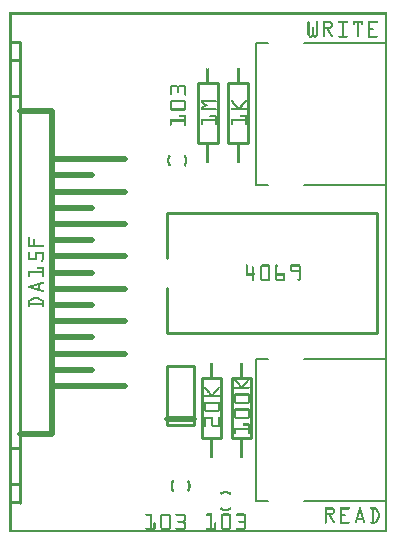
<source format=gto>
G04 MADE WITH FRITZING*
G04 WWW.FRITZING.ORG*
G04 DOUBLE SIDED*
G04 HOLES PLATED*
G04 CONTOUR ON CENTER OF CONTOUR VECTOR*
%ASAXBY*%
%FSLAX23Y23*%
%MOIN*%
%OFA0B0*%
%SFA1.0B1.0*%
%ADD10C,0.010000*%
%ADD11C,0.020000*%
%ADD12C,0.006944*%
%ADD13R,0.001000X0.001000*%
%LNSILK1*%
G90*
G70*
G54D10*
X35Y1633D02*
X35Y97D01*
G54D11*
D02*
X35Y1403D02*
X140Y1403D01*
D02*
X140Y1403D02*
X140Y327D01*
D02*
X140Y327D02*
X35Y327D01*
G54D10*
D02*
X35Y327D02*
X35Y1403D01*
G54D11*
D02*
X386Y487D02*
X140Y487D01*
D02*
X386Y595D02*
X140Y595D01*
D02*
X386Y703D02*
X140Y703D01*
D02*
X386Y811D02*
X140Y811D01*
D02*
X386Y919D02*
X140Y919D01*
D02*
X386Y1027D02*
X140Y1027D01*
D02*
X386Y1135D02*
X140Y1135D01*
D02*
X386Y1243D02*
X140Y1243D01*
D02*
X274Y541D02*
X140Y541D01*
D02*
X274Y649D02*
X140Y649D01*
D02*
X274Y757D02*
X140Y757D01*
D02*
X274Y865D02*
X140Y865D01*
D02*
X274Y973D02*
X140Y973D01*
D02*
X274Y1081D02*
X140Y1081D01*
D02*
X274Y1189D02*
X140Y1189D01*
G54D12*
D02*
X822Y1156D02*
X822Y1629D01*
D02*
X1255Y1156D02*
X1255Y1215D01*
D02*
X1255Y1570D02*
X1255Y1629D01*
D02*
X1255Y1156D02*
X980Y1156D01*
D02*
X822Y1156D02*
X862Y1156D01*
D02*
X1255Y1156D02*
X1255Y1629D01*
D02*
X1255Y1629D02*
X980Y1629D01*
D02*
X822Y1629D02*
X862Y1629D01*
D02*
X822Y105D02*
X822Y577D01*
D02*
X1255Y105D02*
X1255Y164D01*
D02*
X1255Y518D02*
X1255Y577D01*
D02*
X1255Y105D02*
X980Y105D01*
D02*
X822Y105D02*
X862Y105D01*
D02*
X1255Y105D02*
X1255Y577D01*
D02*
X1255Y577D02*
X980Y577D01*
D02*
X822Y577D02*
X862Y577D01*
G54D10*
D02*
X524Y665D02*
X1224Y665D01*
D02*
X1224Y665D02*
X1224Y1065D01*
D02*
X1224Y1065D02*
X524Y1065D01*
D02*
X524Y665D02*
X524Y815D01*
D02*
X524Y915D02*
X524Y1065D01*
D02*
X629Y1298D02*
X629Y1498D01*
D02*
X629Y1498D02*
X695Y1498D01*
D02*
X695Y1498D02*
X695Y1298D01*
D02*
X695Y1298D02*
X629Y1298D01*
D02*
X729Y1298D02*
X729Y1498D01*
D02*
X729Y1498D02*
X795Y1498D01*
D02*
X795Y1498D02*
X795Y1298D01*
D02*
X795Y1298D02*
X729Y1298D01*
D02*
X526Y358D02*
X526Y553D01*
D02*
X616Y553D02*
X616Y358D01*
D02*
X616Y358D02*
X526Y358D01*
G54D11*
D02*
X616Y378D02*
X526Y378D01*
G54D10*
D02*
X640Y314D02*
X640Y514D01*
D02*
X640Y514D02*
X706Y514D01*
D02*
X706Y514D02*
X706Y314D01*
D02*
X706Y314D02*
X640Y314D01*
D02*
X740Y314D02*
X740Y514D01*
D02*
X740Y514D02*
X806Y514D01*
D02*
X806Y514D02*
X806Y314D01*
D02*
X806Y314D02*
X740Y314D01*
G54D13*
X0Y1732D02*
X1258Y1732D01*
X0Y1731D02*
X1258Y1731D01*
X0Y1730D02*
X1258Y1730D01*
X0Y1729D02*
X1258Y1729D01*
X0Y1728D02*
X1258Y1728D01*
X0Y1727D02*
X1258Y1727D01*
X0Y1726D02*
X1258Y1726D01*
X0Y1725D02*
X1258Y1725D01*
X0Y1724D02*
X7Y1724D01*
X1251Y1724D02*
X1258Y1724D01*
X0Y1723D02*
X7Y1723D01*
X1251Y1723D02*
X1258Y1723D01*
X0Y1722D02*
X7Y1722D01*
X1251Y1722D02*
X1258Y1722D01*
X0Y1721D02*
X7Y1721D01*
X1251Y1721D02*
X1258Y1721D01*
X0Y1720D02*
X7Y1720D01*
X1251Y1720D02*
X1258Y1720D01*
X0Y1719D02*
X7Y1719D01*
X1251Y1719D02*
X1258Y1719D01*
X0Y1718D02*
X7Y1718D01*
X1251Y1718D02*
X1258Y1718D01*
X0Y1717D02*
X7Y1717D01*
X1251Y1717D02*
X1258Y1717D01*
X0Y1716D02*
X7Y1716D01*
X1251Y1716D02*
X1258Y1716D01*
X0Y1715D02*
X7Y1715D01*
X1251Y1715D02*
X1258Y1715D01*
X0Y1714D02*
X7Y1714D01*
X1251Y1714D02*
X1258Y1714D01*
X0Y1713D02*
X7Y1713D01*
X1251Y1713D02*
X1258Y1713D01*
X0Y1712D02*
X7Y1712D01*
X1251Y1712D02*
X1258Y1712D01*
X0Y1711D02*
X7Y1711D01*
X1251Y1711D02*
X1258Y1711D01*
X0Y1710D02*
X7Y1710D01*
X1251Y1710D02*
X1258Y1710D01*
X0Y1709D02*
X7Y1709D01*
X1251Y1709D02*
X1258Y1709D01*
X0Y1708D02*
X7Y1708D01*
X1251Y1708D02*
X1258Y1708D01*
X0Y1707D02*
X7Y1707D01*
X1251Y1707D02*
X1258Y1707D01*
X0Y1706D02*
X7Y1706D01*
X1251Y1706D02*
X1258Y1706D01*
X0Y1705D02*
X7Y1705D01*
X1251Y1705D02*
X1258Y1705D01*
X0Y1704D02*
X7Y1704D01*
X1251Y1704D02*
X1258Y1704D01*
X0Y1703D02*
X7Y1703D01*
X996Y1703D02*
X997Y1703D01*
X1024Y1703D02*
X1024Y1703D01*
X1044Y1703D02*
X1068Y1703D01*
X1097Y1703D02*
X1124Y1703D01*
X1144Y1703D02*
X1177Y1703D01*
X1194Y1703D02*
X1225Y1703D01*
X1251Y1703D02*
X1258Y1703D01*
X0Y1702D02*
X7Y1702D01*
X995Y1702D02*
X998Y1702D01*
X1022Y1702D02*
X1026Y1702D01*
X1044Y1702D02*
X1071Y1702D01*
X1095Y1702D02*
X1126Y1702D01*
X1144Y1702D02*
X1178Y1702D01*
X1194Y1702D02*
X1227Y1702D01*
X1251Y1702D02*
X1258Y1702D01*
X0Y1701D02*
X7Y1701D01*
X994Y1701D02*
X999Y1701D01*
X1021Y1701D02*
X1027Y1701D01*
X1044Y1701D02*
X1073Y1701D01*
X1094Y1701D02*
X1127Y1701D01*
X1144Y1701D02*
X1178Y1701D01*
X1194Y1701D02*
X1227Y1701D01*
X1251Y1701D02*
X1258Y1701D01*
X0Y1700D02*
X7Y1700D01*
X994Y1700D02*
X999Y1700D01*
X1021Y1700D02*
X1027Y1700D01*
X1044Y1700D02*
X1074Y1700D01*
X1094Y1700D02*
X1127Y1700D01*
X1144Y1700D02*
X1178Y1700D01*
X1194Y1700D02*
X1228Y1700D01*
X1251Y1700D02*
X1258Y1700D01*
X0Y1699D02*
X7Y1699D01*
X993Y1699D02*
X1000Y1699D01*
X1021Y1699D02*
X1027Y1699D01*
X1044Y1699D02*
X1075Y1699D01*
X1094Y1699D02*
X1127Y1699D01*
X1144Y1699D02*
X1178Y1699D01*
X1194Y1699D02*
X1228Y1699D01*
X1251Y1699D02*
X1258Y1699D01*
X0Y1698D02*
X7Y1698D01*
X993Y1698D02*
X1000Y1698D01*
X1021Y1698D02*
X1027Y1698D01*
X1044Y1698D02*
X1076Y1698D01*
X1094Y1698D02*
X1127Y1698D01*
X1144Y1698D02*
X1178Y1698D01*
X1194Y1698D02*
X1227Y1698D01*
X1251Y1698D02*
X1258Y1698D01*
X0Y1697D02*
X7Y1697D01*
X993Y1697D02*
X1000Y1697D01*
X1021Y1697D02*
X1027Y1697D01*
X1044Y1697D02*
X1076Y1697D01*
X1095Y1697D02*
X1126Y1697D01*
X1144Y1697D02*
X1178Y1697D01*
X1194Y1697D02*
X1226Y1697D01*
X1251Y1697D02*
X1258Y1697D01*
X0Y1696D02*
X7Y1696D01*
X993Y1696D02*
X1000Y1696D01*
X1021Y1696D02*
X1027Y1696D01*
X1044Y1696D02*
X1050Y1696D01*
X1068Y1696D02*
X1077Y1696D01*
X1107Y1696D02*
X1114Y1696D01*
X1144Y1696D02*
X1150Y1696D01*
X1157Y1696D02*
X1164Y1696D01*
X1171Y1696D02*
X1178Y1696D01*
X1194Y1696D02*
X1201Y1696D01*
X1251Y1696D02*
X1258Y1696D01*
X0Y1695D02*
X7Y1695D01*
X993Y1695D02*
X1000Y1695D01*
X1021Y1695D02*
X1027Y1695D01*
X1044Y1695D02*
X1050Y1695D01*
X1070Y1695D02*
X1077Y1695D01*
X1108Y1695D02*
X1114Y1695D01*
X1144Y1695D02*
X1150Y1695D01*
X1158Y1695D02*
X1164Y1695D01*
X1172Y1695D02*
X1178Y1695D01*
X1194Y1695D02*
X1200Y1695D01*
X1251Y1695D02*
X1258Y1695D01*
X0Y1694D02*
X7Y1694D01*
X993Y1694D02*
X1000Y1694D01*
X1021Y1694D02*
X1027Y1694D01*
X1044Y1694D02*
X1050Y1694D01*
X1071Y1694D02*
X1077Y1694D01*
X1108Y1694D02*
X1114Y1694D01*
X1144Y1694D02*
X1150Y1694D01*
X1158Y1694D02*
X1164Y1694D01*
X1172Y1694D02*
X1178Y1694D01*
X1194Y1694D02*
X1200Y1694D01*
X1251Y1694D02*
X1258Y1694D01*
X0Y1693D02*
X7Y1693D01*
X993Y1693D02*
X1000Y1693D01*
X1021Y1693D02*
X1027Y1693D01*
X1044Y1693D02*
X1050Y1693D01*
X1071Y1693D02*
X1077Y1693D01*
X1108Y1693D02*
X1114Y1693D01*
X1144Y1693D02*
X1150Y1693D01*
X1158Y1693D02*
X1164Y1693D01*
X1172Y1693D02*
X1177Y1693D01*
X1194Y1693D02*
X1200Y1693D01*
X1251Y1693D02*
X1258Y1693D01*
X0Y1692D02*
X7Y1692D01*
X993Y1692D02*
X1000Y1692D01*
X1021Y1692D02*
X1027Y1692D01*
X1044Y1692D02*
X1050Y1692D01*
X1071Y1692D02*
X1077Y1692D01*
X1108Y1692D02*
X1114Y1692D01*
X1145Y1692D02*
X1150Y1692D01*
X1158Y1692D02*
X1164Y1692D01*
X1172Y1692D02*
X1177Y1692D01*
X1194Y1692D02*
X1200Y1692D01*
X1251Y1692D02*
X1258Y1692D01*
X0Y1691D02*
X7Y1691D01*
X993Y1691D02*
X1000Y1691D01*
X1021Y1691D02*
X1027Y1691D01*
X1044Y1691D02*
X1050Y1691D01*
X1071Y1691D02*
X1077Y1691D01*
X1108Y1691D02*
X1114Y1691D01*
X1145Y1691D02*
X1149Y1691D01*
X1158Y1691D02*
X1164Y1691D01*
X1173Y1691D02*
X1176Y1691D01*
X1194Y1691D02*
X1200Y1691D01*
X1251Y1691D02*
X1258Y1691D01*
X0Y1690D02*
X7Y1690D01*
X993Y1690D02*
X1000Y1690D01*
X1021Y1690D02*
X1027Y1690D01*
X1044Y1690D02*
X1050Y1690D01*
X1071Y1690D02*
X1077Y1690D01*
X1108Y1690D02*
X1114Y1690D01*
X1158Y1690D02*
X1164Y1690D01*
X1194Y1690D02*
X1200Y1690D01*
X1251Y1690D02*
X1258Y1690D01*
X0Y1689D02*
X7Y1689D01*
X993Y1689D02*
X1000Y1689D01*
X1021Y1689D02*
X1027Y1689D01*
X1044Y1689D02*
X1050Y1689D01*
X1071Y1689D02*
X1077Y1689D01*
X1108Y1689D02*
X1114Y1689D01*
X1158Y1689D02*
X1164Y1689D01*
X1194Y1689D02*
X1200Y1689D01*
X1251Y1689D02*
X1258Y1689D01*
X0Y1688D02*
X7Y1688D01*
X993Y1688D02*
X1000Y1688D01*
X1021Y1688D02*
X1027Y1688D01*
X1044Y1688D02*
X1050Y1688D01*
X1071Y1688D02*
X1077Y1688D01*
X1108Y1688D02*
X1114Y1688D01*
X1158Y1688D02*
X1164Y1688D01*
X1194Y1688D02*
X1200Y1688D01*
X1251Y1688D02*
X1258Y1688D01*
X0Y1687D02*
X7Y1687D01*
X993Y1687D02*
X1000Y1687D01*
X1021Y1687D02*
X1027Y1687D01*
X1044Y1687D02*
X1050Y1687D01*
X1070Y1687D02*
X1077Y1687D01*
X1108Y1687D02*
X1114Y1687D01*
X1158Y1687D02*
X1164Y1687D01*
X1194Y1687D02*
X1200Y1687D01*
X1251Y1687D02*
X1258Y1687D01*
X0Y1686D02*
X7Y1686D01*
X993Y1686D02*
X1000Y1686D01*
X1021Y1686D02*
X1027Y1686D01*
X1044Y1686D02*
X1050Y1686D01*
X1069Y1686D02*
X1077Y1686D01*
X1108Y1686D02*
X1114Y1686D01*
X1158Y1686D02*
X1164Y1686D01*
X1194Y1686D02*
X1200Y1686D01*
X1251Y1686D02*
X1258Y1686D01*
X0Y1685D02*
X7Y1685D01*
X993Y1685D02*
X1000Y1685D01*
X1009Y1685D02*
X1011Y1685D01*
X1021Y1685D02*
X1027Y1685D01*
X1044Y1685D02*
X1076Y1685D01*
X1108Y1685D02*
X1114Y1685D01*
X1158Y1685D02*
X1164Y1685D01*
X1194Y1685D02*
X1200Y1685D01*
X1251Y1685D02*
X1258Y1685D01*
X0Y1684D02*
X7Y1684D01*
X993Y1684D02*
X1000Y1684D01*
X1008Y1684D02*
X1012Y1684D01*
X1021Y1684D02*
X1027Y1684D01*
X1044Y1684D02*
X1076Y1684D01*
X1108Y1684D02*
X1114Y1684D01*
X1158Y1684D02*
X1164Y1684D01*
X1194Y1684D02*
X1200Y1684D01*
X1251Y1684D02*
X1258Y1684D01*
X0Y1683D02*
X7Y1683D01*
X993Y1683D02*
X1000Y1683D01*
X1007Y1683D02*
X1013Y1683D01*
X1021Y1683D02*
X1027Y1683D01*
X1044Y1683D02*
X1075Y1683D01*
X1108Y1683D02*
X1114Y1683D01*
X1158Y1683D02*
X1164Y1683D01*
X1194Y1683D02*
X1200Y1683D01*
X1251Y1683D02*
X1258Y1683D01*
X0Y1682D02*
X7Y1682D01*
X993Y1682D02*
X1000Y1682D01*
X1007Y1682D02*
X1013Y1682D01*
X1021Y1682D02*
X1027Y1682D01*
X1044Y1682D02*
X1074Y1682D01*
X1108Y1682D02*
X1114Y1682D01*
X1158Y1682D02*
X1164Y1682D01*
X1194Y1682D02*
X1200Y1682D01*
X1251Y1682D02*
X1258Y1682D01*
X0Y1681D02*
X7Y1681D01*
X993Y1681D02*
X1000Y1681D01*
X1007Y1681D02*
X1013Y1681D01*
X1021Y1681D02*
X1027Y1681D01*
X1044Y1681D02*
X1073Y1681D01*
X1108Y1681D02*
X1114Y1681D01*
X1158Y1681D02*
X1164Y1681D01*
X1194Y1681D02*
X1200Y1681D01*
X1251Y1681D02*
X1258Y1681D01*
X0Y1680D02*
X7Y1680D01*
X993Y1680D02*
X1000Y1680D01*
X1007Y1680D02*
X1013Y1680D01*
X1021Y1680D02*
X1027Y1680D01*
X1044Y1680D02*
X1072Y1680D01*
X1108Y1680D02*
X1114Y1680D01*
X1158Y1680D02*
X1164Y1680D01*
X1194Y1680D02*
X1200Y1680D01*
X1251Y1680D02*
X1258Y1680D01*
X0Y1679D02*
X7Y1679D01*
X993Y1679D02*
X1000Y1679D01*
X1007Y1679D02*
X1013Y1679D01*
X1021Y1679D02*
X1027Y1679D01*
X1044Y1679D02*
X1070Y1679D01*
X1108Y1679D02*
X1114Y1679D01*
X1158Y1679D02*
X1164Y1679D01*
X1194Y1679D02*
X1212Y1679D01*
X1251Y1679D02*
X1258Y1679D01*
X0Y1678D02*
X7Y1678D01*
X993Y1678D02*
X1000Y1678D01*
X1007Y1678D02*
X1013Y1678D01*
X1021Y1678D02*
X1027Y1678D01*
X1044Y1678D02*
X1050Y1678D01*
X1056Y1678D02*
X1063Y1678D01*
X1108Y1678D02*
X1114Y1678D01*
X1158Y1678D02*
X1164Y1678D01*
X1194Y1678D02*
X1213Y1678D01*
X1251Y1678D02*
X1258Y1678D01*
X0Y1677D02*
X7Y1677D01*
X993Y1677D02*
X1000Y1677D01*
X1007Y1677D02*
X1013Y1677D01*
X1021Y1677D02*
X1027Y1677D01*
X1044Y1677D02*
X1050Y1677D01*
X1056Y1677D02*
X1063Y1677D01*
X1108Y1677D02*
X1114Y1677D01*
X1158Y1677D02*
X1164Y1677D01*
X1194Y1677D02*
X1214Y1677D01*
X1251Y1677D02*
X1258Y1677D01*
X0Y1676D02*
X7Y1676D01*
X993Y1676D02*
X1000Y1676D01*
X1007Y1676D02*
X1013Y1676D01*
X1021Y1676D02*
X1027Y1676D01*
X1044Y1676D02*
X1050Y1676D01*
X1057Y1676D02*
X1064Y1676D01*
X1108Y1676D02*
X1114Y1676D01*
X1158Y1676D02*
X1164Y1676D01*
X1194Y1676D02*
X1214Y1676D01*
X1251Y1676D02*
X1258Y1676D01*
X0Y1675D02*
X7Y1675D01*
X993Y1675D02*
X1000Y1675D01*
X1007Y1675D02*
X1013Y1675D01*
X1021Y1675D02*
X1027Y1675D01*
X1044Y1675D02*
X1050Y1675D01*
X1057Y1675D02*
X1065Y1675D01*
X1108Y1675D02*
X1114Y1675D01*
X1158Y1675D02*
X1164Y1675D01*
X1194Y1675D02*
X1214Y1675D01*
X1251Y1675D02*
X1258Y1675D01*
X0Y1674D02*
X7Y1674D01*
X993Y1674D02*
X1000Y1674D01*
X1007Y1674D02*
X1013Y1674D01*
X1021Y1674D02*
X1027Y1674D01*
X1044Y1674D02*
X1050Y1674D01*
X1058Y1674D02*
X1065Y1674D01*
X1108Y1674D02*
X1114Y1674D01*
X1158Y1674D02*
X1164Y1674D01*
X1194Y1674D02*
X1213Y1674D01*
X1251Y1674D02*
X1258Y1674D01*
X0Y1673D02*
X7Y1673D01*
X993Y1673D02*
X1000Y1673D01*
X1007Y1673D02*
X1013Y1673D01*
X1021Y1673D02*
X1027Y1673D01*
X1044Y1673D02*
X1050Y1673D01*
X1059Y1673D02*
X1066Y1673D01*
X1108Y1673D02*
X1114Y1673D01*
X1158Y1673D02*
X1164Y1673D01*
X1194Y1673D02*
X1212Y1673D01*
X1251Y1673D02*
X1258Y1673D01*
X0Y1672D02*
X7Y1672D01*
X993Y1672D02*
X1000Y1672D01*
X1007Y1672D02*
X1013Y1672D01*
X1021Y1672D02*
X1027Y1672D01*
X1044Y1672D02*
X1050Y1672D01*
X1059Y1672D02*
X1066Y1672D01*
X1108Y1672D02*
X1114Y1672D01*
X1158Y1672D02*
X1164Y1672D01*
X1194Y1672D02*
X1200Y1672D01*
X1251Y1672D02*
X1258Y1672D01*
X0Y1671D02*
X7Y1671D01*
X993Y1671D02*
X1000Y1671D01*
X1007Y1671D02*
X1013Y1671D01*
X1021Y1671D02*
X1027Y1671D01*
X1044Y1671D02*
X1050Y1671D01*
X1060Y1671D02*
X1067Y1671D01*
X1108Y1671D02*
X1114Y1671D01*
X1158Y1671D02*
X1164Y1671D01*
X1194Y1671D02*
X1200Y1671D01*
X1251Y1671D02*
X1258Y1671D01*
X0Y1670D02*
X7Y1670D01*
X993Y1670D02*
X1000Y1670D01*
X1007Y1670D02*
X1013Y1670D01*
X1021Y1670D02*
X1027Y1670D01*
X1044Y1670D02*
X1050Y1670D01*
X1060Y1670D02*
X1068Y1670D01*
X1108Y1670D02*
X1114Y1670D01*
X1158Y1670D02*
X1164Y1670D01*
X1194Y1670D02*
X1200Y1670D01*
X1251Y1670D02*
X1258Y1670D01*
X0Y1669D02*
X7Y1669D01*
X993Y1669D02*
X1000Y1669D01*
X1007Y1669D02*
X1013Y1669D01*
X1021Y1669D02*
X1027Y1669D01*
X1044Y1669D02*
X1050Y1669D01*
X1061Y1669D02*
X1068Y1669D01*
X1108Y1669D02*
X1114Y1669D01*
X1158Y1669D02*
X1164Y1669D01*
X1194Y1669D02*
X1200Y1669D01*
X1251Y1669D02*
X1258Y1669D01*
X0Y1668D02*
X7Y1668D01*
X993Y1668D02*
X1000Y1668D01*
X1007Y1668D02*
X1013Y1668D01*
X1021Y1668D02*
X1027Y1668D01*
X1044Y1668D02*
X1050Y1668D01*
X1062Y1668D02*
X1069Y1668D01*
X1108Y1668D02*
X1114Y1668D01*
X1158Y1668D02*
X1164Y1668D01*
X1194Y1668D02*
X1200Y1668D01*
X1251Y1668D02*
X1258Y1668D01*
X0Y1667D02*
X7Y1667D01*
X993Y1667D02*
X1000Y1667D01*
X1007Y1667D02*
X1013Y1667D01*
X1021Y1667D02*
X1027Y1667D01*
X1044Y1667D02*
X1050Y1667D01*
X1062Y1667D02*
X1069Y1667D01*
X1108Y1667D02*
X1114Y1667D01*
X1158Y1667D02*
X1164Y1667D01*
X1194Y1667D02*
X1200Y1667D01*
X1251Y1667D02*
X1258Y1667D01*
X0Y1666D02*
X7Y1666D01*
X993Y1666D02*
X1000Y1666D01*
X1007Y1666D02*
X1013Y1666D01*
X1021Y1666D02*
X1027Y1666D01*
X1044Y1666D02*
X1050Y1666D01*
X1063Y1666D02*
X1070Y1666D01*
X1108Y1666D02*
X1114Y1666D01*
X1158Y1666D02*
X1164Y1666D01*
X1194Y1666D02*
X1200Y1666D01*
X1251Y1666D02*
X1258Y1666D01*
X0Y1665D02*
X7Y1665D01*
X993Y1665D02*
X1000Y1665D01*
X1007Y1665D02*
X1013Y1665D01*
X1021Y1665D02*
X1027Y1665D01*
X1044Y1665D02*
X1050Y1665D01*
X1063Y1665D02*
X1070Y1665D01*
X1108Y1665D02*
X1114Y1665D01*
X1158Y1665D02*
X1164Y1665D01*
X1194Y1665D02*
X1200Y1665D01*
X1251Y1665D02*
X1258Y1665D01*
X0Y1664D02*
X7Y1664D01*
X993Y1664D02*
X1000Y1664D01*
X1007Y1664D02*
X1013Y1664D01*
X1021Y1664D02*
X1027Y1664D01*
X1044Y1664D02*
X1050Y1664D01*
X1064Y1664D02*
X1071Y1664D01*
X1108Y1664D02*
X1114Y1664D01*
X1158Y1664D02*
X1164Y1664D01*
X1194Y1664D02*
X1200Y1664D01*
X1251Y1664D02*
X1258Y1664D01*
X0Y1663D02*
X7Y1663D01*
X993Y1663D02*
X1000Y1663D01*
X1007Y1663D02*
X1013Y1663D01*
X1021Y1663D02*
X1027Y1663D01*
X1044Y1663D02*
X1050Y1663D01*
X1064Y1663D02*
X1072Y1663D01*
X1108Y1663D02*
X1114Y1663D01*
X1158Y1663D02*
X1164Y1663D01*
X1194Y1663D02*
X1200Y1663D01*
X1251Y1663D02*
X1258Y1663D01*
X0Y1662D02*
X7Y1662D01*
X993Y1662D02*
X1000Y1662D01*
X1007Y1662D02*
X1013Y1662D01*
X1021Y1662D02*
X1027Y1662D01*
X1044Y1662D02*
X1050Y1662D01*
X1065Y1662D02*
X1072Y1662D01*
X1108Y1662D02*
X1114Y1662D01*
X1158Y1662D02*
X1164Y1662D01*
X1194Y1662D02*
X1200Y1662D01*
X1251Y1662D02*
X1258Y1662D01*
X0Y1661D02*
X7Y1661D01*
X993Y1661D02*
X1000Y1661D01*
X1007Y1661D02*
X1013Y1661D01*
X1021Y1661D02*
X1027Y1661D01*
X1044Y1661D02*
X1050Y1661D01*
X1066Y1661D02*
X1073Y1661D01*
X1108Y1661D02*
X1114Y1661D01*
X1158Y1661D02*
X1164Y1661D01*
X1194Y1661D02*
X1200Y1661D01*
X1251Y1661D02*
X1258Y1661D01*
X0Y1660D02*
X7Y1660D01*
X993Y1660D02*
X1000Y1660D01*
X1007Y1660D02*
X1013Y1660D01*
X1021Y1660D02*
X1027Y1660D01*
X1044Y1660D02*
X1050Y1660D01*
X1066Y1660D02*
X1073Y1660D01*
X1108Y1660D02*
X1114Y1660D01*
X1158Y1660D02*
X1164Y1660D01*
X1194Y1660D02*
X1200Y1660D01*
X1251Y1660D02*
X1258Y1660D01*
X0Y1659D02*
X7Y1659D01*
X993Y1659D02*
X1000Y1659D01*
X1007Y1659D02*
X1014Y1659D01*
X1021Y1659D02*
X1027Y1659D01*
X1044Y1659D02*
X1050Y1659D01*
X1067Y1659D02*
X1074Y1659D01*
X1108Y1659D02*
X1114Y1659D01*
X1158Y1659D02*
X1164Y1659D01*
X1194Y1659D02*
X1200Y1659D01*
X1251Y1659D02*
X1258Y1659D01*
X0Y1658D02*
X7Y1658D01*
X993Y1658D02*
X1000Y1658D01*
X1006Y1658D02*
X1014Y1658D01*
X1020Y1658D02*
X1027Y1658D01*
X1044Y1658D02*
X1050Y1658D01*
X1067Y1658D02*
X1075Y1658D01*
X1108Y1658D02*
X1114Y1658D01*
X1158Y1658D02*
X1164Y1658D01*
X1194Y1658D02*
X1200Y1658D01*
X1251Y1658D02*
X1258Y1658D01*
X0Y1657D02*
X7Y1657D01*
X994Y1657D02*
X1001Y1657D01*
X1006Y1657D02*
X1015Y1657D01*
X1020Y1657D02*
X1027Y1657D01*
X1044Y1657D02*
X1050Y1657D01*
X1068Y1657D02*
X1075Y1657D01*
X1108Y1657D02*
X1114Y1657D01*
X1158Y1657D02*
X1164Y1657D01*
X1194Y1657D02*
X1200Y1657D01*
X1251Y1657D02*
X1258Y1657D01*
X0Y1656D02*
X7Y1656D01*
X994Y1656D02*
X1002Y1656D01*
X1005Y1656D02*
X1026Y1656D01*
X1044Y1656D02*
X1050Y1656D01*
X1069Y1656D02*
X1076Y1656D01*
X1107Y1656D02*
X1114Y1656D01*
X1158Y1656D02*
X1164Y1656D01*
X1194Y1656D02*
X1201Y1656D01*
X1251Y1656D02*
X1258Y1656D01*
X0Y1655D02*
X7Y1655D01*
X995Y1655D02*
X1026Y1655D01*
X1044Y1655D02*
X1050Y1655D01*
X1069Y1655D02*
X1076Y1655D01*
X1095Y1655D02*
X1126Y1655D01*
X1158Y1655D02*
X1164Y1655D01*
X1194Y1655D02*
X1227Y1655D01*
X1251Y1655D02*
X1258Y1655D01*
X0Y1654D02*
X7Y1654D01*
X995Y1654D02*
X1025Y1654D01*
X1044Y1654D02*
X1050Y1654D01*
X1070Y1654D02*
X1077Y1654D01*
X1094Y1654D02*
X1127Y1654D01*
X1158Y1654D02*
X1164Y1654D01*
X1194Y1654D02*
X1227Y1654D01*
X1251Y1654D02*
X1258Y1654D01*
X0Y1653D02*
X7Y1653D01*
X996Y1653D02*
X1024Y1653D01*
X1044Y1653D02*
X1050Y1653D01*
X1070Y1653D02*
X1077Y1653D01*
X1094Y1653D02*
X1127Y1653D01*
X1158Y1653D02*
X1164Y1653D01*
X1194Y1653D02*
X1228Y1653D01*
X1251Y1653D02*
X1258Y1653D01*
X0Y1652D02*
X7Y1652D01*
X997Y1652D02*
X1024Y1652D01*
X1044Y1652D02*
X1050Y1652D01*
X1071Y1652D02*
X1077Y1652D01*
X1094Y1652D02*
X1127Y1652D01*
X1158Y1652D02*
X1164Y1652D01*
X1194Y1652D02*
X1228Y1652D01*
X1251Y1652D02*
X1258Y1652D01*
X0Y1651D02*
X7Y1651D01*
X997Y1651D02*
X1023Y1651D01*
X1044Y1651D02*
X1049Y1651D01*
X1071Y1651D02*
X1077Y1651D01*
X1094Y1651D02*
X1127Y1651D01*
X1158Y1651D02*
X1163Y1651D01*
X1194Y1651D02*
X1227Y1651D01*
X1251Y1651D02*
X1258Y1651D01*
X0Y1650D02*
X7Y1650D01*
X998Y1650D02*
X1009Y1650D01*
X1012Y1650D02*
X1022Y1650D01*
X1045Y1650D02*
X1049Y1650D01*
X1072Y1650D02*
X1076Y1650D01*
X1095Y1650D02*
X1126Y1650D01*
X1159Y1650D02*
X1163Y1650D01*
X1194Y1650D02*
X1227Y1650D01*
X1251Y1650D02*
X1258Y1650D01*
X0Y1649D02*
X7Y1649D01*
X1000Y1649D02*
X1007Y1649D01*
X1014Y1649D02*
X1020Y1649D01*
X1074Y1649D02*
X1074Y1649D01*
X1097Y1649D02*
X1124Y1649D01*
X1195Y1649D02*
X1224Y1649D01*
X1251Y1649D02*
X1258Y1649D01*
X0Y1648D02*
X7Y1648D01*
X1251Y1648D02*
X1258Y1648D01*
X0Y1647D02*
X7Y1647D01*
X1251Y1647D02*
X1258Y1647D01*
X0Y1646D02*
X7Y1646D01*
X1251Y1646D02*
X1258Y1646D01*
X0Y1645D02*
X7Y1645D01*
X1251Y1645D02*
X1258Y1645D01*
X0Y1644D02*
X7Y1644D01*
X1251Y1644D02*
X1258Y1644D01*
X0Y1643D02*
X7Y1643D01*
X1251Y1643D02*
X1258Y1643D01*
X0Y1642D02*
X7Y1642D01*
X1251Y1642D02*
X1258Y1642D01*
X0Y1641D02*
X7Y1641D01*
X1251Y1641D02*
X1258Y1641D01*
X0Y1640D02*
X7Y1640D01*
X1251Y1640D02*
X1258Y1640D01*
X0Y1639D02*
X7Y1639D01*
X1251Y1639D02*
X1258Y1639D01*
X0Y1638D02*
X34Y1638D01*
X1251Y1638D02*
X1258Y1638D01*
X0Y1637D02*
X34Y1637D01*
X1251Y1637D02*
X1258Y1637D01*
X0Y1636D02*
X34Y1636D01*
X1251Y1636D02*
X1258Y1636D01*
X0Y1635D02*
X34Y1635D01*
X1251Y1635D02*
X1258Y1635D01*
X0Y1634D02*
X34Y1634D01*
X1251Y1634D02*
X1258Y1634D01*
X0Y1633D02*
X34Y1633D01*
X1251Y1633D02*
X1258Y1633D01*
X0Y1632D02*
X34Y1632D01*
X1251Y1632D02*
X1258Y1632D01*
X0Y1631D02*
X34Y1631D01*
X1251Y1631D02*
X1258Y1631D01*
X0Y1630D02*
X34Y1630D01*
X1251Y1630D02*
X1258Y1630D01*
X0Y1629D02*
X34Y1629D01*
X1251Y1629D02*
X1258Y1629D01*
X0Y1628D02*
X9Y1628D01*
X1251Y1628D02*
X1258Y1628D01*
X0Y1627D02*
X9Y1627D01*
X1251Y1627D02*
X1258Y1627D01*
X0Y1626D02*
X9Y1626D01*
X1251Y1626D02*
X1258Y1626D01*
X0Y1625D02*
X9Y1625D01*
X1251Y1625D02*
X1258Y1625D01*
X0Y1624D02*
X9Y1624D01*
X1251Y1624D02*
X1258Y1624D01*
X0Y1623D02*
X9Y1623D01*
X1251Y1623D02*
X1258Y1623D01*
X0Y1622D02*
X9Y1622D01*
X1251Y1622D02*
X1258Y1622D01*
X0Y1621D02*
X9Y1621D01*
X1251Y1621D02*
X1258Y1621D01*
X0Y1620D02*
X9Y1620D01*
X1251Y1620D02*
X1258Y1620D01*
X0Y1619D02*
X9Y1619D01*
X1251Y1619D02*
X1258Y1619D01*
X0Y1618D02*
X9Y1618D01*
X1251Y1618D02*
X1258Y1618D01*
X0Y1617D02*
X9Y1617D01*
X1251Y1617D02*
X1258Y1617D01*
X0Y1616D02*
X9Y1616D01*
X1251Y1616D02*
X1258Y1616D01*
X0Y1615D02*
X9Y1615D01*
X1251Y1615D02*
X1258Y1615D01*
X0Y1614D02*
X9Y1614D01*
X1251Y1614D02*
X1258Y1614D01*
X0Y1613D02*
X9Y1613D01*
X1251Y1613D02*
X1258Y1613D01*
X0Y1612D02*
X9Y1612D01*
X1251Y1612D02*
X1258Y1612D01*
X0Y1611D02*
X9Y1611D01*
X1251Y1611D02*
X1258Y1611D01*
X0Y1610D02*
X9Y1610D01*
X1251Y1610D02*
X1258Y1610D01*
X0Y1609D02*
X9Y1609D01*
X1251Y1609D02*
X1258Y1609D01*
X0Y1608D02*
X9Y1608D01*
X1251Y1608D02*
X1258Y1608D01*
X0Y1607D02*
X9Y1607D01*
X1251Y1607D02*
X1258Y1607D01*
X0Y1606D02*
X9Y1606D01*
X1251Y1606D02*
X1258Y1606D01*
X0Y1605D02*
X9Y1605D01*
X1251Y1605D02*
X1258Y1605D01*
X0Y1604D02*
X9Y1604D01*
X1251Y1604D02*
X1258Y1604D01*
X0Y1603D02*
X9Y1603D01*
X1251Y1603D02*
X1258Y1603D01*
X0Y1602D02*
X9Y1602D01*
X1251Y1602D02*
X1258Y1602D01*
X0Y1601D02*
X9Y1601D01*
X1251Y1601D02*
X1258Y1601D01*
X0Y1600D02*
X9Y1600D01*
X1251Y1600D02*
X1258Y1600D01*
X0Y1599D02*
X9Y1599D01*
X1251Y1599D02*
X1258Y1599D01*
X0Y1598D02*
X9Y1598D01*
X1251Y1598D02*
X1258Y1598D01*
X0Y1597D02*
X9Y1597D01*
X1251Y1597D02*
X1258Y1597D01*
X0Y1596D02*
X9Y1596D01*
X1251Y1596D02*
X1258Y1596D01*
X0Y1595D02*
X9Y1595D01*
X1251Y1595D02*
X1258Y1595D01*
X0Y1594D02*
X9Y1594D01*
X1251Y1594D02*
X1258Y1594D01*
X0Y1593D02*
X9Y1593D01*
X1251Y1593D02*
X1258Y1593D01*
X0Y1592D02*
X9Y1592D01*
X1251Y1592D02*
X1258Y1592D01*
X0Y1591D02*
X9Y1591D01*
X1251Y1591D02*
X1258Y1591D01*
X0Y1590D02*
X9Y1590D01*
X1251Y1590D02*
X1258Y1590D01*
X0Y1589D02*
X9Y1589D01*
X1251Y1589D02*
X1258Y1589D01*
X0Y1588D02*
X9Y1588D01*
X1251Y1588D02*
X1258Y1588D01*
X0Y1587D02*
X9Y1587D01*
X1251Y1587D02*
X1258Y1587D01*
X0Y1586D02*
X9Y1586D01*
X1251Y1586D02*
X1258Y1586D01*
X0Y1585D02*
X9Y1585D01*
X1251Y1585D02*
X1258Y1585D01*
X0Y1584D02*
X9Y1584D01*
X1251Y1584D02*
X1258Y1584D01*
X0Y1583D02*
X9Y1583D01*
X1251Y1583D02*
X1258Y1583D01*
X0Y1582D02*
X9Y1582D01*
X1251Y1582D02*
X1258Y1582D01*
X0Y1581D02*
X9Y1581D01*
X1251Y1581D02*
X1258Y1581D01*
X0Y1580D02*
X9Y1580D01*
X1251Y1580D02*
X1258Y1580D01*
X0Y1579D02*
X9Y1579D01*
X1251Y1579D02*
X1258Y1579D01*
X0Y1578D02*
X34Y1578D01*
X1251Y1578D02*
X1258Y1578D01*
X0Y1577D02*
X34Y1577D01*
X1251Y1577D02*
X1258Y1577D01*
X0Y1576D02*
X34Y1576D01*
X1251Y1576D02*
X1258Y1576D01*
X0Y1575D02*
X34Y1575D01*
X1251Y1575D02*
X1258Y1575D01*
X0Y1574D02*
X34Y1574D01*
X1251Y1574D02*
X1258Y1574D01*
X0Y1573D02*
X34Y1573D01*
X0Y1572D02*
X34Y1572D01*
X0Y1571D02*
X34Y1571D01*
X0Y1570D02*
X34Y1570D01*
X0Y1569D02*
X34Y1569D01*
X0Y1568D02*
X9Y1568D01*
X0Y1567D02*
X9Y1567D01*
X0Y1566D02*
X9Y1566D01*
X1251Y1566D02*
X1258Y1566D01*
X0Y1565D02*
X9Y1565D01*
X1251Y1565D02*
X1258Y1565D01*
X0Y1564D02*
X9Y1564D01*
X1251Y1564D02*
X1258Y1564D01*
X0Y1563D02*
X9Y1563D01*
X1251Y1563D02*
X1258Y1563D01*
X0Y1562D02*
X9Y1562D01*
X1251Y1562D02*
X1258Y1562D01*
X0Y1561D02*
X9Y1561D01*
X1251Y1561D02*
X1258Y1561D01*
X0Y1560D02*
X9Y1560D01*
X1251Y1560D02*
X1258Y1560D01*
X0Y1559D02*
X9Y1559D01*
X1251Y1559D02*
X1258Y1559D01*
X0Y1558D02*
X9Y1558D01*
X1251Y1558D02*
X1258Y1558D01*
X0Y1557D02*
X9Y1557D01*
X1251Y1557D02*
X1258Y1557D01*
X0Y1556D02*
X9Y1556D01*
X1251Y1556D02*
X1258Y1556D01*
X0Y1555D02*
X9Y1555D01*
X1251Y1555D02*
X1258Y1555D01*
X0Y1554D02*
X9Y1554D01*
X1251Y1554D02*
X1258Y1554D01*
X0Y1553D02*
X9Y1553D01*
X1251Y1553D02*
X1258Y1553D01*
X0Y1552D02*
X9Y1552D01*
X1251Y1552D02*
X1258Y1552D01*
X0Y1551D02*
X9Y1551D01*
X1251Y1551D02*
X1258Y1551D01*
X0Y1550D02*
X9Y1550D01*
X1251Y1550D02*
X1258Y1550D01*
X0Y1549D02*
X9Y1549D01*
X1251Y1549D02*
X1258Y1549D01*
X0Y1548D02*
X9Y1548D01*
X1251Y1548D02*
X1258Y1548D01*
X0Y1547D02*
X9Y1547D01*
X1251Y1547D02*
X1258Y1547D01*
X0Y1546D02*
X9Y1546D01*
X656Y1546D02*
X659Y1546D01*
X663Y1546D02*
X665Y1546D01*
X757Y1546D02*
X766Y1546D01*
X1251Y1546D02*
X1258Y1546D01*
X0Y1545D02*
X9Y1545D01*
X656Y1545D02*
X665Y1545D01*
X757Y1545D02*
X766Y1545D01*
X1251Y1545D02*
X1258Y1545D01*
X0Y1544D02*
X9Y1544D01*
X656Y1544D02*
X665Y1544D01*
X757Y1544D02*
X766Y1544D01*
X1251Y1544D02*
X1258Y1544D01*
X0Y1543D02*
X9Y1543D01*
X656Y1543D02*
X665Y1543D01*
X757Y1543D02*
X766Y1543D01*
X1251Y1543D02*
X1258Y1543D01*
X0Y1542D02*
X9Y1542D01*
X656Y1542D02*
X665Y1542D01*
X757Y1542D02*
X766Y1542D01*
X1251Y1542D02*
X1258Y1542D01*
X0Y1541D02*
X9Y1541D01*
X656Y1541D02*
X665Y1541D01*
X757Y1541D02*
X766Y1541D01*
X1251Y1541D02*
X1258Y1541D01*
X0Y1540D02*
X9Y1540D01*
X656Y1540D02*
X665Y1540D01*
X757Y1540D02*
X766Y1540D01*
X1251Y1540D02*
X1258Y1540D01*
X0Y1539D02*
X9Y1539D01*
X656Y1539D02*
X665Y1539D01*
X757Y1539D02*
X766Y1539D01*
X1251Y1539D02*
X1258Y1539D01*
X0Y1538D02*
X9Y1538D01*
X656Y1538D02*
X665Y1538D01*
X757Y1538D02*
X766Y1538D01*
X1251Y1538D02*
X1258Y1538D01*
X0Y1537D02*
X9Y1537D01*
X656Y1537D02*
X665Y1537D01*
X757Y1537D02*
X766Y1537D01*
X1251Y1537D02*
X1258Y1537D01*
X0Y1536D02*
X9Y1536D01*
X656Y1536D02*
X665Y1536D01*
X757Y1536D02*
X766Y1536D01*
X1251Y1536D02*
X1258Y1536D01*
X0Y1535D02*
X9Y1535D01*
X656Y1535D02*
X665Y1535D01*
X757Y1535D02*
X766Y1535D01*
X1251Y1535D02*
X1258Y1535D01*
X0Y1534D02*
X9Y1534D01*
X656Y1534D02*
X665Y1534D01*
X757Y1534D02*
X766Y1534D01*
X1251Y1534D02*
X1258Y1534D01*
X0Y1533D02*
X9Y1533D01*
X656Y1533D02*
X665Y1533D01*
X757Y1533D02*
X766Y1533D01*
X1251Y1533D02*
X1258Y1533D01*
X0Y1532D02*
X9Y1532D01*
X656Y1532D02*
X665Y1532D01*
X757Y1532D02*
X766Y1532D01*
X1251Y1532D02*
X1258Y1532D01*
X0Y1531D02*
X9Y1531D01*
X656Y1531D02*
X665Y1531D01*
X757Y1531D02*
X766Y1531D01*
X1251Y1531D02*
X1258Y1531D01*
X0Y1530D02*
X9Y1530D01*
X656Y1530D02*
X665Y1530D01*
X757Y1530D02*
X766Y1530D01*
X1251Y1530D02*
X1258Y1530D01*
X0Y1529D02*
X9Y1529D01*
X656Y1529D02*
X665Y1529D01*
X757Y1529D02*
X766Y1529D01*
X1251Y1529D02*
X1258Y1529D01*
X0Y1528D02*
X9Y1528D01*
X656Y1528D02*
X665Y1528D01*
X757Y1528D02*
X766Y1528D01*
X1251Y1528D02*
X1258Y1528D01*
X0Y1527D02*
X9Y1527D01*
X656Y1527D02*
X665Y1527D01*
X757Y1527D02*
X766Y1527D01*
X1251Y1527D02*
X1258Y1527D01*
X0Y1526D02*
X9Y1526D01*
X656Y1526D02*
X665Y1526D01*
X757Y1526D02*
X766Y1526D01*
X1251Y1526D02*
X1258Y1526D01*
X0Y1525D02*
X9Y1525D01*
X656Y1525D02*
X665Y1525D01*
X757Y1525D02*
X766Y1525D01*
X1251Y1525D02*
X1258Y1525D01*
X0Y1524D02*
X9Y1524D01*
X656Y1524D02*
X665Y1524D01*
X757Y1524D02*
X766Y1524D01*
X1251Y1524D02*
X1258Y1524D01*
X0Y1523D02*
X9Y1523D01*
X656Y1523D02*
X665Y1523D01*
X757Y1523D02*
X766Y1523D01*
X1251Y1523D02*
X1258Y1523D01*
X0Y1522D02*
X9Y1522D01*
X656Y1522D02*
X665Y1522D01*
X757Y1522D02*
X766Y1522D01*
X1251Y1522D02*
X1258Y1522D01*
X0Y1521D02*
X9Y1521D01*
X656Y1521D02*
X665Y1521D01*
X757Y1521D02*
X766Y1521D01*
X1251Y1521D02*
X1258Y1521D01*
X0Y1520D02*
X9Y1520D01*
X656Y1520D02*
X665Y1520D01*
X757Y1520D02*
X766Y1520D01*
X1251Y1520D02*
X1258Y1520D01*
X0Y1519D02*
X9Y1519D01*
X656Y1519D02*
X665Y1519D01*
X757Y1519D02*
X766Y1519D01*
X1251Y1519D02*
X1258Y1519D01*
X0Y1518D02*
X9Y1518D01*
X656Y1518D02*
X665Y1518D01*
X757Y1518D02*
X766Y1518D01*
X1251Y1518D02*
X1258Y1518D01*
X0Y1517D02*
X9Y1517D01*
X656Y1517D02*
X665Y1517D01*
X757Y1517D02*
X766Y1517D01*
X1251Y1517D02*
X1258Y1517D01*
X0Y1516D02*
X9Y1516D01*
X656Y1516D02*
X665Y1516D01*
X757Y1516D02*
X766Y1516D01*
X1251Y1516D02*
X1258Y1516D01*
X0Y1515D02*
X9Y1515D01*
X656Y1515D02*
X665Y1515D01*
X757Y1515D02*
X766Y1515D01*
X1251Y1515D02*
X1258Y1515D01*
X0Y1514D02*
X9Y1514D01*
X656Y1514D02*
X665Y1514D01*
X757Y1514D02*
X766Y1514D01*
X1251Y1514D02*
X1258Y1514D01*
X0Y1513D02*
X9Y1513D01*
X656Y1513D02*
X665Y1513D01*
X757Y1513D02*
X766Y1513D01*
X1251Y1513D02*
X1258Y1513D01*
X0Y1512D02*
X9Y1512D01*
X656Y1512D02*
X665Y1512D01*
X757Y1512D02*
X766Y1512D01*
X1251Y1512D02*
X1258Y1512D01*
X0Y1511D02*
X9Y1511D01*
X656Y1511D02*
X665Y1511D01*
X757Y1511D02*
X766Y1511D01*
X1251Y1511D02*
X1258Y1511D01*
X0Y1510D02*
X9Y1510D01*
X656Y1510D02*
X665Y1510D01*
X757Y1510D02*
X766Y1510D01*
X1251Y1510D02*
X1258Y1510D01*
X0Y1509D02*
X9Y1509D01*
X656Y1509D02*
X665Y1509D01*
X757Y1509D02*
X766Y1509D01*
X1251Y1509D02*
X1258Y1509D01*
X0Y1508D02*
X9Y1508D01*
X656Y1508D02*
X665Y1508D01*
X757Y1508D02*
X766Y1508D01*
X1251Y1508D02*
X1258Y1508D01*
X0Y1507D02*
X9Y1507D01*
X656Y1507D02*
X665Y1507D01*
X757Y1507D02*
X766Y1507D01*
X1251Y1507D02*
X1258Y1507D01*
X0Y1506D02*
X9Y1506D01*
X656Y1506D02*
X665Y1506D01*
X757Y1506D02*
X766Y1506D01*
X1251Y1506D02*
X1258Y1506D01*
X0Y1505D02*
X9Y1505D01*
X656Y1505D02*
X665Y1505D01*
X757Y1505D02*
X766Y1505D01*
X1251Y1505D02*
X1258Y1505D01*
X0Y1504D02*
X9Y1504D01*
X656Y1504D02*
X665Y1504D01*
X757Y1504D02*
X766Y1504D01*
X1251Y1504D02*
X1258Y1504D01*
X0Y1503D02*
X9Y1503D01*
X656Y1503D02*
X665Y1503D01*
X757Y1503D02*
X766Y1503D01*
X1251Y1503D02*
X1258Y1503D01*
X0Y1502D02*
X9Y1502D01*
X656Y1502D02*
X665Y1502D01*
X757Y1502D02*
X766Y1502D01*
X1251Y1502D02*
X1258Y1502D01*
X0Y1501D02*
X9Y1501D01*
X656Y1501D02*
X665Y1501D01*
X757Y1501D02*
X766Y1501D01*
X1251Y1501D02*
X1258Y1501D01*
X0Y1500D02*
X9Y1500D01*
X656Y1500D02*
X665Y1500D01*
X757Y1500D02*
X766Y1500D01*
X1251Y1500D02*
X1258Y1500D01*
X0Y1499D02*
X9Y1499D01*
X656Y1499D02*
X665Y1499D01*
X757Y1499D02*
X766Y1499D01*
X1251Y1499D02*
X1258Y1499D01*
X0Y1498D02*
X9Y1498D01*
X657Y1498D02*
X665Y1498D01*
X1251Y1498D02*
X1258Y1498D01*
X0Y1497D02*
X9Y1497D01*
X1251Y1497D02*
X1258Y1497D01*
X0Y1496D02*
X9Y1496D01*
X1251Y1496D02*
X1258Y1496D01*
X0Y1495D02*
X9Y1495D01*
X1251Y1495D02*
X1258Y1495D01*
X0Y1494D02*
X9Y1494D01*
X1251Y1494D02*
X1258Y1494D01*
X0Y1493D02*
X9Y1493D01*
X1251Y1493D02*
X1258Y1493D01*
X0Y1492D02*
X9Y1492D01*
X1251Y1492D02*
X1258Y1492D01*
X0Y1491D02*
X9Y1491D01*
X1251Y1491D02*
X1258Y1491D01*
X0Y1490D02*
X9Y1490D01*
X540Y1490D02*
X556Y1490D01*
X567Y1490D02*
X582Y1490D01*
X1251Y1490D02*
X1258Y1490D01*
X0Y1489D02*
X9Y1489D01*
X538Y1489D02*
X559Y1489D01*
X564Y1489D02*
X585Y1489D01*
X1251Y1489D02*
X1258Y1489D01*
X0Y1488D02*
X9Y1488D01*
X537Y1488D02*
X560Y1488D01*
X563Y1488D02*
X586Y1488D01*
X1251Y1488D02*
X1258Y1488D01*
X0Y1487D02*
X9Y1487D01*
X536Y1487D02*
X587Y1487D01*
X1251Y1487D02*
X1258Y1487D01*
X0Y1486D02*
X9Y1486D01*
X535Y1486D02*
X587Y1486D01*
X1251Y1486D02*
X1258Y1486D01*
X0Y1485D02*
X9Y1485D01*
X535Y1485D02*
X588Y1485D01*
X1251Y1485D02*
X1258Y1485D01*
X0Y1484D02*
X9Y1484D01*
X535Y1484D02*
X588Y1484D01*
X1251Y1484D02*
X1258Y1484D01*
X0Y1483D02*
X9Y1483D01*
X535Y1483D02*
X541Y1483D01*
X556Y1483D02*
X567Y1483D01*
X582Y1483D02*
X588Y1483D01*
X1251Y1483D02*
X1258Y1483D01*
X0Y1482D02*
X9Y1482D01*
X535Y1482D02*
X541Y1482D01*
X557Y1482D02*
X565Y1482D01*
X582Y1482D02*
X588Y1482D01*
X1251Y1482D02*
X1258Y1482D01*
X0Y1481D02*
X9Y1481D01*
X535Y1481D02*
X541Y1481D01*
X558Y1481D02*
X565Y1481D01*
X582Y1481D02*
X588Y1481D01*
X1251Y1481D02*
X1258Y1481D01*
X0Y1480D02*
X9Y1480D01*
X535Y1480D02*
X541Y1480D01*
X558Y1480D02*
X564Y1480D01*
X582Y1480D02*
X588Y1480D01*
X1251Y1480D02*
X1258Y1480D01*
X0Y1479D02*
X9Y1479D01*
X535Y1479D02*
X541Y1479D01*
X558Y1479D02*
X564Y1479D01*
X582Y1479D02*
X588Y1479D01*
X1251Y1479D02*
X1258Y1479D01*
X0Y1478D02*
X9Y1478D01*
X535Y1478D02*
X541Y1478D01*
X558Y1478D02*
X564Y1478D01*
X582Y1478D02*
X588Y1478D01*
X1251Y1478D02*
X1258Y1478D01*
X0Y1477D02*
X9Y1477D01*
X535Y1477D02*
X541Y1477D01*
X558Y1477D02*
X564Y1477D01*
X582Y1477D02*
X588Y1477D01*
X1251Y1477D02*
X1258Y1477D01*
X0Y1476D02*
X9Y1476D01*
X535Y1476D02*
X541Y1476D01*
X558Y1476D02*
X564Y1476D01*
X582Y1476D02*
X588Y1476D01*
X1251Y1476D02*
X1258Y1476D01*
X0Y1475D02*
X9Y1475D01*
X535Y1475D02*
X541Y1475D01*
X558Y1475D02*
X564Y1475D01*
X582Y1475D02*
X588Y1475D01*
X1251Y1475D02*
X1258Y1475D01*
X0Y1474D02*
X9Y1474D01*
X535Y1474D02*
X541Y1474D01*
X558Y1474D02*
X564Y1474D01*
X582Y1474D02*
X588Y1474D01*
X1251Y1474D02*
X1258Y1474D01*
X0Y1473D02*
X9Y1473D01*
X535Y1473D02*
X541Y1473D01*
X558Y1473D02*
X564Y1473D01*
X582Y1473D02*
X588Y1473D01*
X1251Y1473D02*
X1258Y1473D01*
X0Y1472D02*
X9Y1472D01*
X535Y1472D02*
X541Y1472D01*
X558Y1472D02*
X564Y1472D01*
X582Y1472D02*
X588Y1472D01*
X1251Y1472D02*
X1258Y1472D01*
X0Y1471D02*
X9Y1471D01*
X535Y1471D02*
X541Y1471D01*
X558Y1471D02*
X564Y1471D01*
X582Y1471D02*
X588Y1471D01*
X1251Y1471D02*
X1258Y1471D01*
X0Y1470D02*
X9Y1470D01*
X535Y1470D02*
X541Y1470D01*
X558Y1470D02*
X564Y1470D01*
X582Y1470D02*
X588Y1470D01*
X1251Y1470D02*
X1258Y1470D01*
X0Y1469D02*
X9Y1469D01*
X535Y1469D02*
X541Y1469D01*
X558Y1469D02*
X564Y1469D01*
X582Y1469D02*
X588Y1469D01*
X1251Y1469D02*
X1258Y1469D01*
X0Y1468D02*
X9Y1468D01*
X535Y1468D02*
X541Y1468D01*
X558Y1468D02*
X564Y1468D01*
X582Y1468D02*
X588Y1468D01*
X1251Y1468D02*
X1258Y1468D01*
X0Y1467D02*
X9Y1467D01*
X535Y1467D02*
X541Y1467D01*
X558Y1467D02*
X564Y1467D01*
X582Y1467D02*
X588Y1467D01*
X1251Y1467D02*
X1258Y1467D01*
X0Y1466D02*
X9Y1466D01*
X535Y1466D02*
X541Y1466D01*
X558Y1466D02*
X564Y1466D01*
X582Y1466D02*
X588Y1466D01*
X1251Y1466D02*
X1258Y1466D01*
X0Y1465D02*
X9Y1465D01*
X535Y1465D02*
X541Y1465D01*
X558Y1465D02*
X564Y1465D01*
X582Y1465D02*
X588Y1465D01*
X1251Y1465D02*
X1258Y1465D01*
X0Y1464D02*
X9Y1464D01*
X535Y1464D02*
X541Y1464D01*
X559Y1464D02*
X564Y1464D01*
X582Y1464D02*
X588Y1464D01*
X1251Y1464D02*
X1258Y1464D01*
X0Y1463D02*
X9Y1463D01*
X535Y1463D02*
X541Y1463D01*
X560Y1463D02*
X563Y1463D01*
X582Y1463D02*
X588Y1463D01*
X1251Y1463D02*
X1258Y1463D01*
X0Y1462D02*
X9Y1462D01*
X535Y1462D02*
X541Y1462D01*
X582Y1462D02*
X588Y1462D01*
X1251Y1462D02*
X1258Y1462D01*
X0Y1461D02*
X9Y1461D01*
X535Y1461D02*
X541Y1461D01*
X582Y1461D02*
X588Y1461D01*
X1251Y1461D02*
X1258Y1461D01*
X0Y1460D02*
X9Y1460D01*
X535Y1460D02*
X541Y1460D01*
X582Y1460D02*
X588Y1460D01*
X1251Y1460D02*
X1258Y1460D01*
X0Y1459D02*
X9Y1459D01*
X535Y1459D02*
X541Y1459D01*
X582Y1459D02*
X588Y1459D01*
X1251Y1459D02*
X1258Y1459D01*
X0Y1458D02*
X34Y1458D01*
X535Y1458D02*
X541Y1458D01*
X582Y1458D02*
X588Y1458D01*
X1251Y1458D02*
X1258Y1458D01*
X0Y1457D02*
X34Y1457D01*
X536Y1457D02*
X540Y1457D01*
X583Y1457D02*
X587Y1457D01*
X1251Y1457D02*
X1258Y1457D01*
X0Y1456D02*
X34Y1456D01*
X537Y1456D02*
X539Y1456D01*
X584Y1456D02*
X586Y1456D01*
X1251Y1456D02*
X1258Y1456D01*
X0Y1455D02*
X34Y1455D01*
X1251Y1455D02*
X1258Y1455D01*
X0Y1454D02*
X34Y1454D01*
X1251Y1454D02*
X1258Y1454D01*
X0Y1453D02*
X34Y1453D01*
X1251Y1453D02*
X1258Y1453D01*
X0Y1452D02*
X34Y1452D01*
X1251Y1452D02*
X1258Y1452D01*
X0Y1451D02*
X34Y1451D01*
X1251Y1451D02*
X1258Y1451D01*
X0Y1450D02*
X34Y1450D01*
X1251Y1450D02*
X1258Y1450D01*
X0Y1449D02*
X34Y1449D01*
X1251Y1449D02*
X1258Y1449D01*
X0Y1448D02*
X9Y1448D01*
X1251Y1448D02*
X1258Y1448D01*
X0Y1447D02*
X9Y1447D01*
X1251Y1447D02*
X1258Y1447D01*
X0Y1446D02*
X9Y1446D01*
X1251Y1446D02*
X1258Y1446D01*
X0Y1445D02*
X9Y1445D01*
X1251Y1445D02*
X1258Y1445D01*
X0Y1444D02*
X9Y1444D01*
X1251Y1444D02*
X1258Y1444D01*
X0Y1443D02*
X9Y1443D01*
X1251Y1443D02*
X1258Y1443D01*
X0Y1442D02*
X9Y1442D01*
X1251Y1442D02*
X1258Y1442D01*
X0Y1441D02*
X9Y1441D01*
X1251Y1441D02*
X1258Y1441D01*
X0Y1440D02*
X9Y1440D01*
X542Y1440D02*
X581Y1440D01*
X637Y1440D02*
X688Y1440D01*
X738Y1440D02*
X742Y1440D01*
X786Y1440D02*
X789Y1440D01*
X1251Y1440D02*
X1258Y1440D01*
X0Y1439D02*
X9Y1439D01*
X538Y1439D02*
X584Y1439D01*
X637Y1439D02*
X689Y1439D01*
X738Y1439D02*
X743Y1439D01*
X785Y1439D02*
X790Y1439D01*
X1251Y1439D02*
X1258Y1439D01*
X0Y1438D02*
X9Y1438D01*
X537Y1438D02*
X586Y1438D01*
X637Y1438D02*
X690Y1438D01*
X737Y1438D02*
X744Y1438D01*
X784Y1438D02*
X790Y1438D01*
X1251Y1438D02*
X1258Y1438D01*
X0Y1437D02*
X9Y1437D01*
X536Y1437D02*
X587Y1437D01*
X637Y1437D02*
X690Y1437D01*
X737Y1437D02*
X745Y1437D01*
X783Y1437D02*
X790Y1437D01*
X1251Y1437D02*
X1258Y1437D01*
X0Y1436D02*
X9Y1436D01*
X535Y1436D02*
X587Y1436D01*
X637Y1436D02*
X690Y1436D01*
X738Y1436D02*
X746Y1436D01*
X782Y1436D02*
X790Y1436D01*
X1251Y1436D02*
X1258Y1436D01*
X0Y1435D02*
X9Y1435D01*
X535Y1435D02*
X588Y1435D01*
X637Y1435D02*
X689Y1435D01*
X738Y1435D02*
X746Y1435D01*
X781Y1435D02*
X789Y1435D01*
X1251Y1435D02*
X1258Y1435D01*
X0Y1434D02*
X9Y1434D01*
X535Y1434D02*
X588Y1434D01*
X637Y1434D02*
X687Y1434D01*
X739Y1434D02*
X747Y1434D01*
X780Y1434D02*
X789Y1434D01*
X1251Y1434D02*
X1258Y1434D01*
X0Y1433D02*
X9Y1433D01*
X535Y1433D02*
X588Y1433D01*
X637Y1433D02*
X646Y1433D01*
X740Y1433D02*
X748Y1433D01*
X779Y1433D02*
X788Y1433D01*
X1251Y1433D02*
X1258Y1433D01*
X0Y1432D02*
X9Y1432D01*
X535Y1432D02*
X541Y1432D01*
X582Y1432D02*
X588Y1432D01*
X637Y1432D02*
X648Y1432D01*
X741Y1432D02*
X749Y1432D01*
X779Y1432D02*
X787Y1432D01*
X1251Y1432D02*
X1258Y1432D01*
X0Y1431D02*
X9Y1431D01*
X535Y1431D02*
X541Y1431D01*
X582Y1431D02*
X588Y1431D01*
X638Y1431D02*
X649Y1431D01*
X742Y1431D02*
X750Y1431D01*
X778Y1431D02*
X786Y1431D01*
X1251Y1431D02*
X1258Y1431D01*
X0Y1430D02*
X9Y1430D01*
X535Y1430D02*
X541Y1430D01*
X582Y1430D02*
X588Y1430D01*
X639Y1430D02*
X651Y1430D01*
X742Y1430D02*
X751Y1430D01*
X777Y1430D02*
X785Y1430D01*
X1251Y1430D02*
X1258Y1430D01*
X0Y1429D02*
X9Y1429D01*
X535Y1429D02*
X541Y1429D01*
X582Y1429D02*
X588Y1429D01*
X641Y1429D02*
X652Y1429D01*
X743Y1429D02*
X752Y1429D01*
X776Y1429D02*
X784Y1429D01*
X1251Y1429D02*
X1258Y1429D01*
X0Y1428D02*
X9Y1428D01*
X535Y1428D02*
X541Y1428D01*
X582Y1428D02*
X588Y1428D01*
X642Y1428D02*
X654Y1428D01*
X744Y1428D02*
X752Y1428D01*
X775Y1428D02*
X783Y1428D01*
X1251Y1428D02*
X1258Y1428D01*
X0Y1427D02*
X9Y1427D01*
X535Y1427D02*
X541Y1427D01*
X582Y1427D02*
X588Y1427D01*
X644Y1427D02*
X655Y1427D01*
X745Y1427D02*
X753Y1427D01*
X774Y1427D02*
X783Y1427D01*
X1251Y1427D02*
X1258Y1427D01*
X0Y1426D02*
X9Y1426D01*
X535Y1426D02*
X541Y1426D01*
X582Y1426D02*
X588Y1426D01*
X645Y1426D02*
X659Y1426D01*
X746Y1426D02*
X754Y1426D01*
X773Y1426D02*
X782Y1426D01*
X1251Y1426D02*
X1258Y1426D01*
X0Y1425D02*
X9Y1425D01*
X535Y1425D02*
X541Y1425D01*
X582Y1425D02*
X588Y1425D01*
X647Y1425D02*
X660Y1425D01*
X747Y1425D02*
X755Y1425D01*
X773Y1425D02*
X781Y1425D01*
X1251Y1425D02*
X1258Y1425D01*
X0Y1424D02*
X9Y1424D01*
X535Y1424D02*
X541Y1424D01*
X582Y1424D02*
X588Y1424D01*
X648Y1424D02*
X660Y1424D01*
X748Y1424D02*
X756Y1424D01*
X772Y1424D02*
X780Y1424D01*
X1251Y1424D02*
X1258Y1424D01*
X0Y1423D02*
X9Y1423D01*
X535Y1423D02*
X541Y1423D01*
X582Y1423D02*
X588Y1423D01*
X648Y1423D02*
X660Y1423D01*
X748Y1423D02*
X757Y1423D01*
X771Y1423D02*
X779Y1423D01*
X1251Y1423D02*
X1258Y1423D01*
X0Y1422D02*
X9Y1422D01*
X535Y1422D02*
X541Y1422D01*
X582Y1422D02*
X588Y1422D01*
X647Y1422D02*
X660Y1422D01*
X749Y1422D02*
X758Y1422D01*
X770Y1422D02*
X778Y1422D01*
X1251Y1422D02*
X1258Y1422D01*
X0Y1421D02*
X9Y1421D01*
X535Y1421D02*
X541Y1421D01*
X582Y1421D02*
X588Y1421D01*
X645Y1421D02*
X659Y1421D01*
X750Y1421D02*
X758Y1421D01*
X769Y1421D02*
X777Y1421D01*
X1251Y1421D02*
X1258Y1421D01*
X0Y1420D02*
X9Y1420D01*
X535Y1420D02*
X541Y1420D01*
X582Y1420D02*
X588Y1420D01*
X644Y1420D02*
X657Y1420D01*
X751Y1420D02*
X759Y1420D01*
X768Y1420D02*
X777Y1420D01*
X1251Y1420D02*
X1258Y1420D01*
X0Y1419D02*
X9Y1419D01*
X535Y1419D02*
X541Y1419D01*
X582Y1419D02*
X588Y1419D01*
X642Y1419D02*
X654Y1419D01*
X752Y1419D02*
X760Y1419D01*
X767Y1419D02*
X776Y1419D01*
X1251Y1419D02*
X1258Y1419D01*
X0Y1418D02*
X9Y1418D01*
X535Y1418D02*
X541Y1418D01*
X582Y1418D02*
X588Y1418D01*
X641Y1418D02*
X652Y1418D01*
X753Y1418D02*
X761Y1418D01*
X767Y1418D02*
X775Y1418D01*
X1251Y1418D02*
X1258Y1418D01*
X0Y1417D02*
X9Y1417D01*
X535Y1417D02*
X541Y1417D01*
X582Y1417D02*
X588Y1417D01*
X640Y1417D02*
X651Y1417D01*
X754Y1417D02*
X762Y1417D01*
X766Y1417D02*
X774Y1417D01*
X1251Y1417D02*
X1258Y1417D01*
X0Y1416D02*
X9Y1416D01*
X535Y1416D02*
X541Y1416D01*
X582Y1416D02*
X588Y1416D01*
X638Y1416D02*
X649Y1416D01*
X754Y1416D02*
X763Y1416D01*
X765Y1416D02*
X773Y1416D01*
X1251Y1416D02*
X1258Y1416D01*
X0Y1415D02*
X9Y1415D01*
X535Y1415D02*
X541Y1415D01*
X582Y1415D02*
X588Y1415D01*
X637Y1415D02*
X648Y1415D01*
X755Y1415D02*
X772Y1415D01*
X1251Y1415D02*
X1258Y1415D01*
X0Y1414D02*
X9Y1414D01*
X535Y1414D02*
X541Y1414D01*
X582Y1414D02*
X588Y1414D01*
X637Y1414D02*
X647Y1414D01*
X756Y1414D02*
X771Y1414D01*
X1251Y1414D02*
X1258Y1414D01*
X0Y1413D02*
X9Y1413D01*
X535Y1413D02*
X541Y1413D01*
X582Y1413D02*
X588Y1413D01*
X637Y1413D02*
X687Y1413D01*
X739Y1413D02*
X788Y1413D01*
X1251Y1413D02*
X1258Y1413D01*
X0Y1412D02*
X9Y1412D01*
X535Y1412D02*
X588Y1412D01*
X637Y1412D02*
X689Y1412D01*
X738Y1412D02*
X790Y1412D01*
X1251Y1412D02*
X1258Y1412D01*
X0Y1411D02*
X9Y1411D01*
X535Y1411D02*
X588Y1411D01*
X637Y1411D02*
X689Y1411D01*
X737Y1411D02*
X790Y1411D01*
X1251Y1411D02*
X1258Y1411D01*
X0Y1410D02*
X9Y1410D01*
X535Y1410D02*
X587Y1410D01*
X637Y1410D02*
X690Y1410D01*
X737Y1410D02*
X790Y1410D01*
X1251Y1410D02*
X1258Y1410D01*
X0Y1409D02*
X9Y1409D01*
X536Y1409D02*
X587Y1409D01*
X637Y1409D02*
X690Y1409D01*
X737Y1409D02*
X790Y1409D01*
X1251Y1409D02*
X1258Y1409D01*
X0Y1408D02*
X9Y1408D01*
X536Y1408D02*
X586Y1408D01*
X637Y1408D02*
X689Y1408D01*
X738Y1408D02*
X790Y1408D01*
X1251Y1408D02*
X1258Y1408D01*
X0Y1407D02*
X9Y1407D01*
X537Y1407D02*
X585Y1407D01*
X637Y1407D02*
X688Y1407D01*
X739Y1407D02*
X789Y1407D01*
X1251Y1407D02*
X1258Y1407D01*
X0Y1406D02*
X9Y1406D01*
X539Y1406D02*
X584Y1406D01*
X1251Y1406D02*
X1258Y1406D01*
X0Y1405D02*
X9Y1405D01*
X1251Y1405D02*
X1258Y1405D01*
X0Y1404D02*
X9Y1404D01*
X1251Y1404D02*
X1258Y1404D01*
X0Y1403D02*
X9Y1403D01*
X1251Y1403D02*
X1258Y1403D01*
X0Y1402D02*
X9Y1402D01*
X1251Y1402D02*
X1258Y1402D01*
X0Y1401D02*
X9Y1401D01*
X1251Y1401D02*
X1258Y1401D01*
X0Y1400D02*
X9Y1400D01*
X1251Y1400D02*
X1258Y1400D01*
X0Y1399D02*
X9Y1399D01*
X1251Y1399D02*
X1258Y1399D01*
X0Y1398D02*
X9Y1398D01*
X1251Y1398D02*
X1258Y1398D01*
X0Y1397D02*
X9Y1397D01*
X1251Y1397D02*
X1258Y1397D01*
X0Y1396D02*
X9Y1396D01*
X1251Y1396D02*
X1258Y1396D01*
X0Y1395D02*
X9Y1395D01*
X1251Y1395D02*
X1258Y1395D01*
X0Y1394D02*
X9Y1394D01*
X1251Y1394D02*
X1258Y1394D01*
X0Y1393D02*
X9Y1393D01*
X1251Y1393D02*
X1258Y1393D01*
X0Y1392D02*
X9Y1392D01*
X1251Y1392D02*
X1258Y1392D01*
X0Y1391D02*
X9Y1391D01*
X1251Y1391D02*
X1258Y1391D01*
X0Y1390D02*
X9Y1390D01*
X668Y1390D02*
X688Y1390D01*
X768Y1390D02*
X789Y1390D01*
X1251Y1390D02*
X1258Y1390D01*
X0Y1389D02*
X9Y1389D01*
X566Y1389D02*
X586Y1389D01*
X667Y1389D02*
X689Y1389D01*
X767Y1389D02*
X790Y1389D01*
X1251Y1389D02*
X1258Y1389D01*
X0Y1388D02*
X9Y1388D01*
X565Y1388D02*
X587Y1388D01*
X666Y1388D02*
X690Y1388D01*
X767Y1388D02*
X790Y1388D01*
X1251Y1388D02*
X1258Y1388D01*
X0Y1387D02*
X9Y1387D01*
X564Y1387D02*
X588Y1387D01*
X666Y1387D02*
X690Y1387D01*
X767Y1387D02*
X790Y1387D01*
X1251Y1387D02*
X1258Y1387D01*
X0Y1386D02*
X9Y1386D01*
X564Y1386D02*
X588Y1386D01*
X666Y1386D02*
X690Y1386D01*
X767Y1386D02*
X790Y1386D01*
X1251Y1386D02*
X1258Y1386D01*
X0Y1385D02*
X9Y1385D01*
X564Y1385D02*
X588Y1385D01*
X667Y1385D02*
X690Y1385D01*
X768Y1385D02*
X790Y1385D01*
X1251Y1385D02*
X1258Y1385D01*
X0Y1384D02*
X9Y1384D01*
X565Y1384D02*
X588Y1384D01*
X668Y1384D02*
X690Y1384D01*
X769Y1384D02*
X790Y1384D01*
X1251Y1384D02*
X1258Y1384D01*
X0Y1383D02*
X9Y1383D01*
X567Y1383D02*
X588Y1383D01*
X684Y1383D02*
X690Y1383D01*
X784Y1383D02*
X790Y1383D01*
X1251Y1383D02*
X1258Y1383D01*
X0Y1382D02*
X9Y1382D01*
X582Y1382D02*
X588Y1382D01*
X684Y1382D02*
X690Y1382D01*
X784Y1382D02*
X790Y1382D01*
X1251Y1382D02*
X1258Y1382D01*
X0Y1381D02*
X9Y1381D01*
X582Y1381D02*
X588Y1381D01*
X684Y1381D02*
X690Y1381D01*
X784Y1381D02*
X790Y1381D01*
X1251Y1381D02*
X1258Y1381D01*
X0Y1380D02*
X9Y1380D01*
X582Y1380D02*
X588Y1380D01*
X684Y1380D02*
X690Y1380D01*
X784Y1380D02*
X790Y1380D01*
X1251Y1380D02*
X1258Y1380D01*
X0Y1379D02*
X9Y1379D01*
X582Y1379D02*
X588Y1379D01*
X684Y1379D02*
X690Y1379D01*
X784Y1379D02*
X790Y1379D01*
X1251Y1379D02*
X1258Y1379D01*
X0Y1378D02*
X9Y1378D01*
X582Y1378D02*
X588Y1378D01*
X684Y1378D02*
X690Y1378D01*
X784Y1378D02*
X790Y1378D01*
X1251Y1378D02*
X1258Y1378D01*
X0Y1377D02*
X9Y1377D01*
X582Y1377D02*
X588Y1377D01*
X684Y1377D02*
X690Y1377D01*
X784Y1377D02*
X790Y1377D01*
X1251Y1377D02*
X1258Y1377D01*
X0Y1376D02*
X9Y1376D01*
X535Y1376D02*
X588Y1376D01*
X637Y1376D02*
X690Y1376D01*
X737Y1376D02*
X790Y1376D01*
X1251Y1376D02*
X1258Y1376D01*
X0Y1375D02*
X9Y1375D01*
X535Y1375D02*
X588Y1375D01*
X637Y1375D02*
X690Y1375D01*
X737Y1375D02*
X790Y1375D01*
X1251Y1375D02*
X1258Y1375D01*
X0Y1374D02*
X9Y1374D01*
X535Y1374D02*
X588Y1374D01*
X637Y1374D02*
X690Y1374D01*
X737Y1374D02*
X790Y1374D01*
X1251Y1374D02*
X1258Y1374D01*
X0Y1373D02*
X9Y1373D01*
X535Y1373D02*
X588Y1373D01*
X637Y1373D02*
X690Y1373D01*
X737Y1373D02*
X790Y1373D01*
X1251Y1373D02*
X1258Y1373D01*
X0Y1372D02*
X9Y1372D01*
X535Y1372D02*
X588Y1372D01*
X637Y1372D02*
X690Y1372D01*
X737Y1372D02*
X790Y1372D01*
X1251Y1372D02*
X1258Y1372D01*
X0Y1371D02*
X9Y1371D01*
X535Y1371D02*
X588Y1371D01*
X637Y1371D02*
X690Y1371D01*
X737Y1371D02*
X790Y1371D01*
X1251Y1371D02*
X1258Y1371D01*
X0Y1370D02*
X9Y1370D01*
X535Y1370D02*
X588Y1370D01*
X637Y1370D02*
X690Y1370D01*
X737Y1370D02*
X790Y1370D01*
X1251Y1370D02*
X1258Y1370D01*
X0Y1369D02*
X9Y1369D01*
X535Y1369D02*
X588Y1369D01*
X637Y1369D02*
X643Y1369D01*
X684Y1369D02*
X690Y1369D01*
X737Y1369D02*
X743Y1369D01*
X784Y1369D02*
X790Y1369D01*
X1251Y1369D02*
X1258Y1369D01*
X0Y1368D02*
X9Y1368D01*
X535Y1368D02*
X541Y1368D01*
X582Y1368D02*
X588Y1368D01*
X637Y1368D02*
X643Y1368D01*
X684Y1368D02*
X690Y1368D01*
X737Y1368D02*
X743Y1368D01*
X784Y1368D02*
X790Y1368D01*
X1251Y1368D02*
X1258Y1368D01*
X0Y1367D02*
X9Y1367D01*
X535Y1367D02*
X541Y1367D01*
X582Y1367D02*
X588Y1367D01*
X637Y1367D02*
X643Y1367D01*
X684Y1367D02*
X690Y1367D01*
X737Y1367D02*
X743Y1367D01*
X784Y1367D02*
X790Y1367D01*
X1251Y1367D02*
X1258Y1367D01*
X0Y1366D02*
X9Y1366D01*
X535Y1366D02*
X541Y1366D01*
X582Y1366D02*
X588Y1366D01*
X637Y1366D02*
X643Y1366D01*
X684Y1366D02*
X690Y1366D01*
X737Y1366D02*
X743Y1366D01*
X784Y1366D02*
X790Y1366D01*
X1251Y1366D02*
X1258Y1366D01*
X0Y1365D02*
X9Y1365D01*
X535Y1365D02*
X541Y1365D01*
X582Y1365D02*
X588Y1365D01*
X637Y1365D02*
X643Y1365D01*
X684Y1365D02*
X690Y1365D01*
X737Y1365D02*
X743Y1365D01*
X784Y1365D02*
X790Y1365D01*
X1251Y1365D02*
X1258Y1365D01*
X0Y1364D02*
X9Y1364D01*
X535Y1364D02*
X541Y1364D01*
X582Y1364D02*
X588Y1364D01*
X637Y1364D02*
X643Y1364D01*
X684Y1364D02*
X690Y1364D01*
X737Y1364D02*
X743Y1364D01*
X784Y1364D02*
X790Y1364D01*
X1251Y1364D02*
X1258Y1364D01*
X0Y1363D02*
X9Y1363D01*
X535Y1363D02*
X541Y1363D01*
X582Y1363D02*
X588Y1363D01*
X637Y1363D02*
X643Y1363D01*
X684Y1363D02*
X690Y1363D01*
X737Y1363D02*
X743Y1363D01*
X784Y1363D02*
X790Y1363D01*
X1251Y1363D02*
X1258Y1363D01*
X0Y1362D02*
X9Y1362D01*
X535Y1362D02*
X541Y1362D01*
X582Y1362D02*
X588Y1362D01*
X637Y1362D02*
X643Y1362D01*
X684Y1362D02*
X690Y1362D01*
X737Y1362D02*
X743Y1362D01*
X784Y1362D02*
X790Y1362D01*
X1251Y1362D02*
X1258Y1362D01*
X0Y1361D02*
X9Y1361D01*
X535Y1361D02*
X541Y1361D01*
X582Y1361D02*
X588Y1361D01*
X637Y1361D02*
X643Y1361D01*
X684Y1361D02*
X690Y1361D01*
X737Y1361D02*
X743Y1361D01*
X784Y1361D02*
X790Y1361D01*
X1251Y1361D02*
X1258Y1361D01*
X0Y1360D02*
X9Y1360D01*
X535Y1360D02*
X541Y1360D01*
X582Y1360D02*
X588Y1360D01*
X637Y1360D02*
X643Y1360D01*
X684Y1360D02*
X690Y1360D01*
X737Y1360D02*
X743Y1360D01*
X784Y1360D02*
X790Y1360D01*
X1251Y1360D02*
X1258Y1360D01*
X0Y1359D02*
X9Y1359D01*
X535Y1359D02*
X541Y1359D01*
X582Y1359D02*
X588Y1359D01*
X637Y1359D02*
X643Y1359D01*
X684Y1359D02*
X690Y1359D01*
X737Y1359D02*
X743Y1359D01*
X784Y1359D02*
X790Y1359D01*
X1251Y1359D02*
X1258Y1359D01*
X0Y1358D02*
X9Y1358D01*
X535Y1358D02*
X541Y1358D01*
X582Y1358D02*
X588Y1358D01*
X637Y1358D02*
X642Y1358D01*
X684Y1358D02*
X689Y1358D01*
X738Y1358D02*
X743Y1358D01*
X785Y1358D02*
X790Y1358D01*
X1251Y1358D02*
X1258Y1358D01*
X0Y1357D02*
X9Y1357D01*
X535Y1357D02*
X540Y1357D01*
X582Y1357D02*
X587Y1357D01*
X638Y1357D02*
X642Y1357D01*
X685Y1357D02*
X689Y1357D01*
X739Y1357D02*
X742Y1357D01*
X786Y1357D02*
X789Y1357D01*
X1251Y1357D02*
X1258Y1357D01*
X0Y1356D02*
X9Y1356D01*
X536Y1356D02*
X539Y1356D01*
X583Y1356D02*
X586Y1356D01*
X1251Y1356D02*
X1258Y1356D01*
X0Y1355D02*
X9Y1355D01*
X1251Y1355D02*
X1258Y1355D01*
X0Y1354D02*
X9Y1354D01*
X1251Y1354D02*
X1258Y1354D01*
X0Y1353D02*
X9Y1353D01*
X1251Y1353D02*
X1258Y1353D01*
X0Y1352D02*
X9Y1352D01*
X1251Y1352D02*
X1258Y1352D01*
X0Y1351D02*
X9Y1351D01*
X1251Y1351D02*
X1258Y1351D01*
X0Y1350D02*
X9Y1350D01*
X1251Y1350D02*
X1258Y1350D01*
X0Y1349D02*
X9Y1349D01*
X1251Y1349D02*
X1258Y1349D01*
X0Y1348D02*
X9Y1348D01*
X1251Y1348D02*
X1258Y1348D01*
X0Y1347D02*
X9Y1347D01*
X1251Y1347D02*
X1258Y1347D01*
X0Y1346D02*
X9Y1346D01*
X1251Y1346D02*
X1258Y1346D01*
X0Y1345D02*
X9Y1345D01*
X1251Y1345D02*
X1258Y1345D01*
X0Y1344D02*
X9Y1344D01*
X1251Y1344D02*
X1258Y1344D01*
X0Y1343D02*
X9Y1343D01*
X1251Y1343D02*
X1258Y1343D01*
X0Y1342D02*
X9Y1342D01*
X1251Y1342D02*
X1258Y1342D01*
X0Y1341D02*
X9Y1341D01*
X1251Y1341D02*
X1258Y1341D01*
X0Y1340D02*
X9Y1340D01*
X1251Y1340D02*
X1258Y1340D01*
X0Y1339D02*
X9Y1339D01*
X1251Y1339D02*
X1258Y1339D01*
X0Y1338D02*
X9Y1338D01*
X1251Y1338D02*
X1258Y1338D01*
X0Y1337D02*
X9Y1337D01*
X1251Y1337D02*
X1258Y1337D01*
X0Y1336D02*
X9Y1336D01*
X1251Y1336D02*
X1258Y1336D01*
X0Y1335D02*
X9Y1335D01*
X1251Y1335D02*
X1258Y1335D01*
X0Y1334D02*
X9Y1334D01*
X1251Y1334D02*
X1258Y1334D01*
X0Y1333D02*
X9Y1333D01*
X1251Y1333D02*
X1258Y1333D01*
X0Y1332D02*
X9Y1332D01*
X1251Y1332D02*
X1258Y1332D01*
X0Y1331D02*
X9Y1331D01*
X1251Y1331D02*
X1258Y1331D01*
X0Y1330D02*
X9Y1330D01*
X1251Y1330D02*
X1258Y1330D01*
X0Y1329D02*
X9Y1329D01*
X1251Y1329D02*
X1258Y1329D01*
X0Y1328D02*
X9Y1328D01*
X1251Y1328D02*
X1258Y1328D01*
X0Y1327D02*
X9Y1327D01*
X1251Y1327D02*
X1258Y1327D01*
X0Y1326D02*
X9Y1326D01*
X1251Y1326D02*
X1258Y1326D01*
X0Y1325D02*
X9Y1325D01*
X1251Y1325D02*
X1258Y1325D01*
X0Y1324D02*
X9Y1324D01*
X1251Y1324D02*
X1258Y1324D01*
X0Y1323D02*
X9Y1323D01*
X1251Y1323D02*
X1258Y1323D01*
X0Y1322D02*
X9Y1322D01*
X1251Y1322D02*
X1258Y1322D01*
X0Y1321D02*
X9Y1321D01*
X1251Y1321D02*
X1258Y1321D01*
X0Y1320D02*
X9Y1320D01*
X1251Y1320D02*
X1258Y1320D01*
X0Y1319D02*
X9Y1319D01*
X1251Y1319D02*
X1258Y1319D01*
X0Y1318D02*
X9Y1318D01*
X1251Y1318D02*
X1258Y1318D01*
X0Y1317D02*
X9Y1317D01*
X1251Y1317D02*
X1258Y1317D01*
X0Y1316D02*
X9Y1316D01*
X1251Y1316D02*
X1258Y1316D01*
X0Y1315D02*
X9Y1315D01*
X1251Y1315D02*
X1258Y1315D01*
X0Y1314D02*
X9Y1314D01*
X1251Y1314D02*
X1258Y1314D01*
X0Y1313D02*
X9Y1313D01*
X1251Y1313D02*
X1258Y1313D01*
X0Y1312D02*
X9Y1312D01*
X1251Y1312D02*
X1258Y1312D01*
X0Y1311D02*
X9Y1311D01*
X1251Y1311D02*
X1258Y1311D01*
X0Y1310D02*
X9Y1310D01*
X1251Y1310D02*
X1258Y1310D01*
X0Y1309D02*
X9Y1309D01*
X1251Y1309D02*
X1258Y1309D01*
X0Y1308D02*
X9Y1308D01*
X1251Y1308D02*
X1258Y1308D01*
X0Y1307D02*
X9Y1307D01*
X1251Y1307D02*
X1258Y1307D01*
X0Y1306D02*
X9Y1306D01*
X1251Y1306D02*
X1258Y1306D01*
X0Y1305D02*
X9Y1305D01*
X1251Y1305D02*
X1258Y1305D01*
X0Y1304D02*
X9Y1304D01*
X1251Y1304D02*
X1258Y1304D01*
X0Y1303D02*
X9Y1303D01*
X1251Y1303D02*
X1258Y1303D01*
X0Y1302D02*
X9Y1302D01*
X1251Y1302D02*
X1258Y1302D01*
X0Y1301D02*
X9Y1301D01*
X1251Y1301D02*
X1258Y1301D01*
X0Y1300D02*
X9Y1300D01*
X1251Y1300D02*
X1258Y1300D01*
X0Y1299D02*
X9Y1299D01*
X1251Y1299D02*
X1258Y1299D01*
X0Y1298D02*
X9Y1298D01*
X757Y1298D02*
X766Y1298D01*
X1251Y1298D02*
X1258Y1298D01*
X0Y1297D02*
X9Y1297D01*
X656Y1297D02*
X665Y1297D01*
X757Y1297D02*
X766Y1297D01*
X1251Y1297D02*
X1258Y1297D01*
X0Y1296D02*
X9Y1296D01*
X656Y1296D02*
X665Y1296D01*
X757Y1296D02*
X766Y1296D01*
X1251Y1296D02*
X1258Y1296D01*
X0Y1295D02*
X9Y1295D01*
X656Y1295D02*
X665Y1295D01*
X757Y1295D02*
X766Y1295D01*
X1251Y1295D02*
X1258Y1295D01*
X0Y1294D02*
X9Y1294D01*
X656Y1294D02*
X665Y1294D01*
X757Y1294D02*
X766Y1294D01*
X1251Y1294D02*
X1258Y1294D01*
X0Y1293D02*
X9Y1293D01*
X656Y1293D02*
X665Y1293D01*
X757Y1293D02*
X766Y1293D01*
X1251Y1293D02*
X1258Y1293D01*
X0Y1292D02*
X9Y1292D01*
X656Y1292D02*
X665Y1292D01*
X757Y1292D02*
X766Y1292D01*
X1251Y1292D02*
X1258Y1292D01*
X0Y1291D02*
X9Y1291D01*
X656Y1291D02*
X665Y1291D01*
X757Y1291D02*
X766Y1291D01*
X1251Y1291D02*
X1258Y1291D01*
X0Y1290D02*
X9Y1290D01*
X656Y1290D02*
X665Y1290D01*
X757Y1290D02*
X766Y1290D01*
X1251Y1290D02*
X1258Y1290D01*
X0Y1289D02*
X9Y1289D01*
X656Y1289D02*
X665Y1289D01*
X757Y1289D02*
X766Y1289D01*
X1251Y1289D02*
X1258Y1289D01*
X0Y1288D02*
X9Y1288D01*
X656Y1288D02*
X665Y1288D01*
X757Y1288D02*
X766Y1288D01*
X1251Y1288D02*
X1258Y1288D01*
X0Y1287D02*
X9Y1287D01*
X656Y1287D02*
X665Y1287D01*
X757Y1287D02*
X766Y1287D01*
X1251Y1287D02*
X1258Y1287D01*
X0Y1286D02*
X9Y1286D01*
X656Y1286D02*
X665Y1286D01*
X757Y1286D02*
X766Y1286D01*
X1251Y1286D02*
X1258Y1286D01*
X0Y1285D02*
X9Y1285D01*
X656Y1285D02*
X665Y1285D01*
X757Y1285D02*
X766Y1285D01*
X1251Y1285D02*
X1258Y1285D01*
X0Y1284D02*
X9Y1284D01*
X656Y1284D02*
X665Y1284D01*
X757Y1284D02*
X766Y1284D01*
X1251Y1284D02*
X1258Y1284D01*
X0Y1283D02*
X9Y1283D01*
X656Y1283D02*
X665Y1283D01*
X757Y1283D02*
X766Y1283D01*
X1251Y1283D02*
X1258Y1283D01*
X0Y1282D02*
X9Y1282D01*
X656Y1282D02*
X665Y1282D01*
X757Y1282D02*
X766Y1282D01*
X1251Y1282D02*
X1258Y1282D01*
X0Y1281D02*
X9Y1281D01*
X656Y1281D02*
X665Y1281D01*
X757Y1281D02*
X766Y1281D01*
X1251Y1281D02*
X1258Y1281D01*
X0Y1280D02*
X9Y1280D01*
X656Y1280D02*
X665Y1280D01*
X757Y1280D02*
X766Y1280D01*
X1251Y1280D02*
X1258Y1280D01*
X0Y1279D02*
X9Y1279D01*
X656Y1279D02*
X665Y1279D01*
X757Y1279D02*
X766Y1279D01*
X1251Y1279D02*
X1258Y1279D01*
X0Y1278D02*
X9Y1278D01*
X656Y1278D02*
X665Y1278D01*
X757Y1278D02*
X766Y1278D01*
X1251Y1278D02*
X1258Y1278D01*
X0Y1277D02*
X9Y1277D01*
X656Y1277D02*
X665Y1277D01*
X757Y1277D02*
X766Y1277D01*
X1251Y1277D02*
X1258Y1277D01*
X0Y1276D02*
X9Y1276D01*
X656Y1276D02*
X665Y1276D01*
X757Y1276D02*
X766Y1276D01*
X1251Y1276D02*
X1258Y1276D01*
X0Y1275D02*
X9Y1275D01*
X656Y1275D02*
X665Y1275D01*
X757Y1275D02*
X766Y1275D01*
X1251Y1275D02*
X1258Y1275D01*
X0Y1274D02*
X9Y1274D01*
X656Y1274D02*
X665Y1274D01*
X757Y1274D02*
X766Y1274D01*
X1251Y1274D02*
X1258Y1274D01*
X0Y1273D02*
X9Y1273D01*
X656Y1273D02*
X665Y1273D01*
X757Y1273D02*
X766Y1273D01*
X1251Y1273D02*
X1258Y1273D01*
X0Y1272D02*
X9Y1272D01*
X656Y1272D02*
X665Y1272D01*
X757Y1272D02*
X766Y1272D01*
X1251Y1272D02*
X1258Y1272D01*
X0Y1271D02*
X9Y1271D01*
X656Y1271D02*
X665Y1271D01*
X757Y1271D02*
X766Y1271D01*
X1251Y1271D02*
X1258Y1271D01*
X0Y1270D02*
X9Y1270D01*
X656Y1270D02*
X665Y1270D01*
X757Y1270D02*
X766Y1270D01*
X1251Y1270D02*
X1258Y1270D01*
X0Y1269D02*
X9Y1269D01*
X656Y1269D02*
X665Y1269D01*
X757Y1269D02*
X766Y1269D01*
X1251Y1269D02*
X1258Y1269D01*
X0Y1268D02*
X9Y1268D01*
X656Y1268D02*
X665Y1268D01*
X757Y1268D02*
X766Y1268D01*
X1251Y1268D02*
X1258Y1268D01*
X0Y1267D02*
X9Y1267D01*
X656Y1267D02*
X665Y1267D01*
X757Y1267D02*
X766Y1267D01*
X1251Y1267D02*
X1258Y1267D01*
X0Y1266D02*
X9Y1266D01*
X656Y1266D02*
X665Y1266D01*
X757Y1266D02*
X766Y1266D01*
X1251Y1266D02*
X1258Y1266D01*
X0Y1265D02*
X9Y1265D01*
X656Y1265D02*
X665Y1265D01*
X757Y1265D02*
X766Y1265D01*
X1251Y1265D02*
X1258Y1265D01*
X0Y1264D02*
X9Y1264D01*
X656Y1264D02*
X665Y1264D01*
X757Y1264D02*
X766Y1264D01*
X1251Y1264D02*
X1258Y1264D01*
X0Y1263D02*
X9Y1263D01*
X656Y1263D02*
X665Y1263D01*
X757Y1263D02*
X766Y1263D01*
X1251Y1263D02*
X1258Y1263D01*
X0Y1262D02*
X9Y1262D01*
X656Y1262D02*
X665Y1262D01*
X757Y1262D02*
X766Y1262D01*
X1251Y1262D02*
X1258Y1262D01*
X0Y1261D02*
X9Y1261D01*
X656Y1261D02*
X665Y1261D01*
X757Y1261D02*
X766Y1261D01*
X1251Y1261D02*
X1258Y1261D01*
X0Y1260D02*
X9Y1260D01*
X656Y1260D02*
X665Y1260D01*
X757Y1260D02*
X766Y1260D01*
X1251Y1260D02*
X1258Y1260D01*
X0Y1259D02*
X9Y1259D01*
X656Y1259D02*
X665Y1259D01*
X757Y1259D02*
X766Y1259D01*
X1251Y1259D02*
X1258Y1259D01*
X0Y1258D02*
X9Y1258D01*
X532Y1258D02*
X533Y1258D01*
X585Y1258D02*
X586Y1258D01*
X656Y1258D02*
X665Y1258D01*
X757Y1258D02*
X766Y1258D01*
X1251Y1258D02*
X1258Y1258D01*
X0Y1257D02*
X9Y1257D01*
X531Y1257D02*
X534Y1257D01*
X584Y1257D02*
X586Y1257D01*
X656Y1257D02*
X665Y1257D01*
X757Y1257D02*
X766Y1257D01*
X1251Y1257D02*
X1258Y1257D01*
X0Y1256D02*
X9Y1256D01*
X530Y1256D02*
X535Y1256D01*
X582Y1256D02*
X587Y1256D01*
X656Y1256D02*
X665Y1256D01*
X757Y1256D02*
X766Y1256D01*
X1251Y1256D02*
X1258Y1256D01*
X0Y1255D02*
X9Y1255D01*
X530Y1255D02*
X537Y1255D01*
X581Y1255D02*
X588Y1255D01*
X656Y1255D02*
X665Y1255D01*
X757Y1255D02*
X766Y1255D01*
X1251Y1255D02*
X1258Y1255D01*
X0Y1254D02*
X9Y1254D01*
X529Y1254D02*
X537Y1254D01*
X580Y1254D02*
X588Y1254D01*
X656Y1254D02*
X665Y1254D01*
X757Y1254D02*
X766Y1254D01*
X1251Y1254D02*
X1258Y1254D01*
X0Y1253D02*
X9Y1253D01*
X529Y1253D02*
X537Y1253D01*
X581Y1253D02*
X589Y1253D01*
X656Y1253D02*
X665Y1253D01*
X757Y1253D02*
X766Y1253D01*
X1251Y1253D02*
X1258Y1253D01*
X0Y1252D02*
X9Y1252D01*
X528Y1252D02*
X536Y1252D01*
X581Y1252D02*
X589Y1252D01*
X656Y1252D02*
X665Y1252D01*
X757Y1252D02*
X766Y1252D01*
X1251Y1252D02*
X1258Y1252D01*
X0Y1251D02*
X9Y1251D01*
X528Y1251D02*
X535Y1251D01*
X582Y1251D02*
X590Y1251D01*
X656Y1251D02*
X665Y1251D01*
X757Y1251D02*
X766Y1251D01*
X1251Y1251D02*
X1258Y1251D01*
X0Y1250D02*
X9Y1250D01*
X527Y1250D02*
X535Y1250D01*
X582Y1250D02*
X590Y1250D01*
X656Y1250D02*
X665Y1250D01*
X757Y1250D02*
X766Y1250D01*
X1251Y1250D02*
X1258Y1250D01*
X0Y1249D02*
X9Y1249D01*
X527Y1249D02*
X534Y1249D01*
X583Y1249D02*
X590Y1249D01*
X656Y1249D02*
X665Y1249D01*
X757Y1249D02*
X766Y1249D01*
X1251Y1249D02*
X1258Y1249D01*
X0Y1248D02*
X9Y1248D01*
X527Y1248D02*
X534Y1248D01*
X583Y1248D02*
X591Y1248D01*
X656Y1248D02*
X665Y1248D01*
X757Y1248D02*
X766Y1248D01*
X1251Y1248D02*
X1258Y1248D01*
X0Y1247D02*
X9Y1247D01*
X527Y1247D02*
X534Y1247D01*
X584Y1247D02*
X591Y1247D01*
X656Y1247D02*
X665Y1247D01*
X757Y1247D02*
X766Y1247D01*
X1251Y1247D02*
X1258Y1247D01*
X0Y1246D02*
X9Y1246D01*
X526Y1246D02*
X533Y1246D01*
X584Y1246D02*
X591Y1246D01*
X656Y1246D02*
X665Y1246D01*
X757Y1246D02*
X766Y1246D01*
X1251Y1246D02*
X1258Y1246D01*
X0Y1245D02*
X9Y1245D01*
X526Y1245D02*
X533Y1245D01*
X584Y1245D02*
X591Y1245D01*
X656Y1245D02*
X665Y1245D01*
X757Y1245D02*
X766Y1245D01*
X1251Y1245D02*
X1258Y1245D01*
X0Y1244D02*
X9Y1244D01*
X526Y1244D02*
X533Y1244D01*
X585Y1244D02*
X592Y1244D01*
X656Y1244D02*
X665Y1244D01*
X757Y1244D02*
X766Y1244D01*
X1251Y1244D02*
X1258Y1244D01*
X0Y1243D02*
X9Y1243D01*
X526Y1243D02*
X532Y1243D01*
X585Y1243D02*
X592Y1243D01*
X656Y1243D02*
X665Y1243D01*
X757Y1243D02*
X766Y1243D01*
X1251Y1243D02*
X1258Y1243D01*
X0Y1242D02*
X9Y1242D01*
X526Y1242D02*
X532Y1242D01*
X585Y1242D02*
X592Y1242D01*
X656Y1242D02*
X665Y1242D01*
X757Y1242D02*
X766Y1242D01*
X1251Y1242D02*
X1258Y1242D01*
X0Y1241D02*
X9Y1241D01*
X525Y1241D02*
X532Y1241D01*
X585Y1241D02*
X592Y1241D01*
X656Y1241D02*
X665Y1241D01*
X757Y1241D02*
X766Y1241D01*
X1251Y1241D02*
X1258Y1241D01*
X0Y1240D02*
X9Y1240D01*
X525Y1240D02*
X532Y1240D01*
X585Y1240D02*
X592Y1240D01*
X656Y1240D02*
X665Y1240D01*
X757Y1240D02*
X766Y1240D01*
X1251Y1240D02*
X1258Y1240D01*
X0Y1239D02*
X9Y1239D01*
X525Y1239D02*
X532Y1239D01*
X585Y1239D02*
X592Y1239D01*
X656Y1239D02*
X665Y1239D01*
X757Y1239D02*
X766Y1239D01*
X1251Y1239D02*
X1258Y1239D01*
X0Y1238D02*
X9Y1238D01*
X525Y1238D02*
X532Y1238D01*
X585Y1238D02*
X592Y1238D01*
X656Y1238D02*
X665Y1238D01*
X757Y1238D02*
X766Y1238D01*
X1251Y1238D02*
X1258Y1238D01*
X0Y1237D02*
X9Y1237D01*
X525Y1237D02*
X532Y1237D01*
X585Y1237D02*
X592Y1237D01*
X656Y1237D02*
X665Y1237D01*
X757Y1237D02*
X766Y1237D01*
X1251Y1237D02*
X1258Y1237D01*
X0Y1236D02*
X9Y1236D01*
X526Y1236D02*
X532Y1236D01*
X585Y1236D02*
X592Y1236D01*
X656Y1236D02*
X665Y1236D01*
X757Y1236D02*
X766Y1236D01*
X1251Y1236D02*
X1258Y1236D01*
X0Y1235D02*
X9Y1235D01*
X526Y1235D02*
X532Y1235D01*
X585Y1235D02*
X592Y1235D01*
X656Y1235D02*
X665Y1235D01*
X757Y1235D02*
X766Y1235D01*
X1251Y1235D02*
X1258Y1235D01*
X0Y1234D02*
X9Y1234D01*
X526Y1234D02*
X532Y1234D01*
X585Y1234D02*
X592Y1234D01*
X656Y1234D02*
X665Y1234D01*
X757Y1234D02*
X766Y1234D01*
X1251Y1234D02*
X1258Y1234D01*
X0Y1233D02*
X9Y1233D01*
X526Y1233D02*
X533Y1233D01*
X585Y1233D02*
X591Y1233D01*
X656Y1233D02*
X665Y1233D01*
X757Y1233D02*
X766Y1233D01*
X1251Y1233D02*
X1258Y1233D01*
X0Y1232D02*
X9Y1232D01*
X526Y1232D02*
X533Y1232D01*
X584Y1232D02*
X591Y1232D01*
X656Y1232D02*
X665Y1232D01*
X757Y1232D02*
X766Y1232D01*
X1251Y1232D02*
X1258Y1232D01*
X0Y1231D02*
X9Y1231D01*
X526Y1231D02*
X533Y1231D01*
X584Y1231D02*
X591Y1231D01*
X656Y1231D02*
X665Y1231D01*
X757Y1231D02*
X758Y1231D01*
X765Y1231D02*
X766Y1231D01*
X1251Y1231D02*
X1258Y1231D01*
X0Y1230D02*
X9Y1230D01*
X527Y1230D02*
X534Y1230D01*
X584Y1230D02*
X591Y1230D01*
X1251Y1230D02*
X1258Y1230D01*
X0Y1229D02*
X9Y1229D01*
X527Y1229D02*
X534Y1229D01*
X583Y1229D02*
X591Y1229D01*
X1251Y1229D02*
X1258Y1229D01*
X0Y1228D02*
X9Y1228D01*
X527Y1228D02*
X534Y1228D01*
X583Y1228D02*
X590Y1228D01*
X1251Y1228D02*
X1258Y1228D01*
X0Y1227D02*
X9Y1227D01*
X527Y1227D02*
X535Y1227D01*
X582Y1227D02*
X590Y1227D01*
X1251Y1227D02*
X1258Y1227D01*
X0Y1226D02*
X9Y1226D01*
X528Y1226D02*
X536Y1226D01*
X582Y1226D02*
X589Y1226D01*
X1251Y1226D02*
X1258Y1226D01*
X0Y1225D02*
X9Y1225D01*
X528Y1225D02*
X536Y1225D01*
X581Y1225D02*
X589Y1225D01*
X1251Y1225D02*
X1258Y1225D01*
X0Y1224D02*
X9Y1224D01*
X529Y1224D02*
X537Y1224D01*
X580Y1224D02*
X589Y1224D01*
X1251Y1224D02*
X1258Y1224D01*
X0Y1223D02*
X9Y1223D01*
X529Y1223D02*
X537Y1223D01*
X580Y1223D02*
X588Y1223D01*
X1251Y1223D02*
X1258Y1223D01*
X0Y1222D02*
X9Y1222D01*
X530Y1222D02*
X537Y1222D01*
X581Y1222D02*
X588Y1222D01*
X1251Y1222D02*
X1258Y1222D01*
X0Y1221D02*
X9Y1221D01*
X530Y1221D02*
X535Y1221D01*
X582Y1221D02*
X587Y1221D01*
X1251Y1221D02*
X1258Y1221D01*
X0Y1220D02*
X9Y1220D01*
X531Y1220D02*
X534Y1220D01*
X584Y1220D02*
X586Y1220D01*
X1251Y1220D02*
X1258Y1220D01*
X0Y1219D02*
X9Y1219D01*
X532Y1219D02*
X532Y1219D01*
X585Y1219D02*
X586Y1219D01*
X0Y1218D02*
X9Y1218D01*
X0Y1217D02*
X9Y1217D01*
X0Y1216D02*
X9Y1216D01*
X0Y1215D02*
X9Y1215D01*
X0Y1214D02*
X9Y1214D01*
X0Y1213D02*
X9Y1213D01*
X0Y1212D02*
X9Y1212D01*
X1251Y1212D02*
X1258Y1212D01*
X0Y1211D02*
X9Y1211D01*
X1251Y1211D02*
X1258Y1211D01*
X0Y1210D02*
X9Y1210D01*
X1251Y1210D02*
X1258Y1210D01*
X0Y1209D02*
X9Y1209D01*
X1251Y1209D02*
X1258Y1209D01*
X0Y1208D02*
X9Y1208D01*
X1251Y1208D02*
X1258Y1208D01*
X0Y1207D02*
X9Y1207D01*
X1251Y1207D02*
X1258Y1207D01*
X0Y1206D02*
X9Y1206D01*
X1251Y1206D02*
X1258Y1206D01*
X0Y1205D02*
X9Y1205D01*
X1251Y1205D02*
X1258Y1205D01*
X0Y1204D02*
X9Y1204D01*
X1251Y1204D02*
X1258Y1204D01*
X0Y1203D02*
X9Y1203D01*
X1251Y1203D02*
X1258Y1203D01*
X0Y1202D02*
X9Y1202D01*
X1251Y1202D02*
X1258Y1202D01*
X0Y1201D02*
X9Y1201D01*
X1251Y1201D02*
X1258Y1201D01*
X0Y1200D02*
X9Y1200D01*
X1251Y1200D02*
X1258Y1200D01*
X0Y1199D02*
X9Y1199D01*
X1251Y1199D02*
X1258Y1199D01*
X0Y1198D02*
X9Y1198D01*
X1251Y1198D02*
X1258Y1198D01*
X0Y1197D02*
X9Y1197D01*
X1251Y1197D02*
X1258Y1197D01*
X0Y1196D02*
X9Y1196D01*
X1251Y1196D02*
X1258Y1196D01*
X0Y1195D02*
X9Y1195D01*
X1251Y1195D02*
X1258Y1195D01*
X0Y1194D02*
X9Y1194D01*
X1251Y1194D02*
X1258Y1194D01*
X0Y1193D02*
X9Y1193D01*
X1251Y1193D02*
X1258Y1193D01*
X0Y1192D02*
X9Y1192D01*
X1251Y1192D02*
X1258Y1192D01*
X0Y1191D02*
X9Y1191D01*
X1251Y1191D02*
X1258Y1191D01*
X0Y1190D02*
X9Y1190D01*
X1251Y1190D02*
X1258Y1190D01*
X0Y1189D02*
X9Y1189D01*
X1251Y1189D02*
X1258Y1189D01*
X0Y1188D02*
X9Y1188D01*
X1251Y1188D02*
X1258Y1188D01*
X0Y1187D02*
X9Y1187D01*
X1251Y1187D02*
X1258Y1187D01*
X0Y1186D02*
X9Y1186D01*
X1251Y1186D02*
X1258Y1186D01*
X0Y1185D02*
X9Y1185D01*
X1251Y1185D02*
X1258Y1185D01*
X0Y1184D02*
X9Y1184D01*
X1251Y1184D02*
X1258Y1184D01*
X0Y1183D02*
X9Y1183D01*
X1251Y1183D02*
X1258Y1183D01*
X0Y1182D02*
X9Y1182D01*
X1251Y1182D02*
X1258Y1182D01*
X0Y1181D02*
X9Y1181D01*
X1251Y1181D02*
X1258Y1181D01*
X0Y1180D02*
X9Y1180D01*
X1251Y1180D02*
X1258Y1180D01*
X0Y1179D02*
X9Y1179D01*
X1251Y1179D02*
X1258Y1179D01*
X0Y1178D02*
X9Y1178D01*
X1251Y1178D02*
X1258Y1178D01*
X0Y1177D02*
X9Y1177D01*
X1251Y1177D02*
X1258Y1177D01*
X0Y1176D02*
X9Y1176D01*
X1251Y1176D02*
X1258Y1176D01*
X0Y1175D02*
X9Y1175D01*
X1251Y1175D02*
X1258Y1175D01*
X0Y1174D02*
X9Y1174D01*
X1251Y1174D02*
X1258Y1174D01*
X0Y1173D02*
X9Y1173D01*
X1251Y1173D02*
X1258Y1173D01*
X0Y1172D02*
X9Y1172D01*
X1251Y1172D02*
X1258Y1172D01*
X0Y1171D02*
X9Y1171D01*
X1251Y1171D02*
X1258Y1171D01*
X0Y1170D02*
X9Y1170D01*
X1251Y1170D02*
X1258Y1170D01*
X0Y1169D02*
X9Y1169D01*
X1251Y1169D02*
X1258Y1169D01*
X0Y1168D02*
X9Y1168D01*
X1251Y1168D02*
X1258Y1168D01*
X0Y1167D02*
X9Y1167D01*
X1251Y1167D02*
X1258Y1167D01*
X0Y1166D02*
X9Y1166D01*
X1251Y1166D02*
X1258Y1166D01*
X0Y1165D02*
X9Y1165D01*
X1251Y1165D02*
X1258Y1165D01*
X0Y1164D02*
X9Y1164D01*
X1251Y1164D02*
X1258Y1164D01*
X0Y1163D02*
X9Y1163D01*
X1251Y1163D02*
X1258Y1163D01*
X0Y1162D02*
X9Y1162D01*
X1251Y1162D02*
X1258Y1162D01*
X0Y1161D02*
X9Y1161D01*
X1251Y1161D02*
X1258Y1161D01*
X0Y1160D02*
X9Y1160D01*
X1251Y1160D02*
X1258Y1160D01*
X0Y1159D02*
X9Y1159D01*
X1251Y1159D02*
X1258Y1159D01*
X0Y1158D02*
X9Y1158D01*
X1251Y1158D02*
X1258Y1158D01*
X0Y1157D02*
X9Y1157D01*
X1251Y1157D02*
X1258Y1157D01*
X0Y1156D02*
X9Y1156D01*
X1251Y1156D02*
X1258Y1156D01*
X0Y1155D02*
X9Y1155D01*
X1251Y1155D02*
X1258Y1155D01*
X0Y1154D02*
X9Y1154D01*
X1251Y1154D02*
X1258Y1154D01*
X0Y1153D02*
X9Y1153D01*
X1251Y1153D02*
X1258Y1153D01*
X0Y1152D02*
X9Y1152D01*
X1251Y1152D02*
X1258Y1152D01*
X0Y1151D02*
X9Y1151D01*
X1251Y1151D02*
X1258Y1151D01*
X0Y1150D02*
X9Y1150D01*
X1251Y1150D02*
X1258Y1150D01*
X0Y1149D02*
X9Y1149D01*
X1251Y1149D02*
X1258Y1149D01*
X0Y1148D02*
X9Y1148D01*
X1251Y1148D02*
X1258Y1148D01*
X0Y1147D02*
X9Y1147D01*
X1251Y1147D02*
X1258Y1147D01*
X0Y1146D02*
X9Y1146D01*
X1251Y1146D02*
X1258Y1146D01*
X0Y1145D02*
X9Y1145D01*
X1251Y1145D02*
X1258Y1145D01*
X0Y1144D02*
X9Y1144D01*
X1251Y1144D02*
X1258Y1144D01*
X0Y1143D02*
X9Y1143D01*
X1251Y1143D02*
X1258Y1143D01*
X0Y1142D02*
X9Y1142D01*
X1251Y1142D02*
X1258Y1142D01*
X0Y1141D02*
X9Y1141D01*
X1251Y1141D02*
X1258Y1141D01*
X0Y1140D02*
X9Y1140D01*
X1251Y1140D02*
X1258Y1140D01*
X0Y1139D02*
X9Y1139D01*
X1251Y1139D02*
X1258Y1139D01*
X0Y1138D02*
X9Y1138D01*
X1251Y1138D02*
X1258Y1138D01*
X0Y1137D02*
X9Y1137D01*
X1251Y1137D02*
X1258Y1137D01*
X0Y1136D02*
X9Y1136D01*
X1251Y1136D02*
X1258Y1136D01*
X0Y1135D02*
X9Y1135D01*
X1251Y1135D02*
X1258Y1135D01*
X0Y1134D02*
X9Y1134D01*
X1251Y1134D02*
X1258Y1134D01*
X0Y1133D02*
X9Y1133D01*
X1251Y1133D02*
X1258Y1133D01*
X0Y1132D02*
X9Y1132D01*
X1251Y1132D02*
X1258Y1132D01*
X0Y1131D02*
X9Y1131D01*
X1251Y1131D02*
X1258Y1131D01*
X0Y1130D02*
X9Y1130D01*
X1251Y1130D02*
X1258Y1130D01*
X0Y1129D02*
X9Y1129D01*
X1251Y1129D02*
X1258Y1129D01*
X0Y1128D02*
X9Y1128D01*
X1251Y1128D02*
X1258Y1128D01*
X0Y1127D02*
X9Y1127D01*
X1251Y1127D02*
X1258Y1127D01*
X0Y1126D02*
X9Y1126D01*
X1251Y1126D02*
X1258Y1126D01*
X0Y1125D02*
X9Y1125D01*
X1251Y1125D02*
X1258Y1125D01*
X0Y1124D02*
X9Y1124D01*
X1251Y1124D02*
X1258Y1124D01*
X0Y1123D02*
X9Y1123D01*
X1251Y1123D02*
X1258Y1123D01*
X0Y1122D02*
X9Y1122D01*
X1251Y1122D02*
X1258Y1122D01*
X0Y1121D02*
X9Y1121D01*
X1251Y1121D02*
X1258Y1121D01*
X0Y1120D02*
X9Y1120D01*
X1251Y1120D02*
X1258Y1120D01*
X0Y1119D02*
X9Y1119D01*
X1251Y1119D02*
X1258Y1119D01*
X0Y1118D02*
X9Y1118D01*
X1251Y1118D02*
X1258Y1118D01*
X0Y1117D02*
X9Y1117D01*
X1251Y1117D02*
X1258Y1117D01*
X0Y1116D02*
X9Y1116D01*
X1251Y1116D02*
X1258Y1116D01*
X0Y1115D02*
X9Y1115D01*
X1251Y1115D02*
X1258Y1115D01*
X0Y1114D02*
X9Y1114D01*
X1251Y1114D02*
X1258Y1114D01*
X0Y1113D02*
X9Y1113D01*
X1251Y1113D02*
X1258Y1113D01*
X0Y1112D02*
X9Y1112D01*
X1251Y1112D02*
X1258Y1112D01*
X0Y1111D02*
X9Y1111D01*
X1251Y1111D02*
X1258Y1111D01*
X0Y1110D02*
X9Y1110D01*
X1251Y1110D02*
X1258Y1110D01*
X0Y1109D02*
X9Y1109D01*
X1251Y1109D02*
X1258Y1109D01*
X0Y1108D02*
X9Y1108D01*
X1251Y1108D02*
X1258Y1108D01*
X0Y1107D02*
X9Y1107D01*
X1251Y1107D02*
X1258Y1107D01*
X0Y1106D02*
X9Y1106D01*
X1251Y1106D02*
X1258Y1106D01*
X0Y1105D02*
X9Y1105D01*
X1251Y1105D02*
X1258Y1105D01*
X0Y1104D02*
X9Y1104D01*
X1251Y1104D02*
X1258Y1104D01*
X0Y1103D02*
X9Y1103D01*
X1251Y1103D02*
X1258Y1103D01*
X0Y1102D02*
X9Y1102D01*
X1251Y1102D02*
X1258Y1102D01*
X0Y1101D02*
X9Y1101D01*
X1251Y1101D02*
X1258Y1101D01*
X0Y1100D02*
X9Y1100D01*
X1251Y1100D02*
X1258Y1100D01*
X0Y1099D02*
X9Y1099D01*
X1251Y1099D02*
X1258Y1099D01*
X0Y1098D02*
X9Y1098D01*
X1251Y1098D02*
X1258Y1098D01*
X0Y1097D02*
X9Y1097D01*
X1251Y1097D02*
X1258Y1097D01*
X0Y1096D02*
X9Y1096D01*
X1251Y1096D02*
X1258Y1096D01*
X0Y1095D02*
X9Y1095D01*
X1251Y1095D02*
X1258Y1095D01*
X0Y1094D02*
X9Y1094D01*
X1251Y1094D02*
X1258Y1094D01*
X0Y1093D02*
X9Y1093D01*
X1251Y1093D02*
X1258Y1093D01*
X0Y1092D02*
X9Y1092D01*
X1251Y1092D02*
X1258Y1092D01*
X0Y1091D02*
X9Y1091D01*
X1251Y1091D02*
X1258Y1091D01*
X0Y1090D02*
X9Y1090D01*
X1251Y1090D02*
X1258Y1090D01*
X0Y1089D02*
X9Y1089D01*
X1251Y1089D02*
X1258Y1089D01*
X0Y1088D02*
X9Y1088D01*
X1251Y1088D02*
X1258Y1088D01*
X0Y1087D02*
X9Y1087D01*
X1251Y1087D02*
X1258Y1087D01*
X0Y1086D02*
X9Y1086D01*
X1251Y1086D02*
X1258Y1086D01*
X0Y1085D02*
X9Y1085D01*
X1251Y1085D02*
X1258Y1085D01*
X0Y1084D02*
X9Y1084D01*
X1251Y1084D02*
X1258Y1084D01*
X0Y1083D02*
X9Y1083D01*
X1251Y1083D02*
X1258Y1083D01*
X0Y1082D02*
X9Y1082D01*
X1251Y1082D02*
X1258Y1082D01*
X0Y1081D02*
X9Y1081D01*
X1251Y1081D02*
X1258Y1081D01*
X0Y1080D02*
X9Y1080D01*
X1251Y1080D02*
X1258Y1080D01*
X0Y1079D02*
X9Y1079D01*
X1251Y1079D02*
X1258Y1079D01*
X0Y1078D02*
X9Y1078D01*
X1251Y1078D02*
X1258Y1078D01*
X0Y1077D02*
X9Y1077D01*
X1251Y1077D02*
X1258Y1077D01*
X0Y1076D02*
X9Y1076D01*
X1251Y1076D02*
X1258Y1076D01*
X0Y1075D02*
X9Y1075D01*
X1251Y1075D02*
X1258Y1075D01*
X0Y1074D02*
X9Y1074D01*
X1251Y1074D02*
X1258Y1074D01*
X0Y1073D02*
X9Y1073D01*
X1251Y1073D02*
X1258Y1073D01*
X0Y1072D02*
X9Y1072D01*
X1251Y1072D02*
X1258Y1072D01*
X0Y1071D02*
X9Y1071D01*
X1251Y1071D02*
X1258Y1071D01*
X0Y1070D02*
X9Y1070D01*
X1251Y1070D02*
X1258Y1070D01*
X0Y1069D02*
X9Y1069D01*
X1251Y1069D02*
X1258Y1069D01*
X0Y1068D02*
X9Y1068D01*
X1251Y1068D02*
X1258Y1068D01*
X0Y1067D02*
X9Y1067D01*
X1251Y1067D02*
X1258Y1067D01*
X0Y1066D02*
X9Y1066D01*
X1251Y1066D02*
X1258Y1066D01*
X0Y1065D02*
X9Y1065D01*
X1251Y1065D02*
X1258Y1065D01*
X0Y1064D02*
X9Y1064D01*
X1251Y1064D02*
X1258Y1064D01*
X0Y1063D02*
X9Y1063D01*
X1251Y1063D02*
X1258Y1063D01*
X0Y1062D02*
X9Y1062D01*
X1251Y1062D02*
X1258Y1062D01*
X0Y1061D02*
X9Y1061D01*
X1251Y1061D02*
X1258Y1061D01*
X0Y1060D02*
X9Y1060D01*
X1251Y1060D02*
X1258Y1060D01*
X0Y1059D02*
X9Y1059D01*
X1251Y1059D02*
X1258Y1059D01*
X0Y1058D02*
X9Y1058D01*
X1251Y1058D02*
X1258Y1058D01*
X0Y1057D02*
X9Y1057D01*
X1251Y1057D02*
X1258Y1057D01*
X0Y1056D02*
X9Y1056D01*
X1251Y1056D02*
X1258Y1056D01*
X0Y1055D02*
X9Y1055D01*
X1251Y1055D02*
X1258Y1055D01*
X0Y1054D02*
X9Y1054D01*
X1251Y1054D02*
X1258Y1054D01*
X0Y1053D02*
X9Y1053D01*
X1251Y1053D02*
X1258Y1053D01*
X0Y1052D02*
X9Y1052D01*
X1251Y1052D02*
X1258Y1052D01*
X0Y1051D02*
X9Y1051D01*
X1251Y1051D02*
X1258Y1051D01*
X0Y1050D02*
X9Y1050D01*
X1251Y1050D02*
X1258Y1050D01*
X0Y1049D02*
X9Y1049D01*
X1251Y1049D02*
X1258Y1049D01*
X0Y1048D02*
X9Y1048D01*
X1251Y1048D02*
X1258Y1048D01*
X0Y1047D02*
X9Y1047D01*
X1251Y1047D02*
X1258Y1047D01*
X0Y1046D02*
X9Y1046D01*
X1251Y1046D02*
X1258Y1046D01*
X0Y1045D02*
X9Y1045D01*
X1251Y1045D02*
X1258Y1045D01*
X0Y1044D02*
X9Y1044D01*
X1251Y1044D02*
X1258Y1044D01*
X0Y1043D02*
X9Y1043D01*
X1251Y1043D02*
X1258Y1043D01*
X0Y1042D02*
X9Y1042D01*
X1251Y1042D02*
X1258Y1042D01*
X0Y1041D02*
X9Y1041D01*
X1251Y1041D02*
X1258Y1041D01*
X0Y1040D02*
X9Y1040D01*
X1251Y1040D02*
X1258Y1040D01*
X0Y1039D02*
X9Y1039D01*
X1251Y1039D02*
X1258Y1039D01*
X0Y1038D02*
X9Y1038D01*
X1251Y1038D02*
X1258Y1038D01*
X0Y1037D02*
X9Y1037D01*
X1251Y1037D02*
X1258Y1037D01*
X0Y1036D02*
X9Y1036D01*
X1251Y1036D02*
X1258Y1036D01*
X0Y1035D02*
X9Y1035D01*
X1251Y1035D02*
X1258Y1035D01*
X0Y1034D02*
X9Y1034D01*
X1251Y1034D02*
X1258Y1034D01*
X0Y1033D02*
X9Y1033D01*
X1251Y1033D02*
X1258Y1033D01*
X0Y1032D02*
X9Y1032D01*
X1251Y1032D02*
X1258Y1032D01*
X0Y1031D02*
X9Y1031D01*
X1251Y1031D02*
X1258Y1031D01*
X0Y1030D02*
X9Y1030D01*
X1251Y1030D02*
X1258Y1030D01*
X0Y1029D02*
X9Y1029D01*
X1251Y1029D02*
X1258Y1029D01*
X0Y1028D02*
X9Y1028D01*
X1251Y1028D02*
X1258Y1028D01*
X0Y1027D02*
X9Y1027D01*
X1251Y1027D02*
X1258Y1027D01*
X0Y1026D02*
X9Y1026D01*
X1251Y1026D02*
X1258Y1026D01*
X0Y1025D02*
X9Y1025D01*
X1251Y1025D02*
X1258Y1025D01*
X0Y1024D02*
X9Y1024D01*
X1251Y1024D02*
X1258Y1024D01*
X0Y1023D02*
X9Y1023D01*
X1251Y1023D02*
X1258Y1023D01*
X0Y1022D02*
X9Y1022D01*
X1251Y1022D02*
X1258Y1022D01*
X0Y1021D02*
X9Y1021D01*
X1251Y1021D02*
X1258Y1021D01*
X0Y1020D02*
X9Y1020D01*
X1251Y1020D02*
X1258Y1020D01*
X0Y1019D02*
X9Y1019D01*
X1251Y1019D02*
X1258Y1019D01*
X0Y1018D02*
X9Y1018D01*
X1251Y1018D02*
X1258Y1018D01*
X0Y1017D02*
X9Y1017D01*
X1251Y1017D02*
X1258Y1017D01*
X0Y1016D02*
X9Y1016D01*
X1251Y1016D02*
X1258Y1016D01*
X0Y1015D02*
X9Y1015D01*
X1251Y1015D02*
X1258Y1015D01*
X0Y1014D02*
X9Y1014D01*
X1251Y1014D02*
X1258Y1014D01*
X0Y1013D02*
X9Y1013D01*
X1251Y1013D02*
X1258Y1013D01*
X0Y1012D02*
X9Y1012D01*
X1251Y1012D02*
X1258Y1012D01*
X0Y1011D02*
X9Y1011D01*
X1251Y1011D02*
X1258Y1011D01*
X0Y1010D02*
X9Y1010D01*
X1251Y1010D02*
X1258Y1010D01*
X0Y1009D02*
X9Y1009D01*
X1251Y1009D02*
X1258Y1009D01*
X0Y1008D02*
X9Y1008D01*
X1251Y1008D02*
X1258Y1008D01*
X0Y1007D02*
X9Y1007D01*
X1251Y1007D02*
X1258Y1007D01*
X0Y1006D02*
X9Y1006D01*
X1251Y1006D02*
X1258Y1006D01*
X0Y1005D02*
X9Y1005D01*
X1251Y1005D02*
X1258Y1005D01*
X0Y1004D02*
X9Y1004D01*
X1251Y1004D02*
X1258Y1004D01*
X0Y1003D02*
X9Y1003D01*
X1251Y1003D02*
X1258Y1003D01*
X0Y1002D02*
X9Y1002D01*
X1251Y1002D02*
X1258Y1002D01*
X0Y1001D02*
X9Y1001D01*
X1251Y1001D02*
X1258Y1001D01*
X0Y1000D02*
X9Y1000D01*
X1251Y1000D02*
X1258Y1000D01*
X0Y999D02*
X9Y999D01*
X1251Y999D02*
X1258Y999D01*
X0Y998D02*
X9Y998D01*
X1251Y998D02*
X1258Y998D01*
X0Y997D02*
X9Y997D01*
X1251Y997D02*
X1258Y997D01*
X0Y996D02*
X9Y996D01*
X1251Y996D02*
X1258Y996D01*
X0Y995D02*
X9Y995D01*
X1251Y995D02*
X1258Y995D01*
X0Y994D02*
X9Y994D01*
X1251Y994D02*
X1258Y994D01*
X0Y993D02*
X9Y993D01*
X1251Y993D02*
X1258Y993D01*
X0Y992D02*
X9Y992D01*
X1251Y992D02*
X1258Y992D01*
X0Y991D02*
X9Y991D01*
X1251Y991D02*
X1258Y991D01*
X0Y990D02*
X9Y990D01*
X1251Y990D02*
X1258Y990D01*
X0Y989D02*
X9Y989D01*
X1251Y989D02*
X1258Y989D01*
X0Y988D02*
X9Y988D01*
X1251Y988D02*
X1258Y988D01*
X0Y987D02*
X9Y987D01*
X1251Y987D02*
X1258Y987D01*
X0Y986D02*
X9Y986D01*
X1251Y986D02*
X1258Y986D01*
X0Y985D02*
X9Y985D01*
X63Y985D02*
X65Y985D01*
X1251Y985D02*
X1258Y985D01*
X0Y984D02*
X9Y984D01*
X62Y984D02*
X66Y984D01*
X1251Y984D02*
X1258Y984D01*
X0Y983D02*
X9Y983D01*
X61Y983D02*
X67Y983D01*
X1251Y983D02*
X1258Y983D01*
X0Y982D02*
X9Y982D01*
X61Y982D02*
X67Y982D01*
X1251Y982D02*
X1258Y982D01*
X0Y981D02*
X9Y981D01*
X61Y981D02*
X67Y981D01*
X1251Y981D02*
X1258Y981D01*
X0Y980D02*
X9Y980D01*
X61Y980D02*
X67Y980D01*
X1251Y980D02*
X1258Y980D01*
X0Y979D02*
X9Y979D01*
X61Y979D02*
X67Y979D01*
X1251Y979D02*
X1258Y979D01*
X0Y978D02*
X9Y978D01*
X61Y978D02*
X67Y978D01*
X80Y978D02*
X83Y978D01*
X1251Y978D02*
X1258Y978D01*
X0Y977D02*
X9Y977D01*
X61Y977D02*
X67Y977D01*
X79Y977D02*
X84Y977D01*
X1251Y977D02*
X1258Y977D01*
X0Y976D02*
X9Y976D01*
X61Y976D02*
X67Y976D01*
X79Y976D02*
X85Y976D01*
X1251Y976D02*
X1258Y976D01*
X0Y975D02*
X9Y975D01*
X61Y975D02*
X67Y975D01*
X79Y975D02*
X85Y975D01*
X1251Y975D02*
X1258Y975D01*
X0Y974D02*
X9Y974D01*
X61Y974D02*
X67Y974D01*
X79Y974D02*
X85Y974D01*
X1251Y974D02*
X1258Y974D01*
X0Y973D02*
X9Y973D01*
X61Y973D02*
X67Y973D01*
X79Y973D02*
X85Y973D01*
X1251Y973D02*
X1258Y973D01*
X0Y972D02*
X9Y972D01*
X61Y972D02*
X67Y972D01*
X79Y972D02*
X85Y972D01*
X1251Y972D02*
X1258Y972D01*
X0Y971D02*
X9Y971D01*
X61Y971D02*
X67Y971D01*
X79Y971D02*
X85Y971D01*
X1251Y971D02*
X1258Y971D01*
X0Y970D02*
X9Y970D01*
X61Y970D02*
X67Y970D01*
X79Y970D02*
X85Y970D01*
X1251Y970D02*
X1258Y970D01*
X0Y969D02*
X9Y969D01*
X61Y969D02*
X67Y969D01*
X79Y969D02*
X85Y969D01*
X1251Y969D02*
X1258Y969D01*
X0Y968D02*
X9Y968D01*
X61Y968D02*
X67Y968D01*
X79Y968D02*
X85Y968D01*
X1251Y968D02*
X1258Y968D01*
X0Y967D02*
X9Y967D01*
X61Y967D02*
X67Y967D01*
X79Y967D02*
X85Y967D01*
X1251Y967D02*
X1258Y967D01*
X0Y966D02*
X9Y966D01*
X61Y966D02*
X67Y966D01*
X79Y966D02*
X85Y966D01*
X1251Y966D02*
X1258Y966D01*
X0Y965D02*
X9Y965D01*
X61Y965D02*
X67Y965D01*
X79Y965D02*
X85Y965D01*
X1251Y965D02*
X1258Y965D01*
X0Y964D02*
X9Y964D01*
X61Y964D02*
X67Y964D01*
X79Y964D02*
X85Y964D01*
X1251Y964D02*
X1258Y964D01*
X0Y963D02*
X9Y963D01*
X61Y963D02*
X67Y963D01*
X79Y963D02*
X85Y963D01*
X1251Y963D02*
X1258Y963D01*
X0Y962D02*
X9Y962D01*
X61Y962D02*
X67Y962D01*
X79Y962D02*
X85Y962D01*
X1251Y962D02*
X1258Y962D01*
X0Y961D02*
X9Y961D01*
X61Y961D02*
X67Y961D01*
X79Y961D02*
X85Y961D01*
X1251Y961D02*
X1258Y961D01*
X0Y960D02*
X9Y960D01*
X61Y960D02*
X67Y960D01*
X79Y960D02*
X85Y960D01*
X1251Y960D02*
X1258Y960D01*
X0Y959D02*
X9Y959D01*
X61Y959D02*
X67Y959D01*
X79Y959D02*
X85Y959D01*
X1251Y959D02*
X1258Y959D01*
X0Y958D02*
X9Y958D01*
X61Y958D02*
X67Y958D01*
X78Y958D02*
X85Y958D01*
X1251Y958D02*
X1258Y958D01*
X0Y957D02*
X9Y957D01*
X61Y957D02*
X113Y957D01*
X1251Y957D02*
X1258Y957D01*
X0Y956D02*
X9Y956D01*
X61Y956D02*
X114Y956D01*
X1251Y956D02*
X1258Y956D01*
X0Y955D02*
X9Y955D01*
X61Y955D02*
X114Y955D01*
X1251Y955D02*
X1258Y955D01*
X0Y954D02*
X9Y954D01*
X61Y954D02*
X114Y954D01*
X1251Y954D02*
X1258Y954D01*
X0Y953D02*
X9Y953D01*
X61Y953D02*
X114Y953D01*
X1251Y953D02*
X1258Y953D01*
X0Y952D02*
X9Y952D01*
X61Y952D02*
X113Y952D01*
X1251Y952D02*
X1258Y952D01*
X0Y951D02*
X9Y951D01*
X61Y951D02*
X111Y951D01*
X1251Y951D02*
X1258Y951D01*
X0Y950D02*
X9Y950D01*
X1251Y950D02*
X1258Y950D01*
X0Y949D02*
X9Y949D01*
X1251Y949D02*
X1258Y949D01*
X0Y948D02*
X9Y948D01*
X1251Y948D02*
X1258Y948D01*
X0Y947D02*
X9Y947D01*
X1251Y947D02*
X1258Y947D01*
X0Y946D02*
X9Y946D01*
X1251Y946D02*
X1258Y946D01*
X0Y945D02*
X9Y945D01*
X1251Y945D02*
X1258Y945D01*
X0Y944D02*
X9Y944D01*
X1251Y944D02*
X1258Y944D01*
X0Y943D02*
X9Y943D01*
X1251Y943D02*
X1258Y943D01*
X0Y942D02*
X9Y942D01*
X1251Y942D02*
X1258Y942D01*
X0Y941D02*
X9Y941D01*
X1251Y941D02*
X1258Y941D01*
X0Y940D02*
X9Y940D01*
X1251Y940D02*
X1258Y940D01*
X0Y939D02*
X9Y939D01*
X1251Y939D02*
X1258Y939D01*
X0Y938D02*
X9Y938D01*
X1251Y938D02*
X1258Y938D01*
X0Y937D02*
X9Y937D01*
X1251Y937D02*
X1258Y937D01*
X0Y936D02*
X9Y936D01*
X1251Y936D02*
X1258Y936D01*
X0Y935D02*
X9Y935D01*
X63Y935D02*
X65Y935D01*
X90Y935D02*
X109Y935D01*
X1251Y935D02*
X1258Y935D01*
X0Y934D02*
X9Y934D01*
X62Y934D02*
X66Y934D01*
X88Y934D02*
X111Y934D01*
X1251Y934D02*
X1258Y934D01*
X0Y933D02*
X9Y933D01*
X61Y933D02*
X67Y933D01*
X86Y933D02*
X112Y933D01*
X1251Y933D02*
X1258Y933D01*
X0Y932D02*
X9Y932D01*
X61Y932D02*
X67Y932D01*
X86Y932D02*
X113Y932D01*
X1251Y932D02*
X1258Y932D01*
X0Y931D02*
X9Y931D01*
X61Y931D02*
X67Y931D01*
X85Y931D02*
X114Y931D01*
X1251Y931D02*
X1258Y931D01*
X0Y930D02*
X9Y930D01*
X61Y930D02*
X67Y930D01*
X85Y930D02*
X114Y930D01*
X1251Y930D02*
X1258Y930D01*
X0Y929D02*
X9Y929D01*
X61Y929D02*
X67Y929D01*
X85Y929D02*
X114Y929D01*
X1251Y929D02*
X1258Y929D01*
X0Y928D02*
X9Y928D01*
X61Y928D02*
X67Y928D01*
X85Y928D02*
X91Y928D01*
X108Y928D02*
X114Y928D01*
X1251Y928D02*
X1258Y928D01*
X0Y927D02*
X9Y927D01*
X61Y927D02*
X67Y927D01*
X85Y927D02*
X91Y927D01*
X108Y927D02*
X114Y927D01*
X1251Y927D02*
X1258Y927D01*
X0Y926D02*
X9Y926D01*
X61Y926D02*
X67Y926D01*
X85Y926D02*
X91Y926D01*
X108Y926D02*
X114Y926D01*
X1251Y926D02*
X1258Y926D01*
X0Y925D02*
X9Y925D01*
X61Y925D02*
X67Y925D01*
X85Y925D02*
X91Y925D01*
X108Y925D02*
X114Y925D01*
X1251Y925D02*
X1258Y925D01*
X0Y924D02*
X9Y924D01*
X61Y924D02*
X67Y924D01*
X85Y924D02*
X91Y924D01*
X108Y924D02*
X114Y924D01*
X1251Y924D02*
X1258Y924D01*
X0Y923D02*
X9Y923D01*
X61Y923D02*
X67Y923D01*
X85Y923D02*
X91Y923D01*
X108Y923D02*
X114Y923D01*
X1251Y923D02*
X1258Y923D01*
X0Y922D02*
X9Y922D01*
X61Y922D02*
X67Y922D01*
X85Y922D02*
X91Y922D01*
X108Y922D02*
X114Y922D01*
X1251Y922D02*
X1258Y922D01*
X0Y921D02*
X9Y921D01*
X61Y921D02*
X67Y921D01*
X85Y921D02*
X91Y921D01*
X108Y921D02*
X114Y921D01*
X1251Y921D02*
X1258Y921D01*
X0Y920D02*
X9Y920D01*
X61Y920D02*
X67Y920D01*
X85Y920D02*
X91Y920D01*
X108Y920D02*
X114Y920D01*
X1251Y920D02*
X1258Y920D01*
X0Y919D02*
X9Y919D01*
X61Y919D02*
X67Y919D01*
X85Y919D02*
X91Y919D01*
X108Y919D02*
X114Y919D01*
X1251Y919D02*
X1258Y919D01*
X0Y918D02*
X9Y918D01*
X61Y918D02*
X67Y918D01*
X85Y918D02*
X91Y918D01*
X108Y918D02*
X114Y918D01*
X1251Y918D02*
X1258Y918D01*
X0Y917D02*
X9Y917D01*
X61Y917D02*
X67Y917D01*
X85Y917D02*
X91Y917D01*
X108Y917D02*
X114Y917D01*
X1251Y917D02*
X1258Y917D01*
X0Y916D02*
X9Y916D01*
X61Y916D02*
X67Y916D01*
X85Y916D02*
X91Y916D01*
X108Y916D02*
X114Y916D01*
X1251Y916D02*
X1258Y916D01*
X0Y915D02*
X9Y915D01*
X61Y915D02*
X67Y915D01*
X84Y915D02*
X91Y915D01*
X108Y915D02*
X114Y915D01*
X1251Y915D02*
X1258Y915D01*
X0Y914D02*
X9Y914D01*
X61Y914D02*
X91Y914D01*
X108Y914D02*
X114Y914D01*
X1251Y914D02*
X1258Y914D01*
X0Y913D02*
X9Y913D01*
X61Y913D02*
X91Y913D01*
X108Y913D02*
X114Y913D01*
X1251Y913D02*
X1258Y913D01*
X0Y912D02*
X9Y912D01*
X61Y912D02*
X91Y912D01*
X108Y912D02*
X114Y912D01*
X1251Y912D02*
X1258Y912D01*
X0Y911D02*
X9Y911D01*
X61Y911D02*
X91Y911D01*
X108Y911D02*
X114Y911D01*
X1251Y911D02*
X1258Y911D01*
X0Y910D02*
X9Y910D01*
X61Y910D02*
X91Y910D01*
X107Y910D02*
X114Y910D01*
X1251Y910D02*
X1258Y910D01*
X0Y909D02*
X9Y909D01*
X61Y909D02*
X91Y909D01*
X107Y909D02*
X114Y909D01*
X1251Y909D02*
X1258Y909D01*
X0Y908D02*
X9Y908D01*
X61Y908D02*
X90Y908D01*
X107Y908D02*
X113Y908D01*
X1251Y908D02*
X1258Y908D01*
X0Y907D02*
X9Y907D01*
X106Y907D02*
X113Y907D01*
X1251Y907D02*
X1258Y907D01*
X0Y906D02*
X9Y906D01*
X106Y906D02*
X112Y906D01*
X1251Y906D02*
X1258Y906D01*
X0Y905D02*
X9Y905D01*
X105Y905D02*
X112Y905D01*
X1251Y905D02*
X1258Y905D01*
X0Y904D02*
X9Y904D01*
X105Y904D02*
X112Y904D01*
X1251Y904D02*
X1258Y904D01*
X0Y903D02*
X9Y903D01*
X105Y903D02*
X111Y903D01*
X1251Y903D02*
X1258Y903D01*
X0Y902D02*
X9Y902D01*
X106Y902D02*
X110Y902D01*
X1251Y902D02*
X1258Y902D01*
X0Y901D02*
X9Y901D01*
X108Y901D02*
X109Y901D01*
X1251Y901D02*
X1258Y901D01*
X0Y900D02*
X9Y900D01*
X1251Y900D02*
X1258Y900D01*
X0Y899D02*
X9Y899D01*
X1251Y899D02*
X1258Y899D01*
X0Y898D02*
X9Y898D01*
X1251Y898D02*
X1258Y898D01*
X0Y897D02*
X9Y897D01*
X1251Y897D02*
X1258Y897D01*
X0Y896D02*
X9Y896D01*
X1251Y896D02*
X1258Y896D01*
X0Y895D02*
X9Y895D01*
X1251Y895D02*
X1258Y895D01*
X0Y894D02*
X9Y894D01*
X1251Y894D02*
X1258Y894D01*
X0Y893D02*
X9Y893D01*
X1251Y893D02*
X1258Y893D01*
X0Y892D02*
X9Y892D01*
X790Y892D02*
X790Y892D01*
X841Y892D02*
X863Y892D01*
X889Y892D02*
X892Y892D01*
X939Y892D02*
X967Y892D01*
X1251Y892D02*
X1258Y892D01*
X0Y891D02*
X9Y891D01*
X788Y891D02*
X792Y891D01*
X839Y891D02*
X866Y891D01*
X887Y891D02*
X894Y891D01*
X937Y891D02*
X969Y891D01*
X1251Y891D02*
X1258Y891D01*
X0Y890D02*
X9Y890D01*
X787Y890D02*
X793Y890D01*
X838Y890D02*
X867Y890D01*
X886Y890D02*
X895Y890D01*
X936Y890D02*
X969Y890D01*
X1251Y890D02*
X1258Y890D01*
X0Y889D02*
X9Y889D01*
X787Y889D02*
X793Y889D01*
X837Y889D02*
X868Y889D01*
X886Y889D02*
X895Y889D01*
X936Y889D02*
X969Y889D01*
X1251Y889D02*
X1258Y889D01*
X0Y888D02*
X9Y888D01*
X787Y888D02*
X793Y888D01*
X836Y888D02*
X869Y888D01*
X886Y888D02*
X895Y888D01*
X936Y888D02*
X970Y888D01*
X1251Y888D02*
X1258Y888D01*
X0Y887D02*
X9Y887D01*
X787Y887D02*
X793Y887D01*
X836Y887D02*
X869Y887D01*
X886Y887D02*
X895Y887D01*
X936Y887D02*
X970Y887D01*
X1251Y887D02*
X1258Y887D01*
X0Y886D02*
X9Y886D01*
X787Y886D02*
X793Y886D01*
X810Y886D02*
X811Y886D01*
X836Y886D02*
X869Y886D01*
X886Y886D02*
X894Y886D01*
X936Y886D02*
X970Y886D01*
X1251Y886D02*
X1258Y886D01*
X0Y885D02*
X9Y885D01*
X93Y885D02*
X111Y885D01*
X787Y885D02*
X793Y885D01*
X809Y885D02*
X813Y885D01*
X836Y885D02*
X842Y885D01*
X863Y885D02*
X869Y885D01*
X886Y885D02*
X892Y885D01*
X936Y885D02*
X942Y885D01*
X963Y885D02*
X970Y885D01*
X1251Y885D02*
X1258Y885D01*
X0Y884D02*
X9Y884D01*
X91Y884D02*
X113Y884D01*
X787Y884D02*
X793Y884D01*
X808Y884D02*
X814Y884D01*
X836Y884D02*
X842Y884D01*
X863Y884D02*
X869Y884D01*
X886Y884D02*
X892Y884D01*
X936Y884D02*
X942Y884D01*
X964Y884D02*
X970Y884D01*
X1251Y884D02*
X1258Y884D01*
X0Y883D02*
X9Y883D01*
X91Y883D02*
X114Y883D01*
X787Y883D02*
X793Y883D01*
X808Y883D02*
X814Y883D01*
X836Y883D02*
X842Y883D01*
X863Y883D02*
X869Y883D01*
X886Y883D02*
X892Y883D01*
X936Y883D02*
X942Y883D01*
X964Y883D02*
X970Y883D01*
X1251Y883D02*
X1258Y883D01*
X0Y882D02*
X9Y882D01*
X91Y882D02*
X114Y882D01*
X787Y882D02*
X793Y882D01*
X808Y882D02*
X814Y882D01*
X836Y882D02*
X842Y882D01*
X863Y882D02*
X869Y882D01*
X886Y882D02*
X892Y882D01*
X936Y882D02*
X942Y882D01*
X964Y882D02*
X970Y882D01*
X1251Y882D02*
X1258Y882D01*
X0Y881D02*
X9Y881D01*
X91Y881D02*
X114Y881D01*
X787Y881D02*
X793Y881D01*
X808Y881D02*
X814Y881D01*
X836Y881D02*
X842Y881D01*
X863Y881D02*
X869Y881D01*
X886Y881D02*
X892Y881D01*
X936Y881D02*
X942Y881D01*
X964Y881D02*
X970Y881D01*
X1251Y881D02*
X1258Y881D01*
X0Y880D02*
X9Y880D01*
X91Y880D02*
X114Y880D01*
X787Y880D02*
X793Y880D01*
X808Y880D02*
X814Y880D01*
X836Y880D02*
X842Y880D01*
X863Y880D02*
X869Y880D01*
X886Y880D02*
X892Y880D01*
X936Y880D02*
X942Y880D01*
X964Y880D02*
X970Y880D01*
X1251Y880D02*
X1258Y880D01*
X0Y879D02*
X9Y879D01*
X92Y879D02*
X114Y879D01*
X787Y879D02*
X793Y879D01*
X808Y879D02*
X814Y879D01*
X836Y879D02*
X842Y879D01*
X863Y879D02*
X869Y879D01*
X886Y879D02*
X892Y879D01*
X936Y879D02*
X942Y879D01*
X964Y879D02*
X970Y879D01*
X1251Y879D02*
X1258Y879D01*
X0Y878D02*
X9Y878D01*
X108Y878D02*
X114Y878D01*
X787Y878D02*
X793Y878D01*
X808Y878D02*
X814Y878D01*
X836Y878D02*
X842Y878D01*
X863Y878D02*
X869Y878D01*
X886Y878D02*
X892Y878D01*
X936Y878D02*
X942Y878D01*
X964Y878D02*
X970Y878D01*
X1251Y878D02*
X1258Y878D01*
X0Y877D02*
X9Y877D01*
X108Y877D02*
X114Y877D01*
X787Y877D02*
X793Y877D01*
X808Y877D02*
X814Y877D01*
X836Y877D02*
X842Y877D01*
X863Y877D02*
X869Y877D01*
X886Y877D02*
X892Y877D01*
X936Y877D02*
X942Y877D01*
X964Y877D02*
X970Y877D01*
X1251Y877D02*
X1258Y877D01*
X0Y876D02*
X9Y876D01*
X108Y876D02*
X114Y876D01*
X787Y876D02*
X793Y876D01*
X808Y876D02*
X814Y876D01*
X836Y876D02*
X842Y876D01*
X863Y876D02*
X869Y876D01*
X886Y876D02*
X892Y876D01*
X936Y876D02*
X942Y876D01*
X964Y876D02*
X970Y876D01*
X1251Y876D02*
X1258Y876D01*
X0Y875D02*
X9Y875D01*
X108Y875D02*
X114Y875D01*
X787Y875D02*
X793Y875D01*
X808Y875D02*
X814Y875D01*
X836Y875D02*
X842Y875D01*
X863Y875D02*
X869Y875D01*
X886Y875D02*
X892Y875D01*
X936Y875D02*
X942Y875D01*
X964Y875D02*
X970Y875D01*
X1251Y875D02*
X1258Y875D01*
X0Y874D02*
X9Y874D01*
X108Y874D02*
X114Y874D01*
X787Y874D02*
X793Y874D01*
X808Y874D02*
X814Y874D01*
X836Y874D02*
X842Y874D01*
X863Y874D02*
X869Y874D01*
X886Y874D02*
X892Y874D01*
X936Y874D02*
X970Y874D01*
X1251Y874D02*
X1258Y874D01*
X0Y873D02*
X9Y873D01*
X108Y873D02*
X114Y873D01*
X787Y873D02*
X793Y873D01*
X808Y873D02*
X814Y873D01*
X836Y873D02*
X842Y873D01*
X863Y873D02*
X869Y873D01*
X886Y873D02*
X892Y873D01*
X936Y873D02*
X970Y873D01*
X1251Y873D02*
X1258Y873D01*
X0Y872D02*
X9Y872D01*
X108Y872D02*
X114Y872D01*
X787Y872D02*
X793Y872D01*
X808Y872D02*
X814Y872D01*
X836Y872D02*
X842Y872D01*
X863Y872D02*
X869Y872D01*
X886Y872D02*
X892Y872D01*
X936Y872D02*
X970Y872D01*
X1251Y872D02*
X1258Y872D01*
X0Y871D02*
X9Y871D01*
X61Y871D02*
X114Y871D01*
X787Y871D02*
X793Y871D01*
X808Y871D02*
X814Y871D01*
X836Y871D02*
X842Y871D01*
X863Y871D02*
X869Y871D01*
X886Y871D02*
X892Y871D01*
X936Y871D02*
X970Y871D01*
X1251Y871D02*
X1258Y871D01*
X0Y870D02*
X9Y870D01*
X61Y870D02*
X114Y870D01*
X787Y870D02*
X793Y870D01*
X808Y870D02*
X814Y870D01*
X836Y870D02*
X842Y870D01*
X863Y870D02*
X869Y870D01*
X886Y870D02*
X892Y870D01*
X936Y870D02*
X970Y870D01*
X1251Y870D02*
X1258Y870D01*
X0Y869D02*
X9Y869D01*
X61Y869D02*
X114Y869D01*
X787Y869D02*
X793Y869D01*
X808Y869D02*
X814Y869D01*
X836Y869D02*
X842Y869D01*
X863Y869D02*
X869Y869D01*
X886Y869D02*
X892Y869D01*
X937Y869D02*
X970Y869D01*
X1251Y869D02*
X1258Y869D01*
X0Y868D02*
X9Y868D01*
X61Y868D02*
X114Y868D01*
X787Y868D02*
X793Y868D01*
X808Y868D02*
X814Y868D01*
X836Y868D02*
X842Y868D01*
X863Y868D02*
X869Y868D01*
X886Y868D02*
X892Y868D01*
X938Y868D02*
X970Y868D01*
X1251Y868D02*
X1258Y868D01*
X0Y867D02*
X9Y867D01*
X61Y867D02*
X114Y867D01*
X787Y867D02*
X793Y867D01*
X808Y867D02*
X814Y867D01*
X836Y867D02*
X842Y867D01*
X863Y867D02*
X869Y867D01*
X886Y867D02*
X892Y867D01*
X963Y867D02*
X970Y867D01*
X1251Y867D02*
X1258Y867D01*
X0Y866D02*
X9Y866D01*
X61Y866D02*
X114Y866D01*
X787Y866D02*
X793Y866D01*
X808Y866D02*
X814Y866D01*
X836Y866D02*
X842Y866D01*
X863Y866D02*
X869Y866D01*
X886Y866D02*
X892Y866D01*
X964Y866D02*
X970Y866D01*
X1251Y866D02*
X1258Y866D01*
X0Y865D02*
X9Y865D01*
X61Y865D02*
X114Y865D01*
X787Y865D02*
X793Y865D01*
X808Y865D02*
X814Y865D01*
X836Y865D02*
X842Y865D01*
X863Y865D02*
X869Y865D01*
X886Y865D02*
X892Y865D01*
X964Y865D02*
X970Y865D01*
X1251Y865D02*
X1258Y865D01*
X0Y864D02*
X9Y864D01*
X61Y864D02*
X67Y864D01*
X108Y864D02*
X114Y864D01*
X787Y864D02*
X793Y864D01*
X808Y864D02*
X814Y864D01*
X836Y864D02*
X842Y864D01*
X863Y864D02*
X869Y864D01*
X886Y864D02*
X892Y864D01*
X964Y864D02*
X970Y864D01*
X1251Y864D02*
X1258Y864D01*
X0Y863D02*
X9Y863D01*
X61Y863D02*
X67Y863D01*
X108Y863D02*
X114Y863D01*
X787Y863D02*
X793Y863D01*
X808Y863D02*
X814Y863D01*
X836Y863D02*
X842Y863D01*
X863Y863D02*
X869Y863D01*
X886Y863D02*
X892Y863D01*
X964Y863D02*
X970Y863D01*
X1251Y863D02*
X1258Y863D01*
X0Y862D02*
X9Y862D01*
X61Y862D02*
X67Y862D01*
X108Y862D02*
X114Y862D01*
X787Y862D02*
X816Y862D01*
X836Y862D02*
X842Y862D01*
X863Y862D02*
X869Y862D01*
X886Y862D02*
X918Y862D01*
X964Y862D02*
X970Y862D01*
X1251Y862D02*
X1258Y862D01*
X0Y861D02*
X9Y861D01*
X61Y861D02*
X67Y861D01*
X108Y861D02*
X114Y861D01*
X787Y861D02*
X817Y861D01*
X836Y861D02*
X842Y861D01*
X863Y861D02*
X869Y861D01*
X886Y861D02*
X919Y861D01*
X964Y861D02*
X970Y861D01*
X1251Y861D02*
X1258Y861D01*
X0Y860D02*
X9Y860D01*
X61Y860D02*
X67Y860D01*
X108Y860D02*
X114Y860D01*
X787Y860D02*
X817Y860D01*
X836Y860D02*
X842Y860D01*
X863Y860D02*
X869Y860D01*
X886Y860D02*
X919Y860D01*
X964Y860D02*
X970Y860D01*
X1251Y860D02*
X1258Y860D01*
X0Y859D02*
X9Y859D01*
X61Y859D02*
X67Y859D01*
X108Y859D02*
X114Y859D01*
X787Y859D02*
X817Y859D01*
X836Y859D02*
X842Y859D01*
X863Y859D02*
X869Y859D01*
X886Y859D02*
X919Y859D01*
X964Y859D02*
X970Y859D01*
X1251Y859D02*
X1258Y859D01*
X0Y858D02*
X9Y858D01*
X61Y858D02*
X67Y858D01*
X108Y858D02*
X114Y858D01*
X787Y858D02*
X817Y858D01*
X836Y858D02*
X842Y858D01*
X863Y858D02*
X869Y858D01*
X886Y858D02*
X919Y858D01*
X964Y858D02*
X970Y858D01*
X1251Y858D02*
X1258Y858D01*
X0Y857D02*
X9Y857D01*
X61Y857D02*
X67Y857D01*
X108Y857D02*
X114Y857D01*
X787Y857D02*
X816Y857D01*
X836Y857D02*
X842Y857D01*
X863Y857D02*
X869Y857D01*
X886Y857D02*
X919Y857D01*
X964Y857D02*
X970Y857D01*
X1251Y857D02*
X1258Y857D01*
X0Y856D02*
X9Y856D01*
X61Y856D02*
X67Y856D01*
X108Y856D02*
X114Y856D01*
X787Y856D02*
X815Y856D01*
X836Y856D02*
X842Y856D01*
X863Y856D02*
X869Y856D01*
X886Y856D02*
X919Y856D01*
X964Y856D02*
X970Y856D01*
X1251Y856D02*
X1258Y856D01*
X0Y855D02*
X9Y855D01*
X61Y855D02*
X67Y855D01*
X108Y855D02*
X114Y855D01*
X808Y855D02*
X814Y855D01*
X836Y855D02*
X842Y855D01*
X863Y855D02*
X869Y855D01*
X886Y855D02*
X892Y855D01*
X913Y855D02*
X919Y855D01*
X964Y855D02*
X970Y855D01*
X1251Y855D02*
X1258Y855D01*
X0Y854D02*
X9Y854D01*
X61Y854D02*
X67Y854D01*
X108Y854D02*
X114Y854D01*
X808Y854D02*
X814Y854D01*
X836Y854D02*
X842Y854D01*
X863Y854D02*
X869Y854D01*
X886Y854D02*
X892Y854D01*
X913Y854D02*
X919Y854D01*
X964Y854D02*
X970Y854D01*
X1251Y854D02*
X1258Y854D01*
X0Y853D02*
X9Y853D01*
X61Y853D02*
X67Y853D01*
X108Y853D02*
X114Y853D01*
X808Y853D02*
X814Y853D01*
X836Y853D02*
X842Y853D01*
X863Y853D02*
X869Y853D01*
X886Y853D02*
X892Y853D01*
X913Y853D02*
X919Y853D01*
X964Y853D02*
X970Y853D01*
X1251Y853D02*
X1258Y853D01*
X0Y852D02*
X9Y852D01*
X62Y852D02*
X66Y852D01*
X109Y852D02*
X113Y852D01*
X808Y852D02*
X814Y852D01*
X836Y852D02*
X842Y852D01*
X863Y852D02*
X869Y852D01*
X886Y852D02*
X892Y852D01*
X913Y852D02*
X919Y852D01*
X964Y852D02*
X970Y852D01*
X1251Y852D02*
X1258Y852D01*
X0Y851D02*
X9Y851D01*
X63Y851D02*
X65Y851D01*
X110Y851D02*
X112Y851D01*
X808Y851D02*
X814Y851D01*
X836Y851D02*
X842Y851D01*
X863Y851D02*
X869Y851D01*
X886Y851D02*
X892Y851D01*
X913Y851D02*
X919Y851D01*
X964Y851D02*
X970Y851D01*
X1251Y851D02*
X1258Y851D01*
X0Y850D02*
X9Y850D01*
X808Y850D02*
X814Y850D01*
X836Y850D02*
X842Y850D01*
X863Y850D02*
X869Y850D01*
X886Y850D02*
X892Y850D01*
X913Y850D02*
X919Y850D01*
X964Y850D02*
X970Y850D01*
X1251Y850D02*
X1258Y850D01*
X0Y849D02*
X9Y849D01*
X808Y849D02*
X814Y849D01*
X836Y849D02*
X842Y849D01*
X863Y849D02*
X869Y849D01*
X886Y849D02*
X892Y849D01*
X913Y849D02*
X919Y849D01*
X964Y849D02*
X970Y849D01*
X1251Y849D02*
X1258Y849D01*
X0Y848D02*
X9Y848D01*
X808Y848D02*
X814Y848D01*
X836Y848D02*
X842Y848D01*
X863Y848D02*
X869Y848D01*
X886Y848D02*
X892Y848D01*
X913Y848D02*
X919Y848D01*
X964Y848D02*
X970Y848D01*
X1251Y848D02*
X1258Y848D01*
X0Y847D02*
X9Y847D01*
X808Y847D02*
X814Y847D01*
X836Y847D02*
X842Y847D01*
X863Y847D02*
X869Y847D01*
X886Y847D02*
X892Y847D01*
X913Y847D02*
X919Y847D01*
X964Y847D02*
X970Y847D01*
X1251Y847D02*
X1258Y847D01*
X0Y846D02*
X9Y846D01*
X808Y846D02*
X814Y846D01*
X836Y846D02*
X842Y846D01*
X863Y846D02*
X869Y846D01*
X886Y846D02*
X892Y846D01*
X913Y846D02*
X919Y846D01*
X964Y846D02*
X970Y846D01*
X1251Y846D02*
X1258Y846D01*
X0Y845D02*
X9Y845D01*
X808Y845D02*
X814Y845D01*
X836Y845D02*
X842Y845D01*
X863Y845D02*
X869Y845D01*
X886Y845D02*
X892Y845D01*
X913Y845D02*
X919Y845D01*
X963Y845D02*
X970Y845D01*
X1251Y845D02*
X1258Y845D01*
X0Y844D02*
X9Y844D01*
X808Y844D02*
X814Y844D01*
X836Y844D02*
X869Y844D01*
X886Y844D02*
X919Y844D01*
X961Y844D02*
X970Y844D01*
X1251Y844D02*
X1258Y844D01*
X0Y843D02*
X9Y843D01*
X808Y843D02*
X814Y843D01*
X836Y843D02*
X869Y843D01*
X886Y843D02*
X919Y843D01*
X960Y843D02*
X970Y843D01*
X1251Y843D02*
X1258Y843D01*
X0Y842D02*
X9Y842D01*
X808Y842D02*
X814Y842D01*
X836Y842D02*
X869Y842D01*
X886Y842D02*
X919Y842D01*
X960Y842D02*
X970Y842D01*
X1251Y842D02*
X1258Y842D01*
X0Y841D02*
X9Y841D01*
X808Y841D02*
X814Y841D01*
X837Y841D02*
X868Y841D01*
X886Y841D02*
X919Y841D01*
X960Y841D02*
X969Y841D01*
X1251Y841D02*
X1258Y841D01*
X0Y840D02*
X9Y840D01*
X808Y840D02*
X813Y840D01*
X838Y840D02*
X867Y840D01*
X886Y840D02*
X919Y840D01*
X960Y840D02*
X969Y840D01*
X1251Y840D02*
X1258Y840D01*
X0Y839D02*
X9Y839D01*
X809Y839D02*
X813Y839D01*
X839Y839D02*
X866Y839D01*
X887Y839D02*
X918Y839D01*
X961Y839D02*
X968Y839D01*
X1251Y839D02*
X1258Y839D01*
X0Y838D02*
X9Y838D01*
X842Y838D02*
X863Y838D01*
X889Y838D02*
X916Y838D01*
X963Y838D02*
X966Y838D01*
X1251Y838D02*
X1258Y838D01*
X0Y837D02*
X9Y837D01*
X1251Y837D02*
X1258Y837D01*
X0Y836D02*
X9Y836D01*
X1251Y836D02*
X1258Y836D01*
X0Y835D02*
X9Y835D01*
X1251Y835D02*
X1258Y835D01*
X0Y834D02*
X9Y834D01*
X108Y834D02*
X113Y834D01*
X1251Y834D02*
X1258Y834D01*
X0Y833D02*
X9Y833D01*
X105Y833D02*
X114Y833D01*
X1251Y833D02*
X1258Y833D01*
X0Y832D02*
X9Y832D01*
X101Y832D02*
X114Y832D01*
X1251Y832D02*
X1258Y832D01*
X0Y831D02*
X9Y831D01*
X98Y831D02*
X114Y831D01*
X1251Y831D02*
X1258Y831D01*
X0Y830D02*
X9Y830D01*
X94Y830D02*
X114Y830D01*
X1251Y830D02*
X1258Y830D01*
X0Y829D02*
X9Y829D01*
X91Y829D02*
X113Y829D01*
X1251Y829D02*
X1258Y829D01*
X0Y828D02*
X9Y828D01*
X88Y828D02*
X111Y828D01*
X1251Y828D02*
X1258Y828D01*
X0Y827D02*
X9Y827D01*
X84Y827D02*
X108Y827D01*
X1251Y827D02*
X1258Y827D01*
X0Y826D02*
X9Y826D01*
X81Y826D02*
X105Y826D01*
X1251Y826D02*
X1258Y826D01*
X0Y825D02*
X9Y825D01*
X77Y825D02*
X102Y825D01*
X1251Y825D02*
X1258Y825D01*
X0Y824D02*
X9Y824D01*
X74Y824D02*
X102Y824D01*
X1251Y824D02*
X1258Y824D01*
X0Y823D02*
X9Y823D01*
X70Y823D02*
X94Y823D01*
X96Y823D02*
X102Y823D01*
X1251Y823D02*
X1258Y823D01*
X0Y822D02*
X9Y822D01*
X67Y822D02*
X91Y822D01*
X96Y822D02*
X102Y822D01*
X1251Y822D02*
X1258Y822D01*
X0Y821D02*
X9Y821D01*
X64Y821D02*
X88Y821D01*
X96Y821D02*
X102Y821D01*
X1251Y821D02*
X1258Y821D01*
X0Y820D02*
X9Y820D01*
X62Y820D02*
X84Y820D01*
X96Y820D02*
X102Y820D01*
X1251Y820D02*
X1258Y820D01*
X0Y819D02*
X9Y819D01*
X61Y819D02*
X81Y819D01*
X96Y819D02*
X102Y819D01*
X1251Y819D02*
X1258Y819D01*
X0Y818D02*
X9Y818D01*
X61Y818D02*
X77Y818D01*
X96Y818D02*
X102Y818D01*
X1251Y818D02*
X1258Y818D01*
X0Y817D02*
X9Y817D01*
X61Y817D02*
X78Y817D01*
X96Y817D02*
X102Y817D01*
X1251Y817D02*
X1258Y817D01*
X0Y816D02*
X9Y816D01*
X61Y816D02*
X82Y816D01*
X96Y816D02*
X102Y816D01*
X1251Y816D02*
X1258Y816D01*
X0Y815D02*
X9Y815D01*
X62Y815D02*
X85Y815D01*
X96Y815D02*
X102Y815D01*
X1251Y815D02*
X1258Y815D01*
X0Y814D02*
X9Y814D01*
X64Y814D02*
X88Y814D01*
X96Y814D02*
X102Y814D01*
X1251Y814D02*
X1258Y814D01*
X0Y813D02*
X9Y813D01*
X68Y813D02*
X92Y813D01*
X96Y813D02*
X102Y813D01*
X1251Y813D02*
X1258Y813D01*
X0Y812D02*
X9Y812D01*
X71Y812D02*
X102Y812D01*
X1251Y812D02*
X1258Y812D01*
X0Y811D02*
X9Y811D01*
X75Y811D02*
X102Y811D01*
X1251Y811D02*
X1258Y811D01*
X0Y810D02*
X9Y810D01*
X78Y810D02*
X103Y810D01*
X1251Y810D02*
X1258Y810D01*
X0Y809D02*
X9Y809D01*
X81Y809D02*
X105Y809D01*
X1251Y809D02*
X1258Y809D01*
X0Y808D02*
X9Y808D01*
X85Y808D02*
X109Y808D01*
X1251Y808D02*
X1258Y808D01*
X0Y807D02*
X9Y807D01*
X88Y807D02*
X112Y807D01*
X1251Y807D02*
X1258Y807D01*
X0Y806D02*
X9Y806D01*
X92Y806D02*
X113Y806D01*
X1251Y806D02*
X1258Y806D01*
X0Y805D02*
X9Y805D01*
X95Y805D02*
X114Y805D01*
X1251Y805D02*
X1258Y805D01*
X0Y804D02*
X9Y804D01*
X98Y804D02*
X114Y804D01*
X1251Y804D02*
X1258Y804D01*
X0Y803D02*
X9Y803D01*
X102Y803D02*
X114Y803D01*
X1251Y803D02*
X1258Y803D01*
X0Y802D02*
X9Y802D01*
X105Y802D02*
X114Y802D01*
X1251Y802D02*
X1258Y802D01*
X0Y801D02*
X9Y801D01*
X109Y801D02*
X113Y801D01*
X1251Y801D02*
X1258Y801D01*
X0Y800D02*
X9Y800D01*
X1251Y800D02*
X1258Y800D01*
X0Y799D02*
X9Y799D01*
X1251Y799D02*
X1258Y799D01*
X0Y798D02*
X9Y798D01*
X1251Y798D02*
X1258Y798D01*
X0Y797D02*
X9Y797D01*
X1251Y797D02*
X1258Y797D01*
X0Y796D02*
X9Y796D01*
X1251Y796D02*
X1258Y796D01*
X0Y795D02*
X9Y795D01*
X1251Y795D02*
X1258Y795D01*
X0Y794D02*
X9Y794D01*
X1251Y794D02*
X1258Y794D01*
X0Y793D02*
X9Y793D01*
X1251Y793D02*
X1258Y793D01*
X0Y792D02*
X9Y792D01*
X1251Y792D02*
X1258Y792D01*
X0Y791D02*
X9Y791D01*
X1251Y791D02*
X1258Y791D01*
X0Y790D02*
X9Y790D01*
X1251Y790D02*
X1258Y790D01*
X0Y789D02*
X9Y789D01*
X1251Y789D02*
X1258Y789D01*
X0Y788D02*
X9Y788D01*
X1251Y788D02*
X1258Y788D01*
X0Y787D02*
X9Y787D01*
X1251Y787D02*
X1258Y787D01*
X0Y786D02*
X9Y786D01*
X1251Y786D02*
X1258Y786D01*
X0Y785D02*
X9Y785D01*
X1251Y785D02*
X1258Y785D01*
X0Y784D02*
X9Y784D01*
X84Y784D02*
X92Y784D01*
X1251Y784D02*
X1258Y784D01*
X0Y783D02*
X9Y783D01*
X81Y783D02*
X94Y783D01*
X1251Y783D02*
X1258Y783D01*
X0Y782D02*
X9Y782D01*
X79Y782D02*
X96Y782D01*
X1251Y782D02*
X1258Y782D01*
X0Y781D02*
X9Y781D01*
X77Y781D02*
X98Y781D01*
X1251Y781D02*
X1258Y781D01*
X0Y780D02*
X9Y780D01*
X75Y780D02*
X100Y780D01*
X1251Y780D02*
X1258Y780D01*
X0Y779D02*
X9Y779D01*
X73Y779D02*
X102Y779D01*
X1251Y779D02*
X1258Y779D01*
X0Y778D02*
X9Y778D01*
X71Y778D02*
X104Y778D01*
X1251Y778D02*
X1258Y778D01*
X0Y777D02*
X9Y777D01*
X69Y777D02*
X84Y777D01*
X91Y777D02*
X106Y777D01*
X1251Y777D02*
X1258Y777D01*
X0Y776D02*
X9Y776D01*
X67Y776D02*
X82Y776D01*
X94Y776D02*
X108Y776D01*
X1251Y776D02*
X1258Y776D01*
X0Y775D02*
X9Y775D01*
X65Y775D02*
X80Y775D01*
X96Y775D02*
X110Y775D01*
X1251Y775D02*
X1258Y775D01*
X0Y774D02*
X9Y774D01*
X64Y774D02*
X78Y774D01*
X98Y774D02*
X111Y774D01*
X1251Y774D02*
X1258Y774D01*
X0Y773D02*
X9Y773D01*
X63Y773D02*
X76Y773D01*
X100Y773D02*
X112Y773D01*
X1251Y773D02*
X1258Y773D01*
X0Y772D02*
X9Y772D01*
X63Y772D02*
X74Y772D01*
X101Y772D02*
X113Y772D01*
X1251Y772D02*
X1258Y772D01*
X0Y771D02*
X9Y771D01*
X62Y771D02*
X72Y771D01*
X103Y771D02*
X113Y771D01*
X1251Y771D02*
X1258Y771D01*
X0Y770D02*
X9Y770D01*
X62Y770D02*
X70Y770D01*
X105Y770D02*
X114Y770D01*
X1251Y770D02*
X1258Y770D01*
X0Y769D02*
X9Y769D01*
X61Y769D02*
X68Y769D01*
X107Y769D02*
X114Y769D01*
X1251Y769D02*
X1258Y769D01*
X0Y768D02*
X9Y768D01*
X61Y768D02*
X67Y768D01*
X108Y768D02*
X114Y768D01*
X1251Y768D02*
X1258Y768D01*
X0Y767D02*
X9Y767D01*
X61Y767D02*
X67Y767D01*
X108Y767D02*
X114Y767D01*
X1251Y767D02*
X1258Y767D01*
X0Y766D02*
X9Y766D01*
X61Y766D02*
X67Y766D01*
X108Y766D02*
X114Y766D01*
X1251Y766D02*
X1258Y766D01*
X0Y765D02*
X9Y765D01*
X61Y765D02*
X67Y765D01*
X108Y765D02*
X114Y765D01*
X1251Y765D02*
X1258Y765D01*
X0Y764D02*
X9Y764D01*
X61Y764D02*
X114Y764D01*
X1251Y764D02*
X1258Y764D01*
X0Y763D02*
X9Y763D01*
X61Y763D02*
X114Y763D01*
X1251Y763D02*
X1258Y763D01*
X0Y762D02*
X9Y762D01*
X61Y762D02*
X114Y762D01*
X1251Y762D02*
X1258Y762D01*
X0Y761D02*
X9Y761D01*
X61Y761D02*
X114Y761D01*
X1251Y761D02*
X1258Y761D01*
X0Y760D02*
X9Y760D01*
X61Y760D02*
X114Y760D01*
X1251Y760D02*
X1258Y760D01*
X0Y759D02*
X9Y759D01*
X61Y759D02*
X114Y759D01*
X1251Y759D02*
X1258Y759D01*
X0Y758D02*
X9Y758D01*
X61Y758D02*
X114Y758D01*
X1251Y758D02*
X1258Y758D01*
X0Y757D02*
X9Y757D01*
X61Y757D02*
X67Y757D01*
X108Y757D02*
X114Y757D01*
X1251Y757D02*
X1258Y757D01*
X0Y756D02*
X9Y756D01*
X61Y756D02*
X67Y756D01*
X108Y756D02*
X114Y756D01*
X1251Y756D02*
X1258Y756D01*
X0Y755D02*
X9Y755D01*
X61Y755D02*
X67Y755D01*
X108Y755D02*
X114Y755D01*
X1251Y755D02*
X1258Y755D01*
X0Y754D02*
X9Y754D01*
X61Y754D02*
X67Y754D01*
X108Y754D02*
X114Y754D01*
X1251Y754D02*
X1258Y754D01*
X0Y753D02*
X9Y753D01*
X61Y753D02*
X67Y753D01*
X108Y753D02*
X114Y753D01*
X1251Y753D02*
X1258Y753D01*
X0Y752D02*
X9Y752D01*
X62Y752D02*
X67Y752D01*
X109Y752D02*
X114Y752D01*
X1251Y752D02*
X1258Y752D01*
X0Y751D02*
X9Y751D01*
X62Y751D02*
X66Y751D01*
X109Y751D02*
X113Y751D01*
X1251Y751D02*
X1258Y751D01*
X0Y750D02*
X9Y750D01*
X1251Y750D02*
X1258Y750D01*
X0Y749D02*
X9Y749D01*
X1251Y749D02*
X1258Y749D01*
X0Y748D02*
X9Y748D01*
X1251Y748D02*
X1258Y748D01*
X0Y747D02*
X9Y747D01*
X1251Y747D02*
X1258Y747D01*
X0Y746D02*
X9Y746D01*
X1251Y746D02*
X1258Y746D01*
X0Y745D02*
X9Y745D01*
X1251Y745D02*
X1258Y745D01*
X0Y744D02*
X9Y744D01*
X1251Y744D02*
X1258Y744D01*
X0Y743D02*
X9Y743D01*
X1251Y743D02*
X1258Y743D01*
X0Y742D02*
X9Y742D01*
X1251Y742D02*
X1258Y742D01*
X0Y741D02*
X9Y741D01*
X1251Y741D02*
X1258Y741D01*
X0Y740D02*
X9Y740D01*
X1251Y740D02*
X1258Y740D01*
X0Y739D02*
X9Y739D01*
X1251Y739D02*
X1258Y739D01*
X0Y738D02*
X9Y738D01*
X1251Y738D02*
X1258Y738D01*
X0Y737D02*
X9Y737D01*
X1251Y737D02*
X1258Y737D01*
X0Y736D02*
X9Y736D01*
X1251Y736D02*
X1258Y736D01*
X0Y735D02*
X9Y735D01*
X1251Y735D02*
X1258Y735D01*
X0Y734D02*
X9Y734D01*
X1251Y734D02*
X1258Y734D01*
X0Y733D02*
X9Y733D01*
X1251Y733D02*
X1258Y733D01*
X0Y732D02*
X9Y732D01*
X1251Y732D02*
X1258Y732D01*
X0Y731D02*
X9Y731D01*
X1251Y731D02*
X1258Y731D01*
X0Y730D02*
X9Y730D01*
X1251Y730D02*
X1258Y730D01*
X0Y729D02*
X9Y729D01*
X1251Y729D02*
X1258Y729D01*
X0Y728D02*
X9Y728D01*
X1251Y728D02*
X1258Y728D01*
X0Y727D02*
X9Y727D01*
X1251Y727D02*
X1258Y727D01*
X0Y726D02*
X9Y726D01*
X1251Y726D02*
X1258Y726D01*
X0Y725D02*
X9Y725D01*
X1251Y725D02*
X1258Y725D01*
X0Y724D02*
X9Y724D01*
X1251Y724D02*
X1258Y724D01*
X0Y723D02*
X9Y723D01*
X1251Y723D02*
X1258Y723D01*
X0Y722D02*
X9Y722D01*
X1251Y722D02*
X1258Y722D01*
X0Y721D02*
X9Y721D01*
X1251Y721D02*
X1258Y721D01*
X0Y720D02*
X9Y720D01*
X1251Y720D02*
X1258Y720D01*
X0Y719D02*
X9Y719D01*
X1251Y719D02*
X1258Y719D01*
X0Y718D02*
X9Y718D01*
X1251Y718D02*
X1258Y718D01*
X0Y717D02*
X9Y717D01*
X1251Y717D02*
X1258Y717D01*
X0Y716D02*
X9Y716D01*
X1251Y716D02*
X1258Y716D01*
X0Y715D02*
X9Y715D01*
X1251Y715D02*
X1258Y715D01*
X0Y714D02*
X9Y714D01*
X1251Y714D02*
X1258Y714D01*
X0Y713D02*
X9Y713D01*
X1251Y713D02*
X1258Y713D01*
X0Y712D02*
X9Y712D01*
X1251Y712D02*
X1258Y712D01*
X0Y711D02*
X9Y711D01*
X1251Y711D02*
X1258Y711D01*
X0Y710D02*
X9Y710D01*
X1251Y710D02*
X1258Y710D01*
X0Y709D02*
X9Y709D01*
X1251Y709D02*
X1258Y709D01*
X0Y708D02*
X9Y708D01*
X1251Y708D02*
X1258Y708D01*
X0Y707D02*
X9Y707D01*
X1251Y707D02*
X1258Y707D01*
X0Y706D02*
X9Y706D01*
X1251Y706D02*
X1258Y706D01*
X0Y705D02*
X9Y705D01*
X1251Y705D02*
X1258Y705D01*
X0Y704D02*
X9Y704D01*
X1251Y704D02*
X1258Y704D01*
X0Y703D02*
X9Y703D01*
X1251Y703D02*
X1258Y703D01*
X0Y702D02*
X9Y702D01*
X1251Y702D02*
X1258Y702D01*
X0Y701D02*
X9Y701D01*
X1251Y701D02*
X1258Y701D01*
X0Y700D02*
X9Y700D01*
X1251Y700D02*
X1258Y700D01*
X0Y699D02*
X9Y699D01*
X1251Y699D02*
X1258Y699D01*
X0Y698D02*
X9Y698D01*
X1251Y698D02*
X1258Y698D01*
X0Y697D02*
X9Y697D01*
X1251Y697D02*
X1258Y697D01*
X0Y696D02*
X9Y696D01*
X1251Y696D02*
X1258Y696D01*
X0Y695D02*
X9Y695D01*
X1251Y695D02*
X1258Y695D01*
X0Y694D02*
X9Y694D01*
X1251Y694D02*
X1258Y694D01*
X0Y693D02*
X9Y693D01*
X1251Y693D02*
X1258Y693D01*
X0Y692D02*
X9Y692D01*
X1251Y692D02*
X1258Y692D01*
X0Y691D02*
X9Y691D01*
X1251Y691D02*
X1258Y691D01*
X0Y690D02*
X9Y690D01*
X1251Y690D02*
X1258Y690D01*
X0Y689D02*
X9Y689D01*
X1251Y689D02*
X1258Y689D01*
X0Y688D02*
X9Y688D01*
X1251Y688D02*
X1258Y688D01*
X0Y687D02*
X9Y687D01*
X1251Y687D02*
X1258Y687D01*
X0Y686D02*
X9Y686D01*
X1251Y686D02*
X1258Y686D01*
X0Y685D02*
X9Y685D01*
X1251Y685D02*
X1258Y685D01*
X0Y684D02*
X9Y684D01*
X1251Y684D02*
X1258Y684D01*
X0Y683D02*
X9Y683D01*
X1251Y683D02*
X1258Y683D01*
X0Y682D02*
X9Y682D01*
X1251Y682D02*
X1258Y682D01*
X0Y681D02*
X9Y681D01*
X1251Y681D02*
X1258Y681D01*
X0Y680D02*
X9Y680D01*
X1251Y680D02*
X1258Y680D01*
X0Y679D02*
X9Y679D01*
X1251Y679D02*
X1258Y679D01*
X0Y678D02*
X9Y678D01*
X1251Y678D02*
X1258Y678D01*
X0Y677D02*
X9Y677D01*
X1251Y677D02*
X1258Y677D01*
X0Y676D02*
X9Y676D01*
X1251Y676D02*
X1258Y676D01*
X0Y675D02*
X9Y675D01*
X1251Y675D02*
X1258Y675D01*
X0Y674D02*
X9Y674D01*
X1251Y674D02*
X1258Y674D01*
X0Y673D02*
X9Y673D01*
X1251Y673D02*
X1258Y673D01*
X0Y672D02*
X9Y672D01*
X1251Y672D02*
X1258Y672D01*
X0Y671D02*
X9Y671D01*
X1251Y671D02*
X1258Y671D01*
X0Y670D02*
X9Y670D01*
X1251Y670D02*
X1258Y670D01*
X0Y669D02*
X9Y669D01*
X1251Y669D02*
X1258Y669D01*
X0Y668D02*
X9Y668D01*
X1251Y668D02*
X1258Y668D01*
X0Y667D02*
X9Y667D01*
X1251Y667D02*
X1258Y667D01*
X0Y666D02*
X9Y666D01*
X1251Y666D02*
X1258Y666D01*
X0Y665D02*
X9Y665D01*
X1251Y665D02*
X1258Y665D01*
X0Y664D02*
X9Y664D01*
X1251Y664D02*
X1258Y664D01*
X0Y663D02*
X9Y663D01*
X1251Y663D02*
X1258Y663D01*
X0Y662D02*
X9Y662D01*
X1251Y662D02*
X1258Y662D01*
X0Y661D02*
X9Y661D01*
X1251Y661D02*
X1258Y661D01*
X0Y660D02*
X9Y660D01*
X1251Y660D02*
X1258Y660D01*
X0Y659D02*
X9Y659D01*
X1251Y659D02*
X1258Y659D01*
X0Y658D02*
X9Y658D01*
X1251Y658D02*
X1258Y658D01*
X0Y657D02*
X9Y657D01*
X1251Y657D02*
X1258Y657D01*
X0Y656D02*
X9Y656D01*
X1251Y656D02*
X1258Y656D01*
X0Y655D02*
X9Y655D01*
X1251Y655D02*
X1258Y655D01*
X0Y654D02*
X9Y654D01*
X1251Y654D02*
X1258Y654D01*
X0Y653D02*
X9Y653D01*
X1251Y653D02*
X1258Y653D01*
X0Y652D02*
X9Y652D01*
X1251Y652D02*
X1258Y652D01*
X0Y651D02*
X9Y651D01*
X1251Y651D02*
X1258Y651D01*
X0Y650D02*
X9Y650D01*
X1251Y650D02*
X1258Y650D01*
X0Y649D02*
X9Y649D01*
X1251Y649D02*
X1258Y649D01*
X0Y648D02*
X9Y648D01*
X1251Y648D02*
X1258Y648D01*
X0Y647D02*
X9Y647D01*
X1251Y647D02*
X1258Y647D01*
X0Y646D02*
X9Y646D01*
X1251Y646D02*
X1258Y646D01*
X0Y645D02*
X9Y645D01*
X1251Y645D02*
X1258Y645D01*
X0Y644D02*
X9Y644D01*
X1251Y644D02*
X1258Y644D01*
X0Y643D02*
X9Y643D01*
X1251Y643D02*
X1258Y643D01*
X0Y642D02*
X9Y642D01*
X1251Y642D02*
X1258Y642D01*
X0Y641D02*
X9Y641D01*
X1251Y641D02*
X1258Y641D01*
X0Y640D02*
X9Y640D01*
X1251Y640D02*
X1258Y640D01*
X0Y639D02*
X9Y639D01*
X1251Y639D02*
X1258Y639D01*
X0Y638D02*
X9Y638D01*
X1251Y638D02*
X1258Y638D01*
X0Y637D02*
X9Y637D01*
X1251Y637D02*
X1258Y637D01*
X0Y636D02*
X9Y636D01*
X1251Y636D02*
X1258Y636D01*
X0Y635D02*
X9Y635D01*
X1251Y635D02*
X1258Y635D01*
X0Y634D02*
X9Y634D01*
X1251Y634D02*
X1258Y634D01*
X0Y633D02*
X9Y633D01*
X1251Y633D02*
X1258Y633D01*
X0Y632D02*
X9Y632D01*
X1251Y632D02*
X1258Y632D01*
X0Y631D02*
X9Y631D01*
X1251Y631D02*
X1258Y631D01*
X0Y630D02*
X9Y630D01*
X1251Y630D02*
X1258Y630D01*
X0Y629D02*
X9Y629D01*
X1251Y629D02*
X1258Y629D01*
X0Y628D02*
X9Y628D01*
X1251Y628D02*
X1258Y628D01*
X0Y627D02*
X9Y627D01*
X1251Y627D02*
X1258Y627D01*
X0Y626D02*
X9Y626D01*
X1251Y626D02*
X1258Y626D01*
X0Y625D02*
X9Y625D01*
X1251Y625D02*
X1258Y625D01*
X0Y624D02*
X9Y624D01*
X1251Y624D02*
X1258Y624D01*
X0Y623D02*
X9Y623D01*
X1251Y623D02*
X1258Y623D01*
X0Y622D02*
X9Y622D01*
X1251Y622D02*
X1258Y622D01*
X0Y621D02*
X9Y621D01*
X1251Y621D02*
X1258Y621D01*
X0Y620D02*
X9Y620D01*
X1251Y620D02*
X1258Y620D01*
X0Y619D02*
X9Y619D01*
X1251Y619D02*
X1258Y619D01*
X0Y618D02*
X9Y618D01*
X1251Y618D02*
X1258Y618D01*
X0Y617D02*
X9Y617D01*
X1251Y617D02*
X1258Y617D01*
X0Y616D02*
X9Y616D01*
X1251Y616D02*
X1258Y616D01*
X0Y615D02*
X9Y615D01*
X1251Y615D02*
X1258Y615D01*
X0Y614D02*
X9Y614D01*
X1251Y614D02*
X1258Y614D01*
X0Y613D02*
X9Y613D01*
X1251Y613D02*
X1258Y613D01*
X0Y612D02*
X9Y612D01*
X1251Y612D02*
X1258Y612D01*
X0Y611D02*
X9Y611D01*
X1251Y611D02*
X1258Y611D01*
X0Y610D02*
X9Y610D01*
X1251Y610D02*
X1258Y610D01*
X0Y609D02*
X9Y609D01*
X1251Y609D02*
X1258Y609D01*
X0Y608D02*
X9Y608D01*
X1251Y608D02*
X1258Y608D01*
X0Y607D02*
X9Y607D01*
X1251Y607D02*
X1258Y607D01*
X0Y606D02*
X9Y606D01*
X1251Y606D02*
X1258Y606D01*
X0Y605D02*
X9Y605D01*
X1251Y605D02*
X1258Y605D01*
X0Y604D02*
X9Y604D01*
X1251Y604D02*
X1258Y604D01*
X0Y603D02*
X9Y603D01*
X1251Y603D02*
X1258Y603D01*
X0Y602D02*
X9Y602D01*
X1251Y602D02*
X1258Y602D01*
X0Y601D02*
X9Y601D01*
X1251Y601D02*
X1258Y601D01*
X0Y600D02*
X9Y600D01*
X1251Y600D02*
X1258Y600D01*
X0Y599D02*
X9Y599D01*
X1251Y599D02*
X1258Y599D01*
X0Y598D02*
X9Y598D01*
X1251Y598D02*
X1258Y598D01*
X0Y597D02*
X9Y597D01*
X1251Y597D02*
X1258Y597D01*
X0Y596D02*
X9Y596D01*
X1251Y596D02*
X1258Y596D01*
X0Y595D02*
X9Y595D01*
X1251Y595D02*
X1258Y595D01*
X0Y594D02*
X9Y594D01*
X1251Y594D02*
X1258Y594D01*
X0Y593D02*
X9Y593D01*
X1251Y593D02*
X1258Y593D01*
X0Y592D02*
X9Y592D01*
X1251Y592D02*
X1258Y592D01*
X0Y591D02*
X9Y591D01*
X1251Y591D02*
X1258Y591D01*
X0Y590D02*
X9Y590D01*
X1251Y590D02*
X1258Y590D01*
X0Y589D02*
X9Y589D01*
X1251Y589D02*
X1258Y589D01*
X0Y588D02*
X9Y588D01*
X1251Y588D02*
X1258Y588D01*
X0Y587D02*
X9Y587D01*
X1251Y587D02*
X1258Y587D01*
X0Y586D02*
X9Y586D01*
X1251Y586D02*
X1258Y586D01*
X0Y585D02*
X9Y585D01*
X1251Y585D02*
X1258Y585D01*
X0Y584D02*
X9Y584D01*
X1251Y584D02*
X1258Y584D01*
X0Y583D02*
X9Y583D01*
X1251Y583D02*
X1258Y583D01*
X0Y582D02*
X9Y582D01*
X1251Y582D02*
X1258Y582D01*
X0Y581D02*
X9Y581D01*
X1251Y581D02*
X1258Y581D01*
X0Y580D02*
X9Y580D01*
X1251Y580D02*
X1258Y580D01*
X0Y579D02*
X9Y579D01*
X1251Y579D02*
X1258Y579D01*
X0Y578D02*
X9Y578D01*
X1251Y578D02*
X1258Y578D01*
X0Y577D02*
X9Y577D01*
X1251Y577D02*
X1258Y577D01*
X0Y576D02*
X9Y576D01*
X1251Y576D02*
X1258Y576D01*
X0Y575D02*
X9Y575D01*
X1251Y575D02*
X1258Y575D01*
X0Y574D02*
X9Y574D01*
X1251Y574D02*
X1258Y574D01*
X0Y573D02*
X9Y573D01*
X1251Y573D02*
X1258Y573D01*
X0Y572D02*
X9Y572D01*
X1251Y572D02*
X1258Y572D01*
X0Y571D02*
X9Y571D01*
X1251Y571D02*
X1258Y571D01*
X0Y570D02*
X9Y570D01*
X1251Y570D02*
X1258Y570D01*
X0Y569D02*
X9Y569D01*
X1251Y569D02*
X1258Y569D01*
X0Y568D02*
X9Y568D01*
X1251Y568D02*
X1258Y568D01*
X0Y567D02*
X9Y567D01*
X1251Y567D02*
X1258Y567D01*
X0Y566D02*
X9Y566D01*
X1251Y566D02*
X1258Y566D01*
X0Y565D02*
X9Y565D01*
X1251Y565D02*
X1258Y565D01*
X0Y564D02*
X9Y564D01*
X1251Y564D02*
X1258Y564D01*
X0Y563D02*
X9Y563D01*
X667Y563D02*
X667Y563D01*
X1251Y563D02*
X1258Y563D01*
X0Y562D02*
X9Y562D01*
X667Y562D02*
X676Y562D01*
X767Y562D02*
X776Y562D01*
X1251Y562D02*
X1258Y562D01*
X0Y561D02*
X9Y561D01*
X667Y561D02*
X676Y561D01*
X767Y561D02*
X776Y561D01*
X1251Y561D02*
X1258Y561D01*
X0Y560D02*
X9Y560D01*
X667Y560D02*
X676Y560D01*
X767Y560D02*
X776Y560D01*
X1251Y560D02*
X1258Y560D01*
X0Y559D02*
X9Y559D01*
X667Y559D02*
X676Y559D01*
X767Y559D02*
X776Y559D01*
X1251Y559D02*
X1258Y559D01*
X0Y558D02*
X9Y558D01*
X526Y558D02*
X557Y558D01*
X584Y558D02*
X615Y558D01*
X667Y558D02*
X676Y558D01*
X767Y558D02*
X776Y558D01*
X1251Y558D02*
X1258Y558D01*
X0Y557D02*
X9Y557D01*
X526Y557D02*
X561Y557D01*
X579Y557D02*
X615Y557D01*
X667Y557D02*
X676Y557D01*
X767Y557D02*
X776Y557D01*
X1251Y557D02*
X1258Y557D01*
X0Y556D02*
X9Y556D01*
X526Y556D02*
X615Y556D01*
X667Y556D02*
X676Y556D01*
X767Y556D02*
X776Y556D01*
X1251Y556D02*
X1258Y556D01*
X0Y555D02*
X9Y555D01*
X526Y555D02*
X615Y555D01*
X667Y555D02*
X676Y555D01*
X767Y555D02*
X776Y555D01*
X1251Y555D02*
X1258Y555D01*
X0Y554D02*
X9Y554D01*
X526Y554D02*
X615Y554D01*
X667Y554D02*
X676Y554D01*
X767Y554D02*
X776Y554D01*
X1251Y554D02*
X1258Y554D01*
X0Y553D02*
X9Y553D01*
X526Y553D02*
X615Y553D01*
X667Y553D02*
X676Y553D01*
X767Y553D02*
X776Y553D01*
X1251Y553D02*
X1258Y553D01*
X0Y552D02*
X9Y552D01*
X526Y552D02*
X615Y552D01*
X667Y552D02*
X676Y552D01*
X767Y552D02*
X776Y552D01*
X1251Y552D02*
X1258Y552D01*
X0Y551D02*
X9Y551D01*
X526Y551D02*
X615Y551D01*
X667Y551D02*
X676Y551D01*
X767Y551D02*
X776Y551D01*
X1251Y551D02*
X1258Y551D01*
X0Y550D02*
X9Y550D01*
X526Y550D02*
X615Y550D01*
X667Y550D02*
X676Y550D01*
X767Y550D02*
X776Y550D01*
X1251Y550D02*
X1258Y550D01*
X0Y549D02*
X9Y549D01*
X526Y549D02*
X615Y549D01*
X667Y549D02*
X676Y549D01*
X767Y549D02*
X776Y549D01*
X1251Y549D02*
X1258Y549D01*
X0Y548D02*
X9Y548D01*
X667Y548D02*
X676Y548D01*
X767Y548D02*
X776Y548D01*
X1251Y548D02*
X1258Y548D01*
X0Y547D02*
X9Y547D01*
X667Y547D02*
X676Y547D01*
X767Y547D02*
X776Y547D01*
X1251Y547D02*
X1258Y547D01*
X0Y546D02*
X9Y546D01*
X667Y546D02*
X676Y546D01*
X767Y546D02*
X776Y546D01*
X1251Y546D02*
X1258Y546D01*
X0Y545D02*
X9Y545D01*
X667Y545D02*
X676Y545D01*
X767Y545D02*
X776Y545D01*
X1251Y545D02*
X1258Y545D01*
X0Y544D02*
X9Y544D01*
X667Y544D02*
X676Y544D01*
X767Y544D02*
X776Y544D01*
X1251Y544D02*
X1258Y544D01*
X0Y543D02*
X9Y543D01*
X667Y543D02*
X676Y543D01*
X767Y543D02*
X776Y543D01*
X1251Y543D02*
X1258Y543D01*
X0Y542D02*
X9Y542D01*
X667Y542D02*
X676Y542D01*
X767Y542D02*
X776Y542D01*
X1251Y542D02*
X1258Y542D01*
X0Y541D02*
X9Y541D01*
X667Y541D02*
X676Y541D01*
X767Y541D02*
X776Y541D01*
X1251Y541D02*
X1258Y541D01*
X0Y540D02*
X9Y540D01*
X667Y540D02*
X676Y540D01*
X767Y540D02*
X776Y540D01*
X1251Y540D02*
X1258Y540D01*
X0Y539D02*
X9Y539D01*
X667Y539D02*
X676Y539D01*
X767Y539D02*
X776Y539D01*
X1251Y539D02*
X1258Y539D01*
X0Y538D02*
X9Y538D01*
X667Y538D02*
X676Y538D01*
X767Y538D02*
X776Y538D01*
X1251Y538D02*
X1258Y538D01*
X0Y537D02*
X9Y537D01*
X667Y537D02*
X676Y537D01*
X767Y537D02*
X776Y537D01*
X1251Y537D02*
X1258Y537D01*
X0Y536D02*
X9Y536D01*
X667Y536D02*
X676Y536D01*
X767Y536D02*
X776Y536D01*
X1251Y536D02*
X1258Y536D01*
X0Y535D02*
X9Y535D01*
X667Y535D02*
X676Y535D01*
X767Y535D02*
X776Y535D01*
X1251Y535D02*
X1258Y535D01*
X0Y534D02*
X9Y534D01*
X667Y534D02*
X676Y534D01*
X767Y534D02*
X776Y534D01*
X1251Y534D02*
X1258Y534D01*
X0Y533D02*
X9Y533D01*
X667Y533D02*
X676Y533D01*
X767Y533D02*
X776Y533D01*
X1251Y533D02*
X1258Y533D01*
X0Y532D02*
X9Y532D01*
X667Y532D02*
X676Y532D01*
X767Y532D02*
X776Y532D01*
X1251Y532D02*
X1258Y532D01*
X0Y531D02*
X9Y531D01*
X667Y531D02*
X676Y531D01*
X767Y531D02*
X776Y531D01*
X1251Y531D02*
X1258Y531D01*
X0Y530D02*
X9Y530D01*
X667Y530D02*
X676Y530D01*
X767Y530D02*
X776Y530D01*
X1251Y530D02*
X1258Y530D01*
X0Y529D02*
X9Y529D01*
X667Y529D02*
X676Y529D01*
X767Y529D02*
X776Y529D01*
X1251Y529D02*
X1258Y529D01*
X0Y528D02*
X9Y528D01*
X667Y528D02*
X676Y528D01*
X767Y528D02*
X776Y528D01*
X1251Y528D02*
X1258Y528D01*
X0Y527D02*
X9Y527D01*
X667Y527D02*
X676Y527D01*
X767Y527D02*
X776Y527D01*
X1251Y527D02*
X1258Y527D01*
X0Y526D02*
X9Y526D01*
X667Y526D02*
X676Y526D01*
X767Y526D02*
X776Y526D01*
X1251Y526D02*
X1258Y526D01*
X0Y525D02*
X9Y525D01*
X667Y525D02*
X676Y525D01*
X767Y525D02*
X776Y525D01*
X1251Y525D02*
X1258Y525D01*
X0Y524D02*
X9Y524D01*
X667Y524D02*
X676Y524D01*
X767Y524D02*
X776Y524D01*
X1251Y524D02*
X1258Y524D01*
X0Y523D02*
X9Y523D01*
X667Y523D02*
X676Y523D01*
X767Y523D02*
X776Y523D01*
X1251Y523D02*
X1258Y523D01*
X0Y522D02*
X9Y522D01*
X667Y522D02*
X676Y522D01*
X767Y522D02*
X776Y522D01*
X1251Y522D02*
X1258Y522D01*
X0Y521D02*
X9Y521D01*
X667Y521D02*
X676Y521D01*
X767Y521D02*
X776Y521D01*
X0Y520D02*
X9Y520D01*
X667Y520D02*
X676Y520D01*
X767Y520D02*
X776Y520D01*
X0Y519D02*
X9Y519D01*
X667Y519D02*
X676Y519D01*
X767Y519D02*
X776Y519D01*
X0Y518D02*
X9Y518D01*
X667Y518D02*
X676Y518D01*
X767Y518D02*
X776Y518D01*
X0Y517D02*
X9Y517D01*
X667Y517D02*
X676Y517D01*
X767Y517D02*
X776Y517D01*
X0Y516D02*
X9Y516D01*
X667Y516D02*
X676Y516D01*
X767Y516D02*
X776Y516D01*
X0Y515D02*
X9Y515D01*
X668Y515D02*
X676Y515D01*
X767Y515D02*
X776Y515D01*
X0Y514D02*
X9Y514D01*
X1251Y514D02*
X1258Y514D01*
X0Y513D02*
X9Y513D01*
X1251Y513D02*
X1258Y513D01*
X0Y512D02*
X9Y512D01*
X749Y512D02*
X752Y512D01*
X796Y512D02*
X799Y512D01*
X1251Y512D02*
X1258Y512D01*
X0Y511D02*
X9Y511D01*
X748Y511D02*
X753Y511D01*
X795Y511D02*
X800Y511D01*
X1251Y511D02*
X1258Y511D01*
X0Y510D02*
X9Y510D01*
X748Y510D02*
X754Y510D01*
X794Y510D02*
X800Y510D01*
X1251Y510D02*
X1258Y510D01*
X0Y509D02*
X9Y509D01*
X748Y509D02*
X755Y509D01*
X793Y509D02*
X801Y509D01*
X1251Y509D02*
X1258Y509D01*
X0Y508D02*
X9Y508D01*
X748Y508D02*
X756Y508D01*
X792Y508D02*
X800Y508D01*
X1251Y508D02*
X1258Y508D01*
X0Y507D02*
X9Y507D01*
X748Y507D02*
X757Y507D01*
X791Y507D02*
X800Y507D01*
X1251Y507D02*
X1258Y507D01*
X0Y506D02*
X9Y506D01*
X749Y506D02*
X757Y506D01*
X791Y506D02*
X799Y506D01*
X1251Y506D02*
X1258Y506D01*
X0Y505D02*
X9Y505D01*
X750Y505D02*
X758Y505D01*
X790Y505D02*
X798Y505D01*
X1251Y505D02*
X1258Y505D01*
X0Y504D02*
X9Y504D01*
X751Y504D02*
X759Y504D01*
X789Y504D02*
X797Y504D01*
X1251Y504D02*
X1258Y504D01*
X0Y503D02*
X9Y503D01*
X752Y503D02*
X760Y503D01*
X788Y503D02*
X796Y503D01*
X1251Y503D02*
X1258Y503D01*
X0Y502D02*
X9Y502D01*
X753Y502D02*
X761Y502D01*
X787Y502D02*
X795Y502D01*
X1251Y502D02*
X1258Y502D01*
X0Y501D02*
X9Y501D01*
X753Y501D02*
X762Y501D01*
X786Y501D02*
X795Y501D01*
X1251Y501D02*
X1258Y501D01*
X0Y500D02*
X9Y500D01*
X754Y500D02*
X763Y500D01*
X786Y500D02*
X794Y500D01*
X1251Y500D02*
X1258Y500D01*
X0Y499D02*
X9Y499D01*
X755Y499D02*
X763Y499D01*
X785Y499D02*
X793Y499D01*
X1251Y499D02*
X1258Y499D01*
X0Y498D02*
X9Y498D01*
X756Y498D02*
X764Y498D01*
X784Y498D02*
X792Y498D01*
X1251Y498D02*
X1258Y498D01*
X0Y497D02*
X9Y497D01*
X757Y497D02*
X765Y497D01*
X783Y497D02*
X791Y497D01*
X1251Y497D02*
X1258Y497D01*
X0Y496D02*
X9Y496D01*
X758Y496D02*
X766Y496D01*
X782Y496D02*
X790Y496D01*
X1251Y496D02*
X1258Y496D01*
X0Y495D02*
X9Y495D01*
X759Y495D02*
X767Y495D01*
X781Y495D02*
X789Y495D01*
X1251Y495D02*
X1258Y495D01*
X0Y494D02*
X9Y494D01*
X759Y494D02*
X768Y494D01*
X780Y494D02*
X789Y494D01*
X1251Y494D02*
X1258Y494D01*
X0Y493D02*
X9Y493D01*
X760Y493D02*
X769Y493D01*
X780Y493D02*
X788Y493D01*
X1251Y493D02*
X1258Y493D01*
X0Y492D02*
X9Y492D01*
X761Y492D02*
X769Y492D01*
X779Y492D02*
X787Y492D01*
X1251Y492D02*
X1258Y492D01*
X0Y491D02*
X9Y491D01*
X762Y491D02*
X770Y491D01*
X778Y491D02*
X786Y491D01*
X1251Y491D02*
X1258Y491D01*
X0Y490D02*
X9Y490D01*
X763Y490D02*
X771Y490D01*
X777Y490D02*
X785Y490D01*
X1251Y490D02*
X1258Y490D01*
X0Y489D02*
X9Y489D01*
X764Y489D02*
X772Y489D01*
X776Y489D02*
X784Y489D01*
X1251Y489D02*
X1258Y489D01*
X0Y488D02*
X9Y488D01*
X765Y488D02*
X773Y488D01*
X775Y488D02*
X783Y488D01*
X1251Y488D02*
X1258Y488D01*
X0Y487D02*
X9Y487D01*
X765Y487D02*
X783Y487D01*
X1251Y487D02*
X1258Y487D01*
X0Y486D02*
X9Y486D01*
X766Y486D02*
X782Y486D01*
X1251Y486D02*
X1258Y486D01*
X0Y485D02*
X9Y485D01*
X650Y485D02*
X652Y485D01*
X697Y485D02*
X699Y485D01*
X750Y485D02*
X798Y485D01*
X1251Y485D02*
X1258Y485D01*
X0Y484D02*
X9Y484D01*
X648Y484D02*
X653Y484D01*
X695Y484D02*
X700Y484D01*
X748Y484D02*
X800Y484D01*
X1251Y484D02*
X1258Y484D01*
X0Y483D02*
X9Y483D01*
X648Y483D02*
X654Y483D01*
X695Y483D02*
X701Y483D01*
X748Y483D02*
X800Y483D01*
X1251Y483D02*
X1258Y483D01*
X0Y482D02*
X9Y482D01*
X648Y482D02*
X655Y482D01*
X694Y482D02*
X701Y482D01*
X748Y482D02*
X801Y482D01*
X1251Y482D02*
X1258Y482D01*
X0Y481D02*
X9Y481D01*
X648Y481D02*
X656Y481D01*
X693Y481D02*
X701Y481D01*
X748Y481D02*
X800Y481D01*
X1251Y481D02*
X1258Y481D01*
X0Y480D02*
X9Y480D01*
X648Y480D02*
X657Y480D01*
X692Y480D02*
X700Y480D01*
X748Y480D02*
X800Y480D01*
X1251Y480D02*
X1258Y480D01*
X0Y479D02*
X9Y479D01*
X649Y479D02*
X657Y479D01*
X691Y479D02*
X699Y479D01*
X749Y479D02*
X799Y479D01*
X1251Y479D02*
X1258Y479D01*
X0Y478D02*
X9Y478D01*
X650Y478D02*
X658Y478D01*
X690Y478D02*
X699Y478D01*
X1251Y478D02*
X1258Y478D01*
X0Y477D02*
X9Y477D01*
X651Y477D02*
X659Y477D01*
X689Y477D02*
X698Y477D01*
X1251Y477D02*
X1258Y477D01*
X0Y476D02*
X9Y476D01*
X652Y476D02*
X660Y476D01*
X689Y476D02*
X697Y476D01*
X1251Y476D02*
X1258Y476D01*
X0Y475D02*
X9Y475D01*
X653Y475D02*
X661Y475D01*
X688Y475D02*
X696Y475D01*
X1251Y475D02*
X1258Y475D01*
X0Y474D02*
X9Y474D01*
X653Y474D02*
X662Y474D01*
X687Y474D02*
X695Y474D01*
X1251Y474D02*
X1258Y474D01*
X0Y473D02*
X9Y473D01*
X654Y473D02*
X663Y473D01*
X686Y473D02*
X694Y473D01*
X1251Y473D02*
X1258Y473D01*
X0Y472D02*
X9Y472D01*
X655Y472D02*
X663Y472D01*
X685Y472D02*
X693Y472D01*
X1251Y472D02*
X1258Y472D01*
X0Y471D02*
X9Y471D01*
X656Y471D02*
X664Y471D01*
X684Y471D02*
X693Y471D01*
X1251Y471D02*
X1258Y471D01*
X0Y470D02*
X9Y470D01*
X657Y470D02*
X665Y470D01*
X684Y470D02*
X692Y470D01*
X1251Y470D02*
X1258Y470D01*
X0Y469D02*
X9Y469D01*
X658Y469D02*
X666Y469D01*
X683Y469D02*
X691Y469D01*
X1251Y469D02*
X1258Y469D01*
X0Y468D02*
X9Y468D01*
X659Y468D02*
X667Y468D01*
X682Y468D02*
X690Y468D01*
X1251Y468D02*
X1258Y468D01*
X0Y467D02*
X9Y467D01*
X659Y467D02*
X668Y467D01*
X681Y467D02*
X689Y467D01*
X1251Y467D02*
X1258Y467D01*
X0Y466D02*
X9Y466D01*
X660Y466D02*
X669Y466D01*
X680Y466D02*
X688Y466D01*
X1251Y466D02*
X1258Y466D01*
X0Y465D02*
X9Y465D01*
X661Y465D02*
X669Y465D01*
X679Y465D02*
X687Y465D01*
X1251Y465D02*
X1258Y465D01*
X0Y464D02*
X9Y464D01*
X662Y464D02*
X670Y464D01*
X678Y464D02*
X687Y464D01*
X1251Y464D02*
X1258Y464D01*
X0Y463D02*
X9Y463D01*
X663Y463D02*
X671Y463D01*
X678Y463D02*
X686Y463D01*
X1251Y463D02*
X1258Y463D01*
X0Y462D02*
X9Y462D01*
X664Y462D02*
X672Y462D01*
X677Y462D02*
X685Y462D01*
X752Y462D02*
X797Y462D01*
X1251Y462D02*
X1258Y462D01*
X0Y461D02*
X9Y461D01*
X665Y461D02*
X673Y461D01*
X676Y461D02*
X684Y461D01*
X750Y461D02*
X798Y461D01*
X1251Y461D02*
X1258Y461D01*
X0Y460D02*
X9Y460D01*
X665Y460D02*
X683Y460D01*
X749Y460D02*
X799Y460D01*
X1251Y460D02*
X1258Y460D01*
X0Y459D02*
X9Y459D01*
X666Y459D02*
X682Y459D01*
X748Y459D02*
X800Y459D01*
X1251Y459D02*
X1258Y459D01*
X0Y458D02*
X9Y458D01*
X666Y458D02*
X682Y458D01*
X748Y458D02*
X800Y458D01*
X1251Y458D02*
X1258Y458D01*
X0Y457D02*
X9Y457D01*
X649Y457D02*
X700Y457D01*
X748Y457D02*
X800Y457D01*
X1251Y457D02*
X1258Y457D01*
X0Y456D02*
X9Y456D01*
X648Y456D02*
X700Y456D01*
X748Y456D02*
X801Y456D01*
X1251Y456D02*
X1258Y456D01*
X0Y455D02*
X9Y455D01*
X648Y455D02*
X701Y455D01*
X747Y455D02*
X754Y455D01*
X795Y455D02*
X801Y455D01*
X1251Y455D02*
X1258Y455D01*
X0Y454D02*
X9Y454D01*
X648Y454D02*
X701Y454D01*
X747Y454D02*
X754Y454D01*
X795Y454D02*
X801Y454D01*
X1251Y454D02*
X1258Y454D01*
X0Y453D02*
X9Y453D01*
X648Y453D02*
X701Y453D01*
X747Y453D02*
X754Y453D01*
X795Y453D02*
X801Y453D01*
X1251Y453D02*
X1258Y453D01*
X0Y452D02*
X9Y452D01*
X649Y452D02*
X700Y452D01*
X747Y452D02*
X754Y452D01*
X795Y452D02*
X801Y452D01*
X1251Y452D02*
X1258Y452D01*
X0Y451D02*
X9Y451D01*
X651Y451D02*
X698Y451D01*
X747Y451D02*
X754Y451D01*
X795Y451D02*
X801Y451D01*
X1251Y451D02*
X1258Y451D01*
X0Y450D02*
X9Y450D01*
X747Y450D02*
X754Y450D01*
X795Y450D02*
X801Y450D01*
X1251Y450D02*
X1258Y450D01*
X0Y449D02*
X9Y449D01*
X747Y449D02*
X754Y449D01*
X795Y449D02*
X801Y449D01*
X1251Y449D02*
X1258Y449D01*
X0Y448D02*
X9Y448D01*
X747Y448D02*
X754Y448D01*
X795Y448D02*
X801Y448D01*
X1251Y448D02*
X1258Y448D01*
X0Y447D02*
X9Y447D01*
X747Y447D02*
X754Y447D01*
X795Y447D02*
X801Y447D01*
X1251Y447D02*
X1258Y447D01*
X0Y446D02*
X9Y446D01*
X747Y446D02*
X754Y446D01*
X795Y446D02*
X801Y446D01*
X1251Y446D02*
X1258Y446D01*
X0Y445D02*
X9Y445D01*
X747Y445D02*
X754Y445D01*
X795Y445D02*
X801Y445D01*
X1251Y445D02*
X1258Y445D01*
X0Y444D02*
X9Y444D01*
X747Y444D02*
X754Y444D01*
X795Y444D02*
X801Y444D01*
X1251Y444D02*
X1258Y444D01*
X0Y443D02*
X9Y443D01*
X747Y443D02*
X754Y443D01*
X795Y443D02*
X801Y443D01*
X1251Y443D02*
X1258Y443D01*
X0Y442D02*
X9Y442D01*
X747Y442D02*
X754Y442D01*
X795Y442D02*
X801Y442D01*
X1251Y442D02*
X1258Y442D01*
X0Y441D02*
X9Y441D01*
X747Y441D02*
X754Y441D01*
X795Y441D02*
X801Y441D01*
X1251Y441D02*
X1258Y441D01*
X0Y440D02*
X9Y440D01*
X747Y440D02*
X754Y440D01*
X795Y440D02*
X801Y440D01*
X1251Y440D02*
X1258Y440D01*
X0Y439D02*
X9Y439D01*
X747Y439D02*
X754Y439D01*
X795Y439D02*
X801Y439D01*
X1251Y439D02*
X1258Y439D01*
X0Y438D02*
X9Y438D01*
X747Y438D02*
X754Y438D01*
X795Y438D02*
X801Y438D01*
X1251Y438D02*
X1258Y438D01*
X0Y437D02*
X9Y437D01*
X747Y437D02*
X754Y437D01*
X795Y437D02*
X801Y437D01*
X1251Y437D02*
X1258Y437D01*
X0Y436D02*
X9Y436D01*
X747Y436D02*
X754Y436D01*
X795Y436D02*
X801Y436D01*
X1251Y436D02*
X1258Y436D01*
X0Y435D02*
X9Y435D01*
X653Y435D02*
X696Y435D01*
X748Y435D02*
X801Y435D01*
X1251Y435D02*
X1258Y435D01*
X0Y434D02*
X9Y434D01*
X651Y434D02*
X698Y434D01*
X748Y434D02*
X801Y434D01*
X1251Y434D02*
X1258Y434D01*
X0Y433D02*
X9Y433D01*
X650Y433D02*
X699Y433D01*
X748Y433D02*
X800Y433D01*
X1251Y433D02*
X1258Y433D01*
X0Y432D02*
X9Y432D01*
X649Y432D02*
X700Y432D01*
X748Y432D02*
X800Y432D01*
X1251Y432D02*
X1258Y432D01*
X0Y431D02*
X9Y431D01*
X648Y431D02*
X700Y431D01*
X749Y431D02*
X799Y431D01*
X1251Y431D02*
X1258Y431D01*
X0Y430D02*
X9Y430D01*
X648Y430D02*
X701Y430D01*
X750Y430D02*
X798Y430D01*
X1251Y430D02*
X1258Y430D01*
X0Y429D02*
X9Y429D01*
X648Y429D02*
X701Y429D01*
X751Y429D02*
X797Y429D01*
X1251Y429D02*
X1258Y429D01*
X0Y428D02*
X9Y428D01*
X648Y428D02*
X654Y428D01*
X695Y428D02*
X701Y428D01*
X1251Y428D02*
X1258Y428D01*
X0Y427D02*
X9Y427D01*
X648Y427D02*
X654Y427D01*
X695Y427D02*
X701Y427D01*
X1251Y427D02*
X1258Y427D01*
X0Y426D02*
X9Y426D01*
X648Y426D02*
X654Y426D01*
X695Y426D02*
X701Y426D01*
X1251Y426D02*
X1258Y426D01*
X0Y425D02*
X9Y425D01*
X648Y425D02*
X654Y425D01*
X695Y425D02*
X701Y425D01*
X1251Y425D02*
X1258Y425D01*
X0Y424D02*
X9Y424D01*
X648Y424D02*
X654Y424D01*
X695Y424D02*
X701Y424D01*
X1251Y424D02*
X1258Y424D01*
X0Y423D02*
X9Y423D01*
X648Y423D02*
X654Y423D01*
X695Y423D02*
X701Y423D01*
X1251Y423D02*
X1258Y423D01*
X0Y422D02*
X9Y422D01*
X648Y422D02*
X654Y422D01*
X695Y422D02*
X701Y422D01*
X1251Y422D02*
X1258Y422D01*
X0Y421D02*
X9Y421D01*
X648Y421D02*
X654Y421D01*
X695Y421D02*
X701Y421D01*
X1251Y421D02*
X1258Y421D01*
X0Y420D02*
X9Y420D01*
X648Y420D02*
X654Y420D01*
X695Y420D02*
X701Y420D01*
X1251Y420D02*
X1258Y420D01*
X0Y419D02*
X9Y419D01*
X648Y419D02*
X654Y419D01*
X695Y419D02*
X701Y419D01*
X1251Y419D02*
X1258Y419D01*
X0Y418D02*
X9Y418D01*
X648Y418D02*
X654Y418D01*
X695Y418D02*
X701Y418D01*
X1251Y418D02*
X1258Y418D01*
X0Y417D02*
X9Y417D01*
X648Y417D02*
X654Y417D01*
X695Y417D02*
X701Y417D01*
X1251Y417D02*
X1258Y417D01*
X0Y416D02*
X9Y416D01*
X648Y416D02*
X654Y416D01*
X695Y416D02*
X701Y416D01*
X1251Y416D02*
X1258Y416D01*
X0Y415D02*
X9Y415D01*
X648Y415D02*
X654Y415D01*
X695Y415D02*
X701Y415D01*
X1251Y415D02*
X1258Y415D01*
X0Y414D02*
X9Y414D01*
X648Y414D02*
X654Y414D01*
X695Y414D02*
X701Y414D01*
X1251Y414D02*
X1258Y414D01*
X0Y413D02*
X9Y413D01*
X648Y413D02*
X654Y413D01*
X695Y413D02*
X701Y413D01*
X1251Y413D02*
X1258Y413D01*
X0Y412D02*
X9Y412D01*
X648Y412D02*
X654Y412D01*
X695Y412D02*
X701Y412D01*
X752Y412D02*
X796Y412D01*
X1251Y412D02*
X1258Y412D01*
X0Y411D02*
X9Y411D01*
X648Y411D02*
X654Y411D01*
X695Y411D02*
X701Y411D01*
X750Y411D02*
X798Y411D01*
X1251Y411D02*
X1258Y411D01*
X0Y410D02*
X9Y410D01*
X648Y410D02*
X654Y410D01*
X695Y410D02*
X701Y410D01*
X749Y410D02*
X799Y410D01*
X1251Y410D02*
X1258Y410D01*
X0Y409D02*
X9Y409D01*
X648Y409D02*
X654Y409D01*
X695Y409D02*
X701Y409D01*
X749Y409D02*
X800Y409D01*
X1251Y409D02*
X1258Y409D01*
X0Y408D02*
X9Y408D01*
X648Y408D02*
X654Y408D01*
X695Y408D02*
X701Y408D01*
X748Y408D02*
X800Y408D01*
X1251Y408D02*
X1258Y408D01*
X0Y407D02*
X9Y407D01*
X648Y407D02*
X701Y407D01*
X748Y407D02*
X800Y407D01*
X1251Y407D02*
X1258Y407D01*
X0Y406D02*
X9Y406D01*
X648Y406D02*
X701Y406D01*
X748Y406D02*
X801Y406D01*
X1251Y406D02*
X1258Y406D01*
X0Y405D02*
X9Y405D01*
X648Y405D02*
X700Y405D01*
X747Y405D02*
X754Y405D01*
X795Y405D02*
X801Y405D01*
X1251Y405D02*
X1258Y405D01*
X0Y404D02*
X9Y404D01*
X649Y404D02*
X700Y404D01*
X747Y404D02*
X754Y404D01*
X795Y404D02*
X801Y404D01*
X1251Y404D02*
X1258Y404D01*
X0Y403D02*
X9Y403D01*
X650Y403D02*
X699Y403D01*
X747Y403D02*
X754Y403D01*
X795Y403D02*
X801Y403D01*
X1251Y403D02*
X1258Y403D01*
X0Y402D02*
X9Y402D01*
X651Y402D02*
X698Y402D01*
X747Y402D02*
X754Y402D01*
X795Y402D02*
X801Y402D01*
X1251Y402D02*
X1258Y402D01*
X0Y401D02*
X9Y401D01*
X653Y401D02*
X696Y401D01*
X747Y401D02*
X754Y401D01*
X795Y401D02*
X801Y401D01*
X1251Y401D02*
X1258Y401D01*
X0Y400D02*
X9Y400D01*
X747Y400D02*
X754Y400D01*
X795Y400D02*
X801Y400D01*
X1251Y400D02*
X1258Y400D01*
X0Y399D02*
X9Y399D01*
X747Y399D02*
X754Y399D01*
X795Y399D02*
X801Y399D01*
X1251Y399D02*
X1258Y399D01*
X0Y398D02*
X9Y398D01*
X747Y398D02*
X754Y398D01*
X795Y398D02*
X801Y398D01*
X1251Y398D02*
X1258Y398D01*
X0Y397D02*
X9Y397D01*
X747Y397D02*
X754Y397D01*
X795Y397D02*
X801Y397D01*
X1251Y397D02*
X1258Y397D01*
X0Y396D02*
X9Y396D01*
X747Y396D02*
X754Y396D01*
X795Y396D02*
X801Y396D01*
X1251Y396D02*
X1258Y396D01*
X0Y395D02*
X9Y395D01*
X747Y395D02*
X754Y395D01*
X795Y395D02*
X801Y395D01*
X1251Y395D02*
X1258Y395D01*
X0Y394D02*
X9Y394D01*
X747Y394D02*
X754Y394D01*
X795Y394D02*
X801Y394D01*
X1251Y394D02*
X1258Y394D01*
X0Y393D02*
X9Y393D01*
X747Y393D02*
X754Y393D01*
X795Y393D02*
X801Y393D01*
X1251Y393D02*
X1258Y393D01*
X0Y392D02*
X9Y392D01*
X747Y392D02*
X754Y392D01*
X795Y392D02*
X801Y392D01*
X1251Y392D02*
X1258Y392D01*
X0Y391D02*
X9Y391D01*
X747Y391D02*
X754Y391D01*
X795Y391D02*
X801Y391D01*
X1251Y391D02*
X1258Y391D01*
X0Y390D02*
X9Y390D01*
X747Y390D02*
X754Y390D01*
X795Y390D02*
X801Y390D01*
X1251Y390D02*
X1258Y390D01*
X0Y389D02*
X9Y389D01*
X747Y389D02*
X754Y389D01*
X795Y389D02*
X801Y389D01*
X1251Y389D02*
X1258Y389D01*
X0Y388D02*
X9Y388D01*
X747Y388D02*
X754Y388D01*
X795Y388D02*
X801Y388D01*
X1251Y388D02*
X1258Y388D01*
X0Y387D02*
X9Y387D01*
X747Y387D02*
X754Y387D01*
X795Y387D02*
X801Y387D01*
X1251Y387D02*
X1258Y387D01*
X0Y386D02*
X9Y386D01*
X747Y386D02*
X754Y386D01*
X795Y386D02*
X801Y386D01*
X1251Y386D02*
X1258Y386D01*
X0Y385D02*
X9Y385D01*
X653Y385D02*
X672Y385D01*
X698Y385D02*
X698Y385D01*
X748Y385D02*
X754Y385D01*
X794Y385D02*
X801Y385D01*
X1251Y385D02*
X1258Y385D01*
X0Y384D02*
X9Y384D01*
X651Y384D02*
X674Y384D01*
X696Y384D02*
X700Y384D01*
X748Y384D02*
X801Y384D01*
X1251Y384D02*
X1258Y384D01*
X0Y383D02*
X9Y383D01*
X650Y383D02*
X675Y383D01*
X695Y383D02*
X701Y383D01*
X748Y383D02*
X800Y383D01*
X1251Y383D02*
X1258Y383D01*
X0Y382D02*
X9Y382D01*
X649Y382D02*
X676Y382D01*
X695Y382D02*
X701Y382D01*
X748Y382D02*
X800Y382D01*
X1251Y382D02*
X1258Y382D01*
X0Y381D02*
X9Y381D01*
X648Y381D02*
X677Y381D01*
X695Y381D02*
X701Y381D01*
X749Y381D02*
X799Y381D01*
X1251Y381D02*
X1258Y381D01*
X0Y380D02*
X9Y380D01*
X648Y380D02*
X677Y380D01*
X695Y380D02*
X701Y380D01*
X750Y380D02*
X799Y380D01*
X1251Y380D02*
X1258Y380D01*
X0Y379D02*
X9Y379D01*
X648Y379D02*
X677Y379D01*
X695Y379D02*
X701Y379D01*
X751Y379D02*
X797Y379D01*
X1251Y379D02*
X1258Y379D01*
X0Y378D02*
X9Y378D01*
X648Y378D02*
X654Y378D01*
X671Y378D02*
X677Y378D01*
X695Y378D02*
X701Y378D01*
X753Y378D02*
X795Y378D01*
X1251Y378D02*
X1258Y378D01*
X0Y377D02*
X9Y377D01*
X648Y377D02*
X654Y377D01*
X671Y377D02*
X677Y377D01*
X695Y377D02*
X701Y377D01*
X1251Y377D02*
X1258Y377D01*
X0Y376D02*
X9Y376D01*
X648Y376D02*
X654Y376D01*
X671Y376D02*
X677Y376D01*
X695Y376D02*
X701Y376D01*
X1251Y376D02*
X1258Y376D01*
X0Y375D02*
X9Y375D01*
X648Y375D02*
X654Y375D01*
X671Y375D02*
X677Y375D01*
X695Y375D02*
X701Y375D01*
X1251Y375D02*
X1258Y375D01*
X0Y374D02*
X9Y374D01*
X648Y374D02*
X654Y374D01*
X671Y374D02*
X677Y374D01*
X695Y374D02*
X701Y374D01*
X1251Y374D02*
X1258Y374D01*
X0Y373D02*
X9Y373D01*
X648Y373D02*
X654Y373D01*
X671Y373D02*
X677Y373D01*
X695Y373D02*
X701Y373D01*
X1251Y373D02*
X1258Y373D01*
X0Y372D02*
X9Y372D01*
X648Y372D02*
X654Y372D01*
X671Y372D02*
X677Y372D01*
X695Y372D02*
X701Y372D01*
X1251Y372D02*
X1258Y372D01*
X0Y371D02*
X9Y371D01*
X648Y371D02*
X654Y371D01*
X671Y371D02*
X677Y371D01*
X695Y371D02*
X701Y371D01*
X1251Y371D02*
X1258Y371D01*
X0Y370D02*
X9Y370D01*
X648Y370D02*
X654Y370D01*
X671Y370D02*
X677Y370D01*
X695Y370D02*
X701Y370D01*
X1251Y370D02*
X1258Y370D01*
X0Y369D02*
X9Y369D01*
X648Y369D02*
X654Y369D01*
X671Y369D02*
X677Y369D01*
X695Y369D02*
X701Y369D01*
X1251Y369D02*
X1258Y369D01*
X0Y368D02*
X9Y368D01*
X648Y368D02*
X654Y368D01*
X671Y368D02*
X677Y368D01*
X695Y368D02*
X701Y368D01*
X1251Y368D02*
X1258Y368D01*
X0Y367D02*
X9Y367D01*
X648Y367D02*
X654Y367D01*
X671Y367D02*
X677Y367D01*
X695Y367D02*
X701Y367D01*
X1251Y367D02*
X1258Y367D01*
X0Y366D02*
X9Y366D01*
X648Y366D02*
X654Y366D01*
X671Y366D02*
X677Y366D01*
X695Y366D02*
X701Y366D01*
X1251Y366D02*
X1258Y366D01*
X0Y365D02*
X9Y365D01*
X648Y365D02*
X654Y365D01*
X671Y365D02*
X677Y365D01*
X695Y365D02*
X701Y365D01*
X1251Y365D02*
X1258Y365D01*
X0Y364D02*
X9Y364D01*
X648Y364D02*
X654Y364D01*
X671Y364D02*
X677Y364D01*
X695Y364D02*
X701Y364D01*
X1251Y364D02*
X1258Y364D01*
X0Y363D02*
X9Y363D01*
X648Y363D02*
X654Y363D01*
X671Y363D02*
X677Y363D01*
X695Y363D02*
X701Y363D01*
X1251Y363D02*
X1258Y363D01*
X0Y362D02*
X9Y362D01*
X648Y362D02*
X654Y362D01*
X671Y362D02*
X677Y362D01*
X695Y362D02*
X701Y362D01*
X779Y362D02*
X798Y362D01*
X1251Y362D02*
X1258Y362D01*
X0Y361D02*
X9Y361D01*
X648Y361D02*
X654Y361D01*
X671Y361D02*
X677Y361D01*
X695Y361D02*
X701Y361D01*
X778Y361D02*
X800Y361D01*
X1251Y361D02*
X1258Y361D01*
X0Y360D02*
X9Y360D01*
X648Y360D02*
X654Y360D01*
X671Y360D02*
X677Y360D01*
X695Y360D02*
X701Y360D01*
X777Y360D02*
X800Y360D01*
X1251Y360D02*
X1258Y360D01*
X0Y359D02*
X9Y359D01*
X648Y359D02*
X654Y359D01*
X671Y359D02*
X677Y359D01*
X695Y359D02*
X701Y359D01*
X777Y359D02*
X801Y359D01*
X1251Y359D02*
X1258Y359D01*
X0Y358D02*
X9Y358D01*
X566Y358D02*
X575Y358D01*
X648Y358D02*
X654Y358D01*
X671Y358D02*
X677Y358D01*
X695Y358D02*
X701Y358D01*
X777Y358D02*
X801Y358D01*
X1251Y358D02*
X1258Y358D01*
X0Y357D02*
X9Y357D01*
X566Y357D02*
X575Y357D01*
X648Y357D02*
X654Y357D01*
X671Y357D02*
X701Y357D01*
X777Y357D02*
X801Y357D01*
X1251Y357D02*
X1258Y357D01*
X0Y356D02*
X9Y356D01*
X566Y356D02*
X575Y356D01*
X648Y356D02*
X654Y356D01*
X672Y356D02*
X701Y356D01*
X778Y356D02*
X801Y356D01*
X1251Y356D02*
X1258Y356D01*
X0Y355D02*
X9Y355D01*
X566Y355D02*
X575Y355D01*
X648Y355D02*
X654Y355D01*
X672Y355D02*
X701Y355D01*
X794Y355D02*
X801Y355D01*
X1251Y355D02*
X1258Y355D01*
X0Y354D02*
X9Y354D01*
X566Y354D02*
X575Y354D01*
X648Y354D02*
X654Y354D01*
X672Y354D02*
X701Y354D01*
X795Y354D02*
X801Y354D01*
X1251Y354D02*
X1258Y354D01*
X0Y353D02*
X9Y353D01*
X566Y353D02*
X575Y353D01*
X648Y353D02*
X654Y353D01*
X673Y353D02*
X701Y353D01*
X795Y353D02*
X801Y353D01*
X1251Y353D02*
X1258Y353D01*
X0Y352D02*
X9Y352D01*
X566Y352D02*
X575Y352D01*
X649Y352D02*
X653Y352D01*
X674Y352D02*
X701Y352D01*
X795Y352D02*
X801Y352D01*
X1251Y352D02*
X1258Y352D01*
X0Y351D02*
X9Y351D01*
X566Y351D02*
X575Y351D01*
X650Y351D02*
X652Y351D01*
X676Y351D02*
X701Y351D01*
X795Y351D02*
X801Y351D01*
X1251Y351D02*
X1258Y351D01*
X0Y350D02*
X9Y350D01*
X566Y350D02*
X567Y350D01*
X573Y350D02*
X575Y350D01*
X795Y350D02*
X801Y350D01*
X1251Y350D02*
X1258Y350D01*
X0Y349D02*
X9Y349D01*
X795Y349D02*
X801Y349D01*
X1251Y349D02*
X1258Y349D01*
X0Y348D02*
X9Y348D01*
X748Y348D02*
X801Y348D01*
X1251Y348D02*
X1258Y348D01*
X0Y347D02*
X9Y347D01*
X747Y347D02*
X801Y347D01*
X1251Y347D02*
X1258Y347D01*
X0Y346D02*
X9Y346D01*
X747Y346D02*
X801Y346D01*
X1251Y346D02*
X1258Y346D01*
X0Y345D02*
X9Y345D01*
X747Y345D02*
X801Y345D01*
X1251Y345D02*
X1258Y345D01*
X0Y344D02*
X9Y344D01*
X747Y344D02*
X801Y344D01*
X1251Y344D02*
X1258Y344D01*
X0Y343D02*
X9Y343D01*
X747Y343D02*
X801Y343D01*
X1251Y343D02*
X1258Y343D01*
X0Y342D02*
X9Y342D01*
X747Y342D02*
X801Y342D01*
X1251Y342D02*
X1258Y342D01*
X0Y341D02*
X9Y341D01*
X747Y341D02*
X754Y341D01*
X795Y341D02*
X801Y341D01*
X1251Y341D02*
X1258Y341D01*
X0Y340D02*
X9Y340D01*
X747Y340D02*
X754Y340D01*
X795Y340D02*
X801Y340D01*
X1251Y340D02*
X1258Y340D01*
X0Y339D02*
X9Y339D01*
X747Y339D02*
X754Y339D01*
X795Y339D02*
X801Y339D01*
X1251Y339D02*
X1258Y339D01*
X0Y338D02*
X9Y338D01*
X747Y338D02*
X754Y338D01*
X795Y338D02*
X801Y338D01*
X1251Y338D02*
X1258Y338D01*
X0Y337D02*
X9Y337D01*
X747Y337D02*
X754Y337D01*
X795Y337D02*
X801Y337D01*
X1251Y337D02*
X1258Y337D01*
X0Y336D02*
X9Y336D01*
X747Y336D02*
X754Y336D01*
X795Y336D02*
X801Y336D01*
X1251Y336D02*
X1258Y336D01*
X0Y335D02*
X9Y335D01*
X747Y335D02*
X754Y335D01*
X795Y335D02*
X801Y335D01*
X1251Y335D02*
X1258Y335D01*
X0Y334D02*
X9Y334D01*
X747Y334D02*
X754Y334D01*
X795Y334D02*
X801Y334D01*
X1251Y334D02*
X1258Y334D01*
X0Y333D02*
X9Y333D01*
X747Y333D02*
X754Y333D01*
X795Y333D02*
X801Y333D01*
X1251Y333D02*
X1258Y333D01*
X0Y332D02*
X9Y332D01*
X747Y332D02*
X754Y332D01*
X795Y332D02*
X801Y332D01*
X1251Y332D02*
X1258Y332D01*
X0Y331D02*
X9Y331D01*
X748Y331D02*
X753Y331D01*
X795Y331D02*
X801Y331D01*
X1251Y331D02*
X1258Y331D01*
X0Y330D02*
X9Y330D01*
X748Y330D02*
X753Y330D01*
X795Y330D02*
X800Y330D01*
X1251Y330D02*
X1258Y330D01*
X0Y329D02*
X9Y329D01*
X748Y329D02*
X753Y329D01*
X795Y329D02*
X800Y329D01*
X1251Y329D02*
X1258Y329D01*
X0Y328D02*
X9Y328D01*
X750Y328D02*
X751Y328D01*
X797Y328D02*
X798Y328D01*
X1251Y328D02*
X1258Y328D01*
X0Y327D02*
X9Y327D01*
X1251Y327D02*
X1258Y327D01*
X0Y326D02*
X9Y326D01*
X1251Y326D02*
X1258Y326D01*
X0Y325D02*
X9Y325D01*
X1251Y325D02*
X1258Y325D01*
X0Y324D02*
X9Y324D01*
X1251Y324D02*
X1258Y324D01*
X0Y323D02*
X9Y323D01*
X1251Y323D02*
X1258Y323D01*
X0Y322D02*
X9Y322D01*
X1251Y322D02*
X1258Y322D01*
X0Y321D02*
X9Y321D01*
X1251Y321D02*
X1258Y321D01*
X0Y320D02*
X9Y320D01*
X1251Y320D02*
X1258Y320D01*
X0Y319D02*
X9Y319D01*
X1251Y319D02*
X1258Y319D01*
X0Y318D02*
X9Y318D01*
X1251Y318D02*
X1258Y318D01*
X0Y317D02*
X9Y317D01*
X1251Y317D02*
X1258Y317D01*
X0Y316D02*
X9Y316D01*
X1251Y316D02*
X1258Y316D01*
X0Y315D02*
X9Y315D01*
X1251Y315D02*
X1258Y315D01*
X0Y314D02*
X9Y314D01*
X667Y314D02*
X676Y314D01*
X768Y314D02*
X776Y314D01*
X1251Y314D02*
X1258Y314D01*
X0Y313D02*
X9Y313D01*
X667Y313D02*
X676Y313D01*
X767Y313D02*
X776Y313D01*
X1251Y313D02*
X1258Y313D01*
X0Y312D02*
X9Y312D01*
X667Y312D02*
X676Y312D01*
X767Y312D02*
X776Y312D01*
X1251Y312D02*
X1258Y312D01*
X0Y311D02*
X9Y311D01*
X667Y311D02*
X676Y311D01*
X767Y311D02*
X776Y311D01*
X1251Y311D02*
X1258Y311D01*
X0Y310D02*
X9Y310D01*
X667Y310D02*
X676Y310D01*
X767Y310D02*
X776Y310D01*
X1251Y310D02*
X1258Y310D01*
X0Y309D02*
X9Y309D01*
X667Y309D02*
X676Y309D01*
X767Y309D02*
X776Y309D01*
X1251Y309D02*
X1258Y309D01*
X0Y308D02*
X9Y308D01*
X667Y308D02*
X676Y308D01*
X767Y308D02*
X776Y308D01*
X1251Y308D02*
X1258Y308D01*
X0Y307D02*
X9Y307D01*
X667Y307D02*
X676Y307D01*
X767Y307D02*
X776Y307D01*
X1251Y307D02*
X1258Y307D01*
X0Y306D02*
X9Y306D01*
X667Y306D02*
X676Y306D01*
X767Y306D02*
X776Y306D01*
X1251Y306D02*
X1258Y306D01*
X0Y305D02*
X9Y305D01*
X667Y305D02*
X676Y305D01*
X767Y305D02*
X776Y305D01*
X1251Y305D02*
X1258Y305D01*
X0Y304D02*
X9Y304D01*
X667Y304D02*
X676Y304D01*
X767Y304D02*
X776Y304D01*
X1251Y304D02*
X1258Y304D01*
X0Y303D02*
X9Y303D01*
X667Y303D02*
X676Y303D01*
X767Y303D02*
X776Y303D01*
X1251Y303D02*
X1258Y303D01*
X0Y302D02*
X9Y302D01*
X667Y302D02*
X676Y302D01*
X767Y302D02*
X776Y302D01*
X1251Y302D02*
X1258Y302D01*
X0Y301D02*
X9Y301D01*
X667Y301D02*
X676Y301D01*
X767Y301D02*
X776Y301D01*
X1251Y301D02*
X1258Y301D01*
X0Y300D02*
X9Y300D01*
X667Y300D02*
X676Y300D01*
X767Y300D02*
X776Y300D01*
X1251Y300D02*
X1258Y300D01*
X0Y299D02*
X9Y299D01*
X667Y299D02*
X676Y299D01*
X767Y299D02*
X776Y299D01*
X1251Y299D02*
X1258Y299D01*
X0Y298D02*
X9Y298D01*
X667Y298D02*
X676Y298D01*
X767Y298D02*
X776Y298D01*
X1251Y298D02*
X1258Y298D01*
X0Y297D02*
X9Y297D01*
X667Y297D02*
X676Y297D01*
X767Y297D02*
X776Y297D01*
X1251Y297D02*
X1258Y297D01*
X0Y296D02*
X9Y296D01*
X667Y296D02*
X676Y296D01*
X767Y296D02*
X776Y296D01*
X1251Y296D02*
X1258Y296D01*
X0Y295D02*
X9Y295D01*
X667Y295D02*
X676Y295D01*
X767Y295D02*
X776Y295D01*
X1251Y295D02*
X1258Y295D01*
X0Y294D02*
X9Y294D01*
X667Y294D02*
X676Y294D01*
X767Y294D02*
X776Y294D01*
X1251Y294D02*
X1258Y294D01*
X0Y293D02*
X9Y293D01*
X667Y293D02*
X676Y293D01*
X767Y293D02*
X776Y293D01*
X1251Y293D02*
X1258Y293D01*
X0Y292D02*
X9Y292D01*
X667Y292D02*
X676Y292D01*
X767Y292D02*
X776Y292D01*
X1251Y292D02*
X1258Y292D01*
X0Y291D02*
X9Y291D01*
X667Y291D02*
X676Y291D01*
X767Y291D02*
X776Y291D01*
X1251Y291D02*
X1258Y291D01*
X0Y290D02*
X9Y290D01*
X667Y290D02*
X676Y290D01*
X767Y290D02*
X776Y290D01*
X1251Y290D02*
X1258Y290D01*
X0Y289D02*
X9Y289D01*
X667Y289D02*
X676Y289D01*
X767Y289D02*
X776Y289D01*
X1251Y289D02*
X1258Y289D01*
X0Y288D02*
X9Y288D01*
X667Y288D02*
X676Y288D01*
X767Y288D02*
X776Y288D01*
X1251Y288D02*
X1258Y288D01*
X0Y287D02*
X9Y287D01*
X667Y287D02*
X676Y287D01*
X767Y287D02*
X776Y287D01*
X1251Y287D02*
X1258Y287D01*
X0Y286D02*
X9Y286D01*
X667Y286D02*
X676Y286D01*
X767Y286D02*
X776Y286D01*
X1251Y286D02*
X1258Y286D01*
X0Y285D02*
X9Y285D01*
X667Y285D02*
X676Y285D01*
X767Y285D02*
X776Y285D01*
X1251Y285D02*
X1258Y285D01*
X0Y284D02*
X9Y284D01*
X667Y284D02*
X676Y284D01*
X767Y284D02*
X776Y284D01*
X1251Y284D02*
X1258Y284D01*
X0Y283D02*
X9Y283D01*
X667Y283D02*
X676Y283D01*
X767Y283D02*
X776Y283D01*
X1251Y283D02*
X1258Y283D01*
X0Y282D02*
X34Y282D01*
X667Y282D02*
X676Y282D01*
X767Y282D02*
X776Y282D01*
X1251Y282D02*
X1258Y282D01*
X0Y281D02*
X34Y281D01*
X667Y281D02*
X676Y281D01*
X767Y281D02*
X776Y281D01*
X1251Y281D02*
X1258Y281D01*
X0Y280D02*
X34Y280D01*
X667Y280D02*
X676Y280D01*
X767Y280D02*
X776Y280D01*
X1251Y280D02*
X1258Y280D01*
X0Y279D02*
X34Y279D01*
X667Y279D02*
X676Y279D01*
X767Y279D02*
X776Y279D01*
X1251Y279D02*
X1258Y279D01*
X0Y278D02*
X34Y278D01*
X667Y278D02*
X676Y278D01*
X767Y278D02*
X776Y278D01*
X1251Y278D02*
X1258Y278D01*
X0Y277D02*
X34Y277D01*
X667Y277D02*
X676Y277D01*
X767Y277D02*
X776Y277D01*
X1251Y277D02*
X1258Y277D01*
X0Y276D02*
X34Y276D01*
X667Y276D02*
X676Y276D01*
X767Y276D02*
X776Y276D01*
X1251Y276D02*
X1258Y276D01*
X0Y275D02*
X34Y275D01*
X667Y275D02*
X676Y275D01*
X767Y275D02*
X776Y275D01*
X1251Y275D02*
X1258Y275D01*
X0Y274D02*
X34Y274D01*
X667Y274D02*
X676Y274D01*
X767Y274D02*
X776Y274D01*
X1251Y274D02*
X1258Y274D01*
X0Y273D02*
X33Y273D01*
X667Y273D02*
X676Y273D01*
X767Y273D02*
X776Y273D01*
X1251Y273D02*
X1258Y273D01*
X0Y272D02*
X9Y272D01*
X667Y272D02*
X676Y272D01*
X767Y272D02*
X776Y272D01*
X1251Y272D02*
X1258Y272D01*
X0Y271D02*
X9Y271D01*
X667Y271D02*
X676Y271D01*
X767Y271D02*
X776Y271D01*
X1251Y271D02*
X1258Y271D01*
X0Y270D02*
X9Y270D01*
X667Y270D02*
X676Y270D01*
X767Y270D02*
X776Y270D01*
X1251Y270D02*
X1258Y270D01*
X0Y269D02*
X9Y269D01*
X667Y269D02*
X676Y269D01*
X767Y269D02*
X776Y269D01*
X1251Y269D02*
X1258Y269D01*
X0Y268D02*
X9Y268D01*
X667Y268D02*
X676Y268D01*
X767Y268D02*
X776Y268D01*
X1251Y268D02*
X1258Y268D01*
X0Y267D02*
X9Y267D01*
X667Y267D02*
X676Y267D01*
X767Y267D02*
X776Y267D01*
X1251Y267D02*
X1258Y267D01*
X0Y266D02*
X9Y266D01*
X667Y266D02*
X676Y266D01*
X767Y266D02*
X776Y266D01*
X1251Y266D02*
X1258Y266D01*
X0Y265D02*
X9Y265D01*
X667Y265D02*
X676Y265D01*
X767Y265D02*
X776Y265D01*
X1251Y265D02*
X1258Y265D01*
X0Y264D02*
X9Y264D01*
X667Y264D02*
X676Y264D01*
X767Y264D02*
X776Y264D01*
X1251Y264D02*
X1258Y264D01*
X0Y263D02*
X9Y263D01*
X667Y263D02*
X676Y263D01*
X767Y263D02*
X776Y263D01*
X1251Y263D02*
X1258Y263D01*
X0Y262D02*
X9Y262D01*
X667Y262D02*
X676Y262D01*
X767Y262D02*
X776Y262D01*
X1251Y262D02*
X1258Y262D01*
X0Y261D02*
X9Y261D01*
X667Y261D02*
X676Y261D01*
X767Y261D02*
X776Y261D01*
X1251Y261D02*
X1258Y261D01*
X0Y260D02*
X9Y260D01*
X667Y260D02*
X676Y260D01*
X767Y260D02*
X776Y260D01*
X1251Y260D02*
X1258Y260D01*
X0Y259D02*
X9Y259D01*
X667Y259D02*
X676Y259D01*
X767Y259D02*
X776Y259D01*
X1251Y259D02*
X1258Y259D01*
X0Y258D02*
X9Y258D01*
X667Y258D02*
X676Y258D01*
X767Y258D02*
X776Y258D01*
X1251Y258D02*
X1258Y258D01*
X0Y257D02*
X9Y257D01*
X667Y257D02*
X676Y257D01*
X767Y257D02*
X776Y257D01*
X1251Y257D02*
X1258Y257D01*
X0Y256D02*
X9Y256D01*
X667Y256D02*
X676Y256D01*
X767Y256D02*
X776Y256D01*
X1251Y256D02*
X1258Y256D01*
X0Y255D02*
X9Y255D01*
X667Y255D02*
X676Y255D01*
X767Y255D02*
X776Y255D01*
X1251Y255D02*
X1258Y255D01*
X0Y254D02*
X9Y254D01*
X667Y254D02*
X676Y254D01*
X767Y254D02*
X776Y254D01*
X1251Y254D02*
X1258Y254D01*
X0Y253D02*
X9Y253D01*
X667Y253D02*
X676Y253D01*
X767Y253D02*
X776Y253D01*
X1251Y253D02*
X1258Y253D01*
X0Y252D02*
X9Y252D01*
X667Y252D02*
X676Y252D01*
X767Y252D02*
X776Y252D01*
X1251Y252D02*
X1258Y252D01*
X0Y251D02*
X9Y251D01*
X667Y251D02*
X676Y251D01*
X767Y251D02*
X776Y251D01*
X1251Y251D02*
X1258Y251D01*
X0Y250D02*
X9Y250D01*
X667Y250D02*
X676Y250D01*
X767Y250D02*
X776Y250D01*
X1251Y250D02*
X1258Y250D01*
X0Y249D02*
X9Y249D01*
X667Y249D02*
X676Y249D01*
X767Y249D02*
X776Y249D01*
X1251Y249D02*
X1258Y249D01*
X0Y248D02*
X9Y248D01*
X667Y248D02*
X676Y248D01*
X767Y248D02*
X776Y248D01*
X1251Y248D02*
X1258Y248D01*
X0Y247D02*
X9Y247D01*
X767Y247D02*
X769Y247D01*
X774Y247D02*
X776Y247D01*
X1251Y247D02*
X1258Y247D01*
X0Y246D02*
X9Y246D01*
X1251Y246D02*
X1258Y246D01*
X0Y245D02*
X9Y245D01*
X1251Y245D02*
X1258Y245D01*
X0Y244D02*
X9Y244D01*
X1251Y244D02*
X1258Y244D01*
X0Y243D02*
X9Y243D01*
X1251Y243D02*
X1258Y243D01*
X0Y242D02*
X9Y242D01*
X1251Y242D02*
X1258Y242D01*
X0Y241D02*
X9Y241D01*
X1251Y241D02*
X1258Y241D01*
X0Y240D02*
X9Y240D01*
X1251Y240D02*
X1258Y240D01*
X0Y239D02*
X9Y239D01*
X1251Y239D02*
X1258Y239D01*
X0Y238D02*
X9Y238D01*
X1251Y238D02*
X1258Y238D01*
X0Y237D02*
X9Y237D01*
X1251Y237D02*
X1258Y237D01*
X0Y236D02*
X9Y236D01*
X1251Y236D02*
X1258Y236D01*
X0Y235D02*
X9Y235D01*
X1251Y235D02*
X1258Y235D01*
X0Y234D02*
X9Y234D01*
X1251Y234D02*
X1258Y234D01*
X0Y233D02*
X9Y233D01*
X1251Y233D02*
X1258Y233D01*
X0Y232D02*
X9Y232D01*
X1251Y232D02*
X1258Y232D01*
X0Y231D02*
X9Y231D01*
X1251Y231D02*
X1258Y231D01*
X0Y230D02*
X9Y230D01*
X1251Y230D02*
X1258Y230D01*
X0Y229D02*
X9Y229D01*
X1251Y229D02*
X1258Y229D01*
X0Y228D02*
X9Y228D01*
X1251Y228D02*
X1258Y228D01*
X0Y227D02*
X9Y227D01*
X1251Y227D02*
X1258Y227D01*
X0Y226D02*
X9Y226D01*
X1251Y226D02*
X1258Y226D01*
X0Y225D02*
X9Y225D01*
X1251Y225D02*
X1258Y225D01*
X0Y224D02*
X9Y224D01*
X1251Y224D02*
X1258Y224D01*
X0Y223D02*
X9Y223D01*
X1251Y223D02*
X1258Y223D01*
X0Y222D02*
X9Y222D01*
X1251Y222D02*
X1258Y222D01*
X0Y221D02*
X9Y221D01*
X1251Y221D02*
X1258Y221D01*
X0Y220D02*
X9Y220D01*
X1251Y220D02*
X1258Y220D01*
X0Y219D02*
X9Y219D01*
X1251Y219D02*
X1258Y219D01*
X0Y218D02*
X9Y218D01*
X1251Y218D02*
X1258Y218D01*
X0Y217D02*
X9Y217D01*
X1251Y217D02*
X1258Y217D01*
X0Y216D02*
X9Y216D01*
X1251Y216D02*
X1258Y216D01*
X0Y215D02*
X9Y215D01*
X1251Y215D02*
X1258Y215D01*
X0Y214D02*
X9Y214D01*
X1251Y214D02*
X1258Y214D01*
X0Y213D02*
X9Y213D01*
X1251Y213D02*
X1258Y213D01*
X0Y212D02*
X9Y212D01*
X1251Y212D02*
X1258Y212D01*
X0Y211D02*
X9Y211D01*
X1251Y211D02*
X1258Y211D01*
X0Y210D02*
X9Y210D01*
X1251Y210D02*
X1258Y210D01*
X0Y209D02*
X9Y209D01*
X1251Y209D02*
X1258Y209D01*
X0Y208D02*
X9Y208D01*
X1251Y208D02*
X1258Y208D01*
X0Y207D02*
X9Y207D01*
X1251Y207D02*
X1258Y207D01*
X0Y206D02*
X9Y206D01*
X1251Y206D02*
X1258Y206D01*
X0Y205D02*
X9Y205D01*
X1251Y205D02*
X1258Y205D01*
X0Y204D02*
X9Y204D01*
X1251Y204D02*
X1258Y204D01*
X0Y203D02*
X9Y203D01*
X1251Y203D02*
X1258Y203D01*
X0Y202D02*
X9Y202D01*
X1251Y202D02*
X1258Y202D01*
X0Y201D02*
X9Y201D01*
X1251Y201D02*
X1258Y201D01*
X0Y200D02*
X9Y200D01*
X1251Y200D02*
X1258Y200D01*
X0Y199D02*
X9Y199D01*
X1251Y199D02*
X1258Y199D01*
X0Y198D02*
X9Y198D01*
X1251Y198D02*
X1258Y198D01*
X0Y197D02*
X9Y197D01*
X1251Y197D02*
X1258Y197D01*
X0Y196D02*
X9Y196D01*
X1251Y196D02*
X1258Y196D01*
X0Y195D02*
X9Y195D01*
X1251Y195D02*
X1258Y195D01*
X0Y194D02*
X9Y194D01*
X1251Y194D02*
X1258Y194D01*
X0Y193D02*
X9Y193D01*
X1251Y193D02*
X1258Y193D01*
X0Y192D02*
X9Y192D01*
X1251Y192D02*
X1258Y192D01*
X0Y191D02*
X9Y191D01*
X1251Y191D02*
X1258Y191D01*
X0Y190D02*
X9Y190D01*
X1251Y190D02*
X1258Y190D01*
X0Y189D02*
X9Y189D01*
X1251Y189D02*
X1258Y189D01*
X0Y188D02*
X9Y188D01*
X1251Y188D02*
X1258Y188D01*
X0Y187D02*
X9Y187D01*
X1251Y187D02*
X1258Y187D01*
X0Y186D02*
X9Y186D01*
X1251Y186D02*
X1258Y186D01*
X0Y185D02*
X9Y185D01*
X1251Y185D02*
X1258Y185D01*
X0Y184D02*
X9Y184D01*
X1251Y184D02*
X1258Y184D01*
X0Y183D02*
X9Y183D01*
X1251Y183D02*
X1258Y183D01*
X0Y182D02*
X9Y182D01*
X1251Y182D02*
X1258Y182D01*
X0Y181D02*
X9Y181D01*
X1251Y181D02*
X1258Y181D01*
X0Y180D02*
X9Y180D01*
X1251Y180D02*
X1258Y180D01*
X0Y179D02*
X9Y179D01*
X1251Y179D02*
X1258Y179D01*
X0Y178D02*
X9Y178D01*
X1251Y178D02*
X1258Y178D01*
X0Y177D02*
X9Y177D01*
X1251Y177D02*
X1258Y177D01*
X0Y176D02*
X9Y176D01*
X1251Y176D02*
X1258Y176D01*
X0Y175D02*
X9Y175D01*
X1251Y175D02*
X1258Y175D01*
X0Y174D02*
X9Y174D01*
X543Y174D02*
X543Y174D01*
X597Y174D02*
X597Y174D01*
X1251Y174D02*
X1258Y174D01*
X0Y173D02*
X9Y173D01*
X542Y173D02*
X544Y173D01*
X595Y173D02*
X597Y173D01*
X1251Y173D02*
X1258Y173D01*
X0Y172D02*
X9Y172D01*
X542Y172D02*
X546Y172D01*
X594Y172D02*
X598Y172D01*
X1251Y172D02*
X1258Y172D01*
X0Y171D02*
X9Y171D01*
X541Y171D02*
X547Y171D01*
X593Y171D02*
X599Y171D01*
X1251Y171D02*
X1258Y171D01*
X0Y170D02*
X9Y170D01*
X541Y170D02*
X549Y170D01*
X591Y170D02*
X599Y170D01*
X1251Y170D02*
X1258Y170D01*
X0Y169D02*
X9Y169D01*
X540Y169D02*
X548Y169D01*
X591Y169D02*
X600Y169D01*
X1251Y169D02*
X1258Y169D01*
X0Y168D02*
X9Y168D01*
X540Y168D02*
X548Y168D01*
X592Y168D02*
X600Y168D01*
X1251Y168D02*
X1258Y168D01*
X0Y167D02*
X9Y167D01*
X539Y167D02*
X547Y167D01*
X593Y167D02*
X601Y167D01*
X0Y166D02*
X9Y166D01*
X539Y166D02*
X546Y166D01*
X593Y166D02*
X601Y166D01*
X0Y165D02*
X9Y165D01*
X538Y165D02*
X546Y165D01*
X594Y165D02*
X601Y165D01*
X0Y164D02*
X9Y164D01*
X538Y164D02*
X545Y164D01*
X594Y164D02*
X602Y164D01*
X0Y163D02*
X9Y163D01*
X538Y163D02*
X545Y163D01*
X595Y163D02*
X602Y163D01*
X0Y162D02*
X34Y162D01*
X538Y162D02*
X545Y162D01*
X595Y162D02*
X602Y162D01*
X0Y161D02*
X34Y161D01*
X537Y161D02*
X544Y161D01*
X596Y161D02*
X602Y161D01*
X0Y160D02*
X34Y160D01*
X537Y160D02*
X544Y160D01*
X596Y160D02*
X603Y160D01*
X1251Y160D02*
X1258Y160D01*
X0Y159D02*
X34Y159D01*
X537Y159D02*
X544Y159D01*
X596Y159D02*
X603Y159D01*
X1251Y159D02*
X1258Y159D01*
X0Y158D02*
X34Y158D01*
X537Y158D02*
X544Y158D01*
X596Y158D02*
X603Y158D01*
X1251Y158D02*
X1258Y158D01*
X0Y157D02*
X34Y157D01*
X537Y157D02*
X543Y157D01*
X596Y157D02*
X603Y157D01*
X1251Y157D02*
X1258Y157D01*
X0Y156D02*
X34Y156D01*
X537Y156D02*
X543Y156D01*
X596Y156D02*
X603Y156D01*
X1251Y156D02*
X1258Y156D01*
X0Y155D02*
X34Y155D01*
X537Y155D02*
X543Y155D01*
X597Y155D02*
X603Y155D01*
X1251Y155D02*
X1258Y155D01*
X0Y154D02*
X34Y154D01*
X537Y154D02*
X543Y154D01*
X597Y154D02*
X603Y154D01*
X1251Y154D02*
X1258Y154D01*
X0Y153D02*
X33Y153D01*
X537Y153D02*
X543Y153D01*
X597Y153D02*
X603Y153D01*
X1251Y153D02*
X1258Y153D01*
X0Y152D02*
X9Y152D01*
X537Y152D02*
X543Y152D01*
X596Y152D02*
X603Y152D01*
X1251Y152D02*
X1258Y152D01*
X0Y151D02*
X9Y151D01*
X537Y151D02*
X543Y151D01*
X596Y151D02*
X603Y151D01*
X1251Y151D02*
X1258Y151D01*
X0Y150D02*
X9Y150D01*
X537Y150D02*
X544Y150D01*
X596Y150D02*
X603Y150D01*
X1251Y150D02*
X1258Y150D01*
X0Y149D02*
X9Y149D01*
X537Y149D02*
X544Y149D01*
X596Y149D02*
X603Y149D01*
X1251Y149D02*
X1258Y149D01*
X0Y148D02*
X9Y148D01*
X537Y148D02*
X544Y148D01*
X596Y148D02*
X603Y148D01*
X1251Y148D02*
X1258Y148D01*
X0Y147D02*
X9Y147D01*
X537Y147D02*
X544Y147D01*
X595Y147D02*
X602Y147D01*
X1251Y147D02*
X1258Y147D01*
X0Y146D02*
X9Y146D01*
X538Y146D02*
X545Y146D01*
X595Y146D02*
X602Y146D01*
X1251Y146D02*
X1258Y146D01*
X0Y145D02*
X9Y145D01*
X538Y145D02*
X545Y145D01*
X595Y145D02*
X602Y145D01*
X1251Y145D02*
X1258Y145D01*
X0Y144D02*
X9Y144D01*
X538Y144D02*
X546Y144D01*
X594Y144D02*
X602Y144D01*
X1251Y144D02*
X1258Y144D01*
X0Y143D02*
X9Y143D01*
X538Y143D02*
X546Y143D01*
X594Y143D02*
X601Y143D01*
X1251Y143D02*
X1258Y143D01*
X0Y142D02*
X9Y142D01*
X539Y142D02*
X547Y142D01*
X593Y142D02*
X601Y142D01*
X1251Y142D02*
X1258Y142D01*
X0Y141D02*
X9Y141D01*
X539Y141D02*
X547Y141D01*
X593Y141D02*
X601Y141D01*
X1251Y141D02*
X1258Y141D01*
X0Y140D02*
X9Y140D01*
X540Y140D02*
X548Y140D01*
X592Y140D02*
X600Y140D01*
X1251Y140D02*
X1258Y140D01*
X0Y139D02*
X9Y139D01*
X540Y139D02*
X548Y139D01*
X591Y139D02*
X600Y139D01*
X1251Y139D02*
X1258Y139D01*
X0Y138D02*
X9Y138D01*
X541Y138D02*
X549Y138D01*
X591Y138D02*
X599Y138D01*
X1251Y138D02*
X1258Y138D01*
X0Y137D02*
X9Y137D01*
X541Y137D02*
X547Y137D01*
X593Y137D02*
X598Y137D01*
X716Y137D02*
X724Y137D01*
X1251Y137D02*
X1258Y137D01*
X0Y136D02*
X9Y136D01*
X542Y136D02*
X546Y136D01*
X594Y136D02*
X598Y136D01*
X711Y136D02*
X729Y136D01*
X1251Y136D02*
X1258Y136D01*
X0Y135D02*
X9Y135D01*
X543Y135D02*
X544Y135D01*
X596Y135D02*
X597Y135D01*
X708Y135D02*
X732Y135D01*
X1251Y135D02*
X1258Y135D01*
X0Y134D02*
X9Y134D01*
X543Y134D02*
X543Y134D01*
X706Y134D02*
X734Y134D01*
X1251Y134D02*
X1258Y134D01*
X0Y133D02*
X9Y133D01*
X704Y133D02*
X736Y133D01*
X1251Y133D02*
X1258Y133D01*
X0Y132D02*
X9Y132D01*
X703Y132D02*
X738Y132D01*
X1251Y132D02*
X1258Y132D01*
X0Y131D02*
X9Y131D01*
X701Y131D02*
X739Y131D01*
X1251Y131D02*
X1258Y131D01*
X0Y130D02*
X9Y130D01*
X701Y130D02*
X740Y130D01*
X1251Y130D02*
X1258Y130D01*
X0Y129D02*
X9Y129D01*
X701Y129D02*
X714Y129D01*
X726Y129D02*
X739Y129D01*
X1251Y129D02*
X1258Y129D01*
X0Y128D02*
X9Y128D01*
X702Y128D02*
X711Y128D01*
X730Y128D02*
X738Y128D01*
X1251Y128D02*
X1258Y128D01*
X0Y127D02*
X9Y127D01*
X703Y127D02*
X709Y127D01*
X732Y127D02*
X738Y127D01*
X1251Y127D02*
X1258Y127D01*
X0Y126D02*
X9Y126D01*
X704Y126D02*
X707Y126D01*
X733Y126D02*
X737Y126D01*
X1251Y126D02*
X1258Y126D01*
X0Y125D02*
X9Y125D01*
X704Y125D02*
X705Y125D01*
X735Y125D02*
X736Y125D01*
X1251Y125D02*
X1258Y125D01*
X0Y124D02*
X9Y124D01*
X1251Y124D02*
X1258Y124D01*
X0Y123D02*
X9Y123D01*
X1251Y123D02*
X1258Y123D01*
X0Y122D02*
X9Y122D01*
X1251Y122D02*
X1258Y122D01*
X0Y121D02*
X9Y121D01*
X1251Y121D02*
X1258Y121D01*
X0Y120D02*
X9Y120D01*
X1251Y120D02*
X1258Y120D01*
X0Y119D02*
X9Y119D01*
X1251Y119D02*
X1258Y119D01*
X0Y118D02*
X9Y118D01*
X1251Y118D02*
X1258Y118D01*
X0Y117D02*
X9Y117D01*
X1251Y117D02*
X1258Y117D01*
X0Y116D02*
X9Y116D01*
X1251Y116D02*
X1258Y116D01*
X0Y115D02*
X9Y115D01*
X1251Y115D02*
X1258Y115D01*
X0Y114D02*
X9Y114D01*
X1251Y114D02*
X1258Y114D01*
X0Y113D02*
X9Y113D01*
X1251Y113D02*
X1258Y113D01*
X0Y112D02*
X9Y112D01*
X1251Y112D02*
X1258Y112D01*
X0Y111D02*
X9Y111D01*
X1251Y111D02*
X1258Y111D01*
X0Y110D02*
X9Y110D01*
X1251Y110D02*
X1258Y110D01*
X0Y109D02*
X9Y109D01*
X1251Y109D02*
X1258Y109D01*
X0Y108D02*
X9Y108D01*
X1251Y108D02*
X1258Y108D01*
X0Y107D02*
X9Y107D01*
X1251Y107D02*
X1258Y107D01*
X0Y106D02*
X9Y106D01*
X1251Y106D02*
X1258Y106D01*
X0Y105D02*
X9Y105D01*
X1251Y105D02*
X1258Y105D01*
X0Y104D02*
X9Y104D01*
X1251Y104D02*
X1258Y104D01*
X0Y103D02*
X9Y103D01*
X1251Y103D02*
X1258Y103D01*
X0Y102D02*
X34Y102D01*
X1251Y102D02*
X1258Y102D01*
X0Y101D02*
X34Y101D01*
X1251Y101D02*
X1258Y101D01*
X0Y100D02*
X34Y100D01*
X1251Y100D02*
X1258Y100D01*
X0Y99D02*
X34Y99D01*
X1251Y99D02*
X1258Y99D01*
X0Y98D02*
X34Y98D01*
X1251Y98D02*
X1258Y98D01*
X0Y97D02*
X34Y97D01*
X1251Y97D02*
X1258Y97D01*
X0Y96D02*
X34Y96D01*
X1251Y96D02*
X1258Y96D01*
X0Y95D02*
X34Y95D01*
X1251Y95D02*
X1258Y95D01*
X0Y94D02*
X34Y94D01*
X1251Y94D02*
X1258Y94D01*
X0Y93D02*
X33Y93D01*
X1251Y93D02*
X1258Y93D01*
X0Y92D02*
X7Y92D01*
X1251Y92D02*
X1258Y92D01*
X0Y91D02*
X7Y91D01*
X1251Y91D02*
X1258Y91D01*
X0Y90D02*
X7Y90D01*
X1251Y90D02*
X1258Y90D01*
X0Y89D02*
X7Y89D01*
X1251Y89D02*
X1258Y89D01*
X0Y88D02*
X7Y88D01*
X1251Y88D02*
X1258Y88D01*
X0Y87D02*
X7Y87D01*
X1251Y87D02*
X1258Y87D01*
X0Y86D02*
X7Y86D01*
X1251Y86D02*
X1258Y86D01*
X0Y85D02*
X7Y85D01*
X1251Y85D02*
X1258Y85D01*
X0Y84D02*
X7Y84D01*
X1251Y84D02*
X1258Y84D01*
X0Y83D02*
X7Y83D01*
X1251Y83D02*
X1258Y83D01*
X0Y82D02*
X7Y82D01*
X704Y82D02*
X706Y82D01*
X735Y82D02*
X736Y82D01*
X1051Y82D02*
X1078Y82D01*
X1101Y82D02*
X1133Y82D01*
X1166Y82D02*
X1170Y82D01*
X1203Y82D02*
X1221Y82D01*
X1251Y82D02*
X1258Y82D01*
X0Y81D02*
X7Y81D01*
X704Y81D02*
X707Y81D01*
X733Y81D02*
X737Y81D01*
X1051Y81D02*
X1080Y81D01*
X1101Y81D02*
X1134Y81D01*
X1165Y81D02*
X1171Y81D01*
X1202Y81D02*
X1223Y81D01*
X1251Y81D02*
X1258Y81D01*
X0Y80D02*
X7Y80D01*
X703Y80D02*
X709Y80D01*
X732Y80D02*
X738Y80D01*
X1051Y80D02*
X1081Y80D01*
X1101Y80D02*
X1134Y80D01*
X1165Y80D02*
X1171Y80D01*
X1201Y80D02*
X1224Y80D01*
X1251Y80D02*
X1258Y80D01*
X0Y79D02*
X7Y79D01*
X702Y79D02*
X711Y79D01*
X729Y79D02*
X738Y79D01*
X1051Y79D02*
X1082Y79D01*
X1101Y79D02*
X1134Y79D01*
X1165Y79D02*
X1171Y79D01*
X1201Y79D02*
X1225Y79D01*
X1251Y79D02*
X1258Y79D01*
X0Y78D02*
X7Y78D01*
X701Y78D02*
X714Y78D01*
X726Y78D02*
X739Y78D01*
X1051Y78D02*
X1083Y78D01*
X1101Y78D02*
X1134Y78D01*
X1164Y78D02*
X1172Y78D01*
X1202Y78D02*
X1226Y78D01*
X1251Y78D02*
X1258Y78D01*
X0Y77D02*
X7Y77D01*
X701Y77D02*
X740Y77D01*
X1051Y77D02*
X1083Y77D01*
X1101Y77D02*
X1133Y77D01*
X1164Y77D02*
X1172Y77D01*
X1202Y77D02*
X1226Y77D01*
X1251Y77D02*
X1258Y77D01*
X0Y76D02*
X7Y76D01*
X701Y76D02*
X739Y76D01*
X1051Y76D02*
X1084Y76D01*
X1101Y76D02*
X1131Y76D01*
X1164Y76D02*
X1172Y76D01*
X1205Y76D02*
X1227Y76D01*
X1251Y76D02*
X1258Y76D01*
X0Y75D02*
X7Y75D01*
X703Y75D02*
X738Y75D01*
X1051Y75D02*
X1057Y75D01*
X1077Y75D02*
X1084Y75D01*
X1101Y75D02*
X1107Y75D01*
X1163Y75D02*
X1172Y75D01*
X1208Y75D02*
X1214Y75D01*
X1220Y75D02*
X1227Y75D01*
X1251Y75D02*
X1258Y75D01*
X0Y74D02*
X7Y74D01*
X704Y74D02*
X736Y74D01*
X1051Y74D02*
X1057Y74D01*
X1078Y74D02*
X1084Y74D01*
X1101Y74D02*
X1107Y74D01*
X1163Y74D02*
X1173Y74D01*
X1208Y74D02*
X1214Y74D01*
X1221Y74D02*
X1228Y74D01*
X1251Y74D02*
X1258Y74D01*
X0Y73D02*
X7Y73D01*
X706Y73D02*
X734Y73D01*
X1051Y73D02*
X1057Y73D01*
X1078Y73D02*
X1084Y73D01*
X1101Y73D02*
X1107Y73D01*
X1163Y73D02*
X1173Y73D01*
X1208Y73D02*
X1214Y73D01*
X1221Y73D02*
X1228Y73D01*
X1251Y73D02*
X1258Y73D01*
X0Y72D02*
X7Y72D01*
X709Y72D02*
X732Y72D01*
X1051Y72D02*
X1057Y72D01*
X1078Y72D02*
X1084Y72D01*
X1101Y72D02*
X1107Y72D01*
X1163Y72D02*
X1173Y72D01*
X1208Y72D02*
X1214Y72D01*
X1222Y72D02*
X1229Y72D01*
X1251Y72D02*
X1258Y72D01*
X0Y71D02*
X7Y71D01*
X712Y71D02*
X729Y71D01*
X1051Y71D02*
X1057Y71D01*
X1078Y71D02*
X1084Y71D01*
X1101Y71D02*
X1107Y71D01*
X1162Y71D02*
X1174Y71D01*
X1208Y71D02*
X1214Y71D01*
X1222Y71D02*
X1229Y71D01*
X1251Y71D02*
X1258Y71D01*
X0Y70D02*
X7Y70D01*
X717Y70D02*
X724Y70D01*
X1051Y70D02*
X1057Y70D01*
X1078Y70D02*
X1084Y70D01*
X1101Y70D02*
X1107Y70D01*
X1162Y70D02*
X1174Y70D01*
X1208Y70D02*
X1214Y70D01*
X1223Y70D02*
X1230Y70D01*
X1251Y70D02*
X1258Y70D01*
X0Y69D02*
X7Y69D01*
X1051Y69D02*
X1057Y69D01*
X1078Y69D02*
X1084Y69D01*
X1101Y69D02*
X1107Y69D01*
X1162Y69D02*
X1174Y69D01*
X1208Y69D02*
X1214Y69D01*
X1223Y69D02*
X1230Y69D01*
X1251Y69D02*
X1258Y69D01*
X0Y68D02*
X7Y68D01*
X1051Y68D02*
X1057Y68D01*
X1078Y68D02*
X1084Y68D01*
X1101Y68D02*
X1107Y68D01*
X1161Y68D02*
X1174Y68D01*
X1208Y68D02*
X1214Y68D01*
X1224Y68D02*
X1231Y68D01*
X1251Y68D02*
X1258Y68D01*
X0Y67D02*
X7Y67D01*
X1051Y67D02*
X1057Y67D01*
X1078Y67D02*
X1084Y67D01*
X1101Y67D02*
X1107Y67D01*
X1161Y67D02*
X1175Y67D01*
X1208Y67D02*
X1214Y67D01*
X1224Y67D02*
X1231Y67D01*
X1251Y67D02*
X1258Y67D01*
X0Y66D02*
X7Y66D01*
X1051Y66D02*
X1057Y66D01*
X1077Y66D02*
X1084Y66D01*
X1101Y66D02*
X1107Y66D01*
X1161Y66D02*
X1167Y66D01*
X1169Y66D02*
X1175Y66D01*
X1208Y66D02*
X1214Y66D01*
X1225Y66D02*
X1232Y66D01*
X1251Y66D02*
X1258Y66D01*
X0Y65D02*
X7Y65D01*
X1051Y65D02*
X1084Y65D01*
X1101Y65D02*
X1107Y65D01*
X1161Y65D02*
X1167Y65D01*
X1169Y65D02*
X1175Y65D01*
X1208Y65D02*
X1214Y65D01*
X1225Y65D02*
X1232Y65D01*
X1251Y65D02*
X1258Y65D01*
X0Y64D02*
X7Y64D01*
X1051Y64D02*
X1083Y64D01*
X1101Y64D02*
X1107Y64D01*
X1160Y64D02*
X1167Y64D01*
X1169Y64D02*
X1176Y64D01*
X1208Y64D02*
X1214Y64D01*
X1226Y64D02*
X1233Y64D01*
X1251Y64D02*
X1258Y64D01*
X0Y63D02*
X7Y63D01*
X1051Y63D02*
X1083Y63D01*
X1101Y63D02*
X1107Y63D01*
X1160Y63D02*
X1166Y63D01*
X1170Y63D02*
X1176Y63D01*
X1208Y63D02*
X1214Y63D01*
X1226Y63D02*
X1233Y63D01*
X1251Y63D02*
X1258Y63D01*
X0Y62D02*
X7Y62D01*
X658Y62D02*
X674Y62D01*
X711Y62D02*
X732Y62D01*
X758Y62D02*
X782Y62D01*
X1051Y62D02*
X1082Y62D01*
X1101Y62D02*
X1107Y62D01*
X1160Y62D02*
X1166Y62D01*
X1170Y62D02*
X1176Y62D01*
X1208Y62D02*
X1214Y62D01*
X1227Y62D02*
X1234Y62D01*
X1251Y62D02*
X1258Y62D01*
X0Y61D02*
X7Y61D01*
X454Y61D02*
X473Y61D01*
X507Y61D02*
X533Y61D01*
X554Y61D02*
X583Y61D01*
X656Y61D02*
X674Y61D01*
X708Y61D02*
X735Y61D01*
X756Y61D02*
X785Y61D01*
X1051Y61D02*
X1081Y61D01*
X1101Y61D02*
X1107Y61D01*
X1159Y61D02*
X1166Y61D01*
X1170Y61D02*
X1176Y61D01*
X1208Y61D02*
X1214Y61D01*
X1227Y61D02*
X1234Y61D01*
X1251Y61D02*
X1258Y61D01*
X0Y60D02*
X7Y60D01*
X453Y60D02*
X473Y60D01*
X505Y60D02*
X534Y60D01*
X554Y60D02*
X584Y60D01*
X655Y60D02*
X674Y60D01*
X707Y60D02*
X736Y60D01*
X755Y60D02*
X786Y60D01*
X1051Y60D02*
X1080Y60D01*
X1101Y60D02*
X1107Y60D01*
X1159Y60D02*
X1165Y60D01*
X1170Y60D02*
X1177Y60D01*
X1208Y60D02*
X1214Y60D01*
X1228Y60D02*
X1234Y60D01*
X1251Y60D02*
X1258Y60D01*
X0Y59D02*
X7Y59D01*
X453Y59D02*
X473Y59D01*
X504Y59D02*
X535Y59D01*
X553Y59D02*
X585Y59D01*
X655Y59D02*
X674Y59D01*
X706Y59D02*
X737Y59D01*
X755Y59D02*
X787Y59D01*
X1051Y59D02*
X1078Y59D01*
X1101Y59D02*
X1119Y59D01*
X1159Y59D02*
X1165Y59D01*
X1171Y59D02*
X1177Y59D01*
X1208Y59D02*
X1214Y59D01*
X1228Y59D02*
X1235Y59D01*
X1251Y59D02*
X1258Y59D01*
X0Y58D02*
X7Y58D01*
X453Y58D02*
X473Y58D01*
X504Y58D02*
X536Y58D01*
X553Y58D02*
X586Y58D01*
X655Y58D02*
X674Y58D01*
X706Y58D02*
X738Y58D01*
X755Y58D02*
X788Y58D01*
X1051Y58D02*
X1057Y58D01*
X1063Y58D02*
X1070Y58D01*
X1101Y58D02*
X1120Y58D01*
X1158Y58D02*
X1165Y58D01*
X1171Y58D02*
X1177Y58D01*
X1208Y58D02*
X1214Y58D01*
X1229Y58D02*
X1235Y58D01*
X1251Y58D02*
X1258Y58D01*
X0Y57D02*
X7Y57D01*
X453Y57D02*
X473Y57D01*
X503Y57D02*
X536Y57D01*
X553Y57D02*
X586Y57D01*
X655Y57D02*
X674Y57D01*
X705Y57D02*
X738Y57D01*
X755Y57D02*
X788Y57D01*
X1051Y57D02*
X1057Y57D01*
X1063Y57D02*
X1071Y57D01*
X1101Y57D02*
X1121Y57D01*
X1158Y57D02*
X1165Y57D01*
X1171Y57D02*
X1178Y57D01*
X1208Y57D02*
X1214Y57D01*
X1229Y57D02*
X1235Y57D01*
X1251Y57D02*
X1258Y57D01*
X0Y56D02*
X7Y56D01*
X454Y56D02*
X473Y56D01*
X503Y56D02*
X536Y56D01*
X554Y56D02*
X587Y56D01*
X656Y56D02*
X674Y56D01*
X705Y56D02*
X738Y56D01*
X756Y56D02*
X789Y56D01*
X1051Y56D02*
X1057Y56D01*
X1064Y56D02*
X1071Y56D01*
X1101Y56D02*
X1121Y56D01*
X1158Y56D02*
X1164Y56D01*
X1172Y56D02*
X1178Y56D01*
X1208Y56D02*
X1214Y56D01*
X1229Y56D02*
X1235Y56D01*
X1251Y56D02*
X1258Y56D01*
X0Y55D02*
X7Y55D01*
X456Y55D02*
X473Y55D01*
X503Y55D02*
X537Y55D01*
X556Y55D02*
X587Y55D01*
X668Y55D02*
X674Y55D01*
X705Y55D02*
X711Y55D01*
X732Y55D02*
X738Y55D01*
X782Y55D02*
X789Y55D01*
X1051Y55D02*
X1057Y55D01*
X1065Y55D02*
X1072Y55D01*
X1101Y55D02*
X1121Y55D01*
X1158Y55D02*
X1164Y55D01*
X1172Y55D02*
X1178Y55D01*
X1208Y55D02*
X1214Y55D01*
X1229Y55D02*
X1235Y55D01*
X1251Y55D02*
X1258Y55D01*
X0Y54D02*
X7Y54D01*
X467Y54D02*
X473Y54D01*
X503Y54D02*
X509Y54D01*
X531Y54D02*
X537Y54D01*
X581Y54D02*
X587Y54D01*
X668Y54D02*
X674Y54D01*
X705Y54D02*
X711Y54D01*
X732Y54D02*
X738Y54D01*
X783Y54D02*
X789Y54D01*
X1051Y54D02*
X1057Y54D01*
X1065Y54D02*
X1072Y54D01*
X1101Y54D02*
X1120Y54D01*
X1157Y54D02*
X1164Y54D01*
X1172Y54D02*
X1179Y54D01*
X1208Y54D02*
X1214Y54D01*
X1229Y54D02*
X1235Y54D01*
X1251Y54D02*
X1258Y54D01*
X0Y53D02*
X7Y53D01*
X467Y53D02*
X473Y53D01*
X503Y53D02*
X509Y53D01*
X531Y53D02*
X537Y53D01*
X581Y53D02*
X587Y53D01*
X668Y53D02*
X674Y53D01*
X705Y53D02*
X711Y53D01*
X732Y53D02*
X738Y53D01*
X783Y53D02*
X789Y53D01*
X1051Y53D02*
X1057Y53D01*
X1066Y53D02*
X1073Y53D01*
X1101Y53D02*
X1119Y53D01*
X1157Y53D02*
X1163Y53D01*
X1173Y53D02*
X1179Y53D01*
X1208Y53D02*
X1214Y53D01*
X1228Y53D02*
X1235Y53D01*
X1251Y53D02*
X1258Y53D01*
X0Y52D02*
X7Y52D01*
X467Y52D02*
X473Y52D01*
X503Y52D02*
X509Y52D01*
X531Y52D02*
X537Y52D01*
X581Y52D02*
X587Y52D01*
X668Y52D02*
X674Y52D01*
X705Y52D02*
X711Y52D01*
X732Y52D02*
X738Y52D01*
X783Y52D02*
X789Y52D01*
X1051Y52D02*
X1057Y52D01*
X1066Y52D02*
X1074Y52D01*
X1101Y52D02*
X1107Y52D01*
X1157Y52D02*
X1163Y52D01*
X1173Y52D02*
X1179Y52D01*
X1208Y52D02*
X1214Y52D01*
X1228Y52D02*
X1234Y52D01*
X1251Y52D02*
X1258Y52D01*
X0Y51D02*
X7Y51D01*
X467Y51D02*
X473Y51D01*
X503Y51D02*
X509Y51D01*
X531Y51D02*
X537Y51D01*
X581Y51D02*
X587Y51D01*
X668Y51D02*
X674Y51D01*
X705Y51D02*
X711Y51D01*
X732Y51D02*
X738Y51D01*
X783Y51D02*
X789Y51D01*
X1051Y51D02*
X1057Y51D01*
X1067Y51D02*
X1074Y51D01*
X1101Y51D02*
X1107Y51D01*
X1156Y51D02*
X1163Y51D01*
X1173Y51D02*
X1179Y51D01*
X1208Y51D02*
X1214Y51D01*
X1227Y51D02*
X1234Y51D01*
X1251Y51D02*
X1258Y51D01*
X0Y50D02*
X7Y50D01*
X467Y50D02*
X473Y50D01*
X503Y50D02*
X509Y50D01*
X531Y50D02*
X537Y50D01*
X581Y50D02*
X587Y50D01*
X668Y50D02*
X674Y50D01*
X705Y50D02*
X711Y50D01*
X732Y50D02*
X738Y50D01*
X783Y50D02*
X789Y50D01*
X1051Y50D02*
X1057Y50D01*
X1067Y50D02*
X1075Y50D01*
X1101Y50D02*
X1107Y50D01*
X1156Y50D02*
X1162Y50D01*
X1173Y50D02*
X1180Y50D01*
X1208Y50D02*
X1214Y50D01*
X1227Y50D02*
X1234Y50D01*
X1251Y50D02*
X1258Y50D01*
X0Y49D02*
X7Y49D01*
X467Y49D02*
X473Y49D01*
X503Y49D02*
X509Y49D01*
X531Y49D02*
X537Y49D01*
X581Y49D02*
X587Y49D01*
X668Y49D02*
X674Y49D01*
X705Y49D02*
X711Y49D01*
X732Y49D02*
X738Y49D01*
X783Y49D02*
X789Y49D01*
X1051Y49D02*
X1057Y49D01*
X1068Y49D02*
X1075Y49D01*
X1101Y49D02*
X1107Y49D01*
X1156Y49D02*
X1162Y49D01*
X1174Y49D02*
X1180Y49D01*
X1208Y49D02*
X1214Y49D01*
X1226Y49D02*
X1233Y49D01*
X1251Y49D02*
X1258Y49D01*
X0Y48D02*
X7Y48D01*
X467Y48D02*
X473Y48D01*
X503Y48D02*
X509Y48D01*
X531Y48D02*
X537Y48D01*
X581Y48D02*
X587Y48D01*
X668Y48D02*
X674Y48D01*
X705Y48D02*
X711Y48D01*
X732Y48D02*
X738Y48D01*
X783Y48D02*
X789Y48D01*
X1051Y48D02*
X1057Y48D01*
X1069Y48D02*
X1076Y48D01*
X1101Y48D02*
X1107Y48D01*
X1156Y48D02*
X1162Y48D01*
X1174Y48D02*
X1180Y48D01*
X1208Y48D02*
X1214Y48D01*
X1226Y48D02*
X1233Y48D01*
X1251Y48D02*
X1258Y48D01*
X0Y47D02*
X7Y47D01*
X467Y47D02*
X473Y47D01*
X503Y47D02*
X509Y47D01*
X531Y47D02*
X537Y47D01*
X581Y47D02*
X587Y47D01*
X668Y47D02*
X674Y47D01*
X705Y47D02*
X711Y47D01*
X732Y47D02*
X738Y47D01*
X783Y47D02*
X789Y47D01*
X1051Y47D02*
X1057Y47D01*
X1069Y47D02*
X1076Y47D01*
X1101Y47D02*
X1107Y47D01*
X1155Y47D02*
X1181Y47D01*
X1208Y47D02*
X1214Y47D01*
X1225Y47D02*
X1232Y47D01*
X1251Y47D02*
X1258Y47D01*
X0Y46D02*
X7Y46D01*
X467Y46D02*
X473Y46D01*
X503Y46D02*
X509Y46D01*
X531Y46D02*
X537Y46D01*
X581Y46D02*
X587Y46D01*
X668Y46D02*
X674Y46D01*
X705Y46D02*
X711Y46D01*
X732Y46D02*
X738Y46D01*
X783Y46D02*
X789Y46D01*
X1051Y46D02*
X1057Y46D01*
X1070Y46D02*
X1077Y46D01*
X1101Y46D02*
X1107Y46D01*
X1155Y46D02*
X1181Y46D01*
X1208Y46D02*
X1214Y46D01*
X1225Y46D02*
X1232Y46D01*
X1251Y46D02*
X1258Y46D01*
X0Y45D02*
X7Y45D01*
X467Y45D02*
X473Y45D01*
X503Y45D02*
X509Y45D01*
X531Y45D02*
X537Y45D01*
X581Y45D02*
X587Y45D01*
X668Y45D02*
X674Y45D01*
X705Y45D02*
X711Y45D01*
X732Y45D02*
X738Y45D01*
X783Y45D02*
X789Y45D01*
X1051Y45D02*
X1057Y45D01*
X1070Y45D02*
X1078Y45D01*
X1101Y45D02*
X1107Y45D01*
X1155Y45D02*
X1181Y45D01*
X1208Y45D02*
X1214Y45D01*
X1224Y45D02*
X1231Y45D01*
X1251Y45D02*
X1258Y45D01*
X0Y44D02*
X7Y44D01*
X467Y44D02*
X473Y44D01*
X503Y44D02*
X509Y44D01*
X531Y44D02*
X537Y44D01*
X581Y44D02*
X587Y44D01*
X668Y44D02*
X674Y44D01*
X705Y44D02*
X711Y44D01*
X732Y44D02*
X738Y44D01*
X783Y44D02*
X789Y44D01*
X1051Y44D02*
X1057Y44D01*
X1071Y44D02*
X1078Y44D01*
X1101Y44D02*
X1107Y44D01*
X1154Y44D02*
X1181Y44D01*
X1208Y44D02*
X1214Y44D01*
X1224Y44D02*
X1231Y44D01*
X1251Y44D02*
X1258Y44D01*
X0Y43D02*
X7Y43D01*
X467Y43D02*
X473Y43D01*
X503Y43D02*
X509Y43D01*
X531Y43D02*
X537Y43D01*
X581Y43D02*
X587Y43D01*
X668Y43D02*
X674Y43D01*
X705Y43D02*
X711Y43D01*
X732Y43D02*
X738Y43D01*
X783Y43D02*
X789Y43D01*
X1051Y43D02*
X1057Y43D01*
X1072Y43D02*
X1079Y43D01*
X1101Y43D02*
X1107Y43D01*
X1154Y43D02*
X1182Y43D01*
X1208Y43D02*
X1214Y43D01*
X1223Y43D02*
X1230Y43D01*
X1251Y43D02*
X1258Y43D01*
X0Y42D02*
X7Y42D01*
X467Y42D02*
X473Y42D01*
X503Y42D02*
X509Y42D01*
X531Y42D02*
X537Y42D01*
X581Y42D02*
X587Y42D01*
X668Y42D02*
X674Y42D01*
X705Y42D02*
X711Y42D01*
X732Y42D02*
X738Y42D01*
X783Y42D02*
X789Y42D01*
X1051Y42D02*
X1057Y42D01*
X1072Y42D02*
X1079Y42D01*
X1101Y42D02*
X1107Y42D01*
X1154Y42D02*
X1182Y42D01*
X1208Y42D02*
X1214Y42D01*
X1223Y42D02*
X1230Y42D01*
X1251Y42D02*
X1258Y42D01*
X0Y41D02*
X7Y41D01*
X467Y41D02*
X473Y41D01*
X503Y41D02*
X509Y41D01*
X531Y41D02*
X537Y41D01*
X581Y41D02*
X587Y41D01*
X668Y41D02*
X674Y41D01*
X705Y41D02*
X711Y41D01*
X732Y41D02*
X738Y41D01*
X782Y41D02*
X789Y41D01*
X1051Y41D02*
X1057Y41D01*
X1073Y41D02*
X1080Y41D01*
X1101Y41D02*
X1107Y41D01*
X1154Y41D02*
X1182Y41D01*
X1208Y41D02*
X1214Y41D01*
X1222Y41D02*
X1229Y41D01*
X1251Y41D02*
X1258Y41D01*
X0Y40D02*
X7Y40D01*
X467Y40D02*
X473Y40D01*
X503Y40D02*
X509Y40D01*
X531Y40D02*
X537Y40D01*
X580Y40D02*
X587Y40D01*
X668Y40D02*
X674Y40D01*
X705Y40D02*
X711Y40D01*
X732Y40D02*
X738Y40D01*
X782Y40D02*
X788Y40D01*
X1051Y40D02*
X1057Y40D01*
X1073Y40D02*
X1081Y40D01*
X1101Y40D02*
X1107Y40D01*
X1153Y40D02*
X1160Y40D01*
X1176Y40D02*
X1183Y40D01*
X1208Y40D02*
X1214Y40D01*
X1222Y40D02*
X1229Y40D01*
X1251Y40D02*
X1258Y40D01*
X0Y39D02*
X7Y39D01*
X467Y39D02*
X473Y39D01*
X503Y39D02*
X509Y39D01*
X531Y39D02*
X537Y39D01*
X579Y39D02*
X586Y39D01*
X668Y39D02*
X674Y39D01*
X705Y39D02*
X711Y39D01*
X732Y39D02*
X738Y39D01*
X781Y39D02*
X788Y39D01*
X1051Y39D02*
X1057Y39D01*
X1074Y39D02*
X1081Y39D01*
X1101Y39D02*
X1107Y39D01*
X1153Y39D02*
X1159Y39D01*
X1177Y39D02*
X1183Y39D01*
X1208Y39D02*
X1214Y39D01*
X1221Y39D02*
X1228Y39D01*
X1251Y39D02*
X1258Y39D01*
X0Y38D02*
X7Y38D01*
X467Y38D02*
X473Y38D01*
X503Y38D02*
X509Y38D01*
X531Y38D02*
X537Y38D01*
X562Y38D02*
X586Y38D01*
X668Y38D02*
X674Y38D01*
X705Y38D02*
X711Y38D01*
X732Y38D02*
X738Y38D01*
X764Y38D02*
X788Y38D01*
X1051Y38D02*
X1057Y38D01*
X1074Y38D02*
X1082Y38D01*
X1101Y38D02*
X1107Y38D01*
X1153Y38D02*
X1159Y38D01*
X1177Y38D02*
X1183Y38D01*
X1208Y38D02*
X1214Y38D01*
X1221Y38D02*
X1228Y38D01*
X1251Y38D02*
X1258Y38D01*
X0Y37D02*
X7Y37D01*
X467Y37D02*
X473Y37D01*
X503Y37D02*
X509Y37D01*
X531Y37D02*
X537Y37D01*
X561Y37D02*
X585Y37D01*
X668Y37D02*
X674Y37D01*
X705Y37D02*
X711Y37D01*
X732Y37D02*
X738Y37D01*
X763Y37D02*
X787Y37D01*
X1051Y37D02*
X1057Y37D01*
X1075Y37D02*
X1082Y37D01*
X1101Y37D02*
X1107Y37D01*
X1152Y37D02*
X1159Y37D01*
X1177Y37D02*
X1183Y37D01*
X1208Y37D02*
X1214Y37D01*
X1220Y37D02*
X1227Y37D01*
X1251Y37D02*
X1258Y37D01*
X0Y36D02*
X7Y36D01*
X467Y36D02*
X473Y36D01*
X503Y36D02*
X509Y36D01*
X531Y36D02*
X537Y36D01*
X560Y36D02*
X585Y36D01*
X668Y36D02*
X674Y36D01*
X705Y36D02*
X711Y36D01*
X732Y36D02*
X738Y36D01*
X762Y36D02*
X787Y36D01*
X1051Y36D02*
X1057Y36D01*
X1076Y36D02*
X1083Y36D01*
X1101Y36D02*
X1107Y36D01*
X1152Y36D02*
X1158Y36D01*
X1178Y36D02*
X1184Y36D01*
X1208Y36D02*
X1215Y36D01*
X1219Y36D02*
X1227Y36D01*
X1251Y36D02*
X1258Y36D01*
X0Y35D02*
X7Y35D01*
X467Y35D02*
X473Y35D01*
X503Y35D02*
X509Y35D01*
X531Y35D02*
X537Y35D01*
X560Y35D02*
X584Y35D01*
X668Y35D02*
X674Y35D01*
X705Y35D02*
X711Y35D01*
X732Y35D02*
X738Y35D01*
X762Y35D02*
X786Y35D01*
X1051Y35D02*
X1057Y35D01*
X1076Y35D02*
X1083Y35D01*
X1101Y35D02*
X1133Y35D01*
X1152Y35D02*
X1158Y35D01*
X1178Y35D02*
X1184Y35D01*
X1203Y35D02*
X1226Y35D01*
X1251Y35D02*
X1258Y35D01*
X0Y34D02*
X7Y34D01*
X467Y34D02*
X473Y34D01*
X503Y34D02*
X509Y34D01*
X531Y34D02*
X537Y34D01*
X560Y34D02*
X585Y34D01*
X668Y34D02*
X674Y34D01*
X705Y34D02*
X711Y34D01*
X732Y34D02*
X738Y34D01*
X762Y34D02*
X787Y34D01*
X1051Y34D02*
X1057Y34D01*
X1077Y34D02*
X1084Y34D01*
X1101Y34D02*
X1134Y34D01*
X1151Y34D02*
X1158Y34D01*
X1178Y34D02*
X1184Y34D01*
X1202Y34D02*
X1226Y34D01*
X1251Y34D02*
X1258Y34D01*
X0Y33D02*
X7Y33D01*
X467Y33D02*
X473Y33D01*
X503Y33D02*
X509Y33D01*
X531Y33D02*
X537Y33D01*
X561Y33D02*
X585Y33D01*
X668Y33D02*
X674Y33D01*
X705Y33D02*
X711Y33D01*
X732Y33D02*
X738Y33D01*
X763Y33D02*
X787Y33D01*
X1051Y33D02*
X1057Y33D01*
X1077Y33D02*
X1084Y33D01*
X1101Y33D02*
X1134Y33D01*
X1151Y33D02*
X1157Y33D01*
X1178Y33D02*
X1185Y33D01*
X1201Y33D02*
X1225Y33D01*
X1251Y33D02*
X1258Y33D01*
X0Y32D02*
X7Y32D01*
X467Y32D02*
X473Y32D01*
X482Y32D02*
X484Y32D01*
X503Y32D02*
X509Y32D01*
X531Y32D02*
X537Y32D01*
X562Y32D02*
X586Y32D01*
X668Y32D02*
X674Y32D01*
X684Y32D02*
X687Y32D01*
X705Y32D02*
X711Y32D01*
X732Y32D02*
X738Y32D01*
X764Y32D02*
X788Y32D01*
X1051Y32D02*
X1057Y32D01*
X1078Y32D02*
X1084Y32D01*
X1101Y32D02*
X1135Y32D01*
X1151Y32D02*
X1157Y32D01*
X1179Y32D02*
X1185Y32D01*
X1201Y32D02*
X1224Y32D01*
X1251Y32D02*
X1258Y32D01*
X0Y31D02*
X7Y31D01*
X467Y31D02*
X473Y31D01*
X481Y31D02*
X486Y31D01*
X503Y31D02*
X509Y31D01*
X531Y31D02*
X537Y31D01*
X578Y31D02*
X586Y31D01*
X668Y31D02*
X674Y31D01*
X683Y31D02*
X688Y31D01*
X705Y31D02*
X711Y31D01*
X732Y31D02*
X738Y31D01*
X781Y31D02*
X788Y31D01*
X1051Y31D02*
X1057Y31D01*
X1079Y31D02*
X1084Y31D01*
X1101Y31D02*
X1134Y31D01*
X1151Y31D02*
X1157Y31D01*
X1179Y31D02*
X1184Y31D01*
X1202Y31D02*
X1223Y31D01*
X1251Y31D02*
X1258Y31D01*
X0Y30D02*
X7Y30D01*
X467Y30D02*
X473Y30D01*
X481Y30D02*
X486Y30D01*
X503Y30D02*
X509Y30D01*
X531Y30D02*
X537Y30D01*
X580Y30D02*
X586Y30D01*
X668Y30D02*
X674Y30D01*
X682Y30D02*
X688Y30D01*
X705Y30D02*
X711Y30D01*
X732Y30D02*
X738Y30D01*
X782Y30D02*
X788Y30D01*
X1052Y30D02*
X1056Y30D01*
X1079Y30D02*
X1083Y30D01*
X1101Y30D02*
X1134Y30D01*
X1152Y30D02*
X1156Y30D01*
X1180Y30D02*
X1184Y30D01*
X1202Y30D02*
X1221Y30D01*
X1251Y30D02*
X1258Y30D01*
X0Y29D02*
X7Y29D01*
X467Y29D02*
X473Y29D01*
X480Y29D02*
X486Y29D01*
X503Y29D02*
X509Y29D01*
X531Y29D02*
X537Y29D01*
X580Y29D02*
X587Y29D01*
X668Y29D02*
X674Y29D01*
X682Y29D02*
X688Y29D01*
X705Y29D02*
X711Y29D01*
X732Y29D02*
X738Y29D01*
X782Y29D02*
X789Y29D01*
X1053Y29D02*
X1054Y29D01*
X1081Y29D02*
X1082Y29D01*
X1101Y29D02*
X1132Y29D01*
X1154Y29D02*
X1155Y29D01*
X1181Y29D02*
X1182Y29D01*
X1204Y29D02*
X1218Y29D01*
X1251Y29D02*
X1258Y29D01*
X0Y28D02*
X7Y28D01*
X467Y28D02*
X473Y28D01*
X480Y28D02*
X486Y28D01*
X503Y28D02*
X509Y28D01*
X531Y28D02*
X537Y28D01*
X581Y28D02*
X587Y28D01*
X668Y28D02*
X674Y28D01*
X682Y28D02*
X688Y28D01*
X705Y28D02*
X711Y28D01*
X732Y28D02*
X738Y28D01*
X783Y28D02*
X789Y28D01*
X1251Y28D02*
X1258Y28D01*
X0Y27D02*
X7Y27D01*
X467Y27D02*
X473Y27D01*
X480Y27D02*
X486Y27D01*
X503Y27D02*
X509Y27D01*
X531Y27D02*
X537Y27D01*
X581Y27D02*
X587Y27D01*
X668Y27D02*
X674Y27D01*
X682Y27D02*
X688Y27D01*
X705Y27D02*
X711Y27D01*
X732Y27D02*
X738Y27D01*
X783Y27D02*
X789Y27D01*
X1251Y27D02*
X1258Y27D01*
X0Y26D02*
X7Y26D01*
X467Y26D02*
X473Y26D01*
X480Y26D02*
X486Y26D01*
X503Y26D02*
X509Y26D01*
X531Y26D02*
X537Y26D01*
X581Y26D02*
X587Y26D01*
X668Y26D02*
X674Y26D01*
X682Y26D02*
X688Y26D01*
X705Y26D02*
X711Y26D01*
X732Y26D02*
X738Y26D01*
X783Y26D02*
X789Y26D01*
X1251Y26D02*
X1258Y26D01*
X0Y25D02*
X7Y25D01*
X467Y25D02*
X473Y25D01*
X480Y25D02*
X486Y25D01*
X503Y25D02*
X509Y25D01*
X531Y25D02*
X537Y25D01*
X581Y25D02*
X587Y25D01*
X668Y25D02*
X674Y25D01*
X682Y25D02*
X688Y25D01*
X705Y25D02*
X711Y25D01*
X732Y25D02*
X738Y25D01*
X783Y25D02*
X789Y25D01*
X1251Y25D02*
X1258Y25D01*
X0Y24D02*
X7Y24D01*
X467Y24D02*
X473Y24D01*
X480Y24D02*
X486Y24D01*
X503Y24D02*
X509Y24D01*
X531Y24D02*
X537Y24D01*
X581Y24D02*
X587Y24D01*
X668Y24D02*
X674Y24D01*
X682Y24D02*
X688Y24D01*
X705Y24D02*
X711Y24D01*
X732Y24D02*
X738Y24D01*
X783Y24D02*
X789Y24D01*
X1251Y24D02*
X1258Y24D01*
X0Y23D02*
X7Y23D01*
X467Y23D02*
X473Y23D01*
X480Y23D02*
X486Y23D01*
X503Y23D02*
X509Y23D01*
X531Y23D02*
X537Y23D01*
X581Y23D02*
X587Y23D01*
X668Y23D02*
X674Y23D01*
X682Y23D02*
X688Y23D01*
X705Y23D02*
X711Y23D01*
X732Y23D02*
X738Y23D01*
X783Y23D02*
X789Y23D01*
X1251Y23D02*
X1258Y23D01*
X0Y22D02*
X7Y22D01*
X467Y22D02*
X473Y22D01*
X480Y22D02*
X486Y22D01*
X503Y22D02*
X509Y22D01*
X531Y22D02*
X537Y22D01*
X581Y22D02*
X587Y22D01*
X668Y22D02*
X674Y22D01*
X682Y22D02*
X688Y22D01*
X705Y22D02*
X711Y22D01*
X732Y22D02*
X738Y22D01*
X783Y22D02*
X789Y22D01*
X1251Y22D02*
X1258Y22D01*
X0Y21D02*
X7Y21D01*
X467Y21D02*
X473Y21D01*
X480Y21D02*
X486Y21D01*
X503Y21D02*
X509Y21D01*
X531Y21D02*
X537Y21D01*
X581Y21D02*
X587Y21D01*
X668Y21D02*
X674Y21D01*
X682Y21D02*
X688Y21D01*
X705Y21D02*
X711Y21D01*
X732Y21D02*
X738Y21D01*
X783Y21D02*
X789Y21D01*
X1251Y21D02*
X1258Y21D01*
X0Y20D02*
X7Y20D01*
X467Y20D02*
X473Y20D01*
X480Y20D02*
X486Y20D01*
X503Y20D02*
X509Y20D01*
X531Y20D02*
X537Y20D01*
X581Y20D02*
X587Y20D01*
X668Y20D02*
X674Y20D01*
X682Y20D02*
X688Y20D01*
X705Y20D02*
X711Y20D01*
X732Y20D02*
X738Y20D01*
X783Y20D02*
X789Y20D01*
X1251Y20D02*
X1258Y20D01*
X0Y19D02*
X7Y19D01*
X467Y19D02*
X473Y19D01*
X480Y19D02*
X486Y19D01*
X503Y19D02*
X509Y19D01*
X531Y19D02*
X537Y19D01*
X581Y19D02*
X587Y19D01*
X668Y19D02*
X674Y19D01*
X682Y19D02*
X688Y19D01*
X705Y19D02*
X711Y19D01*
X732Y19D02*
X738Y19D01*
X783Y19D02*
X789Y19D01*
X1251Y19D02*
X1258Y19D01*
X0Y18D02*
X7Y18D01*
X467Y18D02*
X473Y18D01*
X480Y18D02*
X486Y18D01*
X503Y18D02*
X509Y18D01*
X531Y18D02*
X537Y18D01*
X581Y18D02*
X587Y18D01*
X668Y18D02*
X674Y18D01*
X682Y18D02*
X688Y18D01*
X705Y18D02*
X711Y18D01*
X732Y18D02*
X738Y18D01*
X783Y18D02*
X789Y18D01*
X1251Y18D02*
X1258Y18D01*
X0Y17D02*
X7Y17D01*
X467Y17D02*
X473Y17D01*
X480Y17D02*
X486Y17D01*
X503Y17D02*
X509Y17D01*
X531Y17D02*
X537Y17D01*
X581Y17D02*
X587Y17D01*
X668Y17D02*
X674Y17D01*
X682Y17D02*
X688Y17D01*
X705Y17D02*
X711Y17D01*
X732Y17D02*
X738Y17D01*
X783Y17D02*
X789Y17D01*
X1251Y17D02*
X1258Y17D01*
X0Y16D02*
X7Y16D01*
X467Y16D02*
X473Y16D01*
X480Y16D02*
X486Y16D01*
X503Y16D02*
X509Y16D01*
X531Y16D02*
X537Y16D01*
X581Y16D02*
X587Y16D01*
X668Y16D02*
X674Y16D01*
X682Y16D02*
X688Y16D01*
X705Y16D02*
X711Y16D01*
X732Y16D02*
X738Y16D01*
X783Y16D02*
X789Y16D01*
X1251Y16D02*
X1258Y16D01*
X0Y15D02*
X7Y15D01*
X466Y15D02*
X473Y15D01*
X480Y15D02*
X486Y15D01*
X503Y15D02*
X509Y15D01*
X530Y15D02*
X537Y15D01*
X581Y15D02*
X587Y15D01*
X668Y15D02*
X675Y15D01*
X682Y15D02*
X688Y15D01*
X705Y15D02*
X711Y15D01*
X732Y15D02*
X738Y15D01*
X782Y15D02*
X789Y15D01*
X1251Y15D02*
X1258Y15D01*
X0Y14D02*
X7Y14D01*
X454Y14D02*
X486Y14D01*
X503Y14D02*
X536Y14D01*
X555Y14D02*
X587Y14D01*
X656Y14D02*
X688Y14D01*
X705Y14D02*
X738Y14D01*
X756Y14D02*
X789Y14D01*
X1251Y14D02*
X1258Y14D01*
X0Y13D02*
X7Y13D01*
X453Y13D02*
X486Y13D01*
X503Y13D02*
X536Y13D01*
X554Y13D02*
X586Y13D01*
X655Y13D02*
X688Y13D01*
X705Y13D02*
X738Y13D01*
X755Y13D02*
X788Y13D01*
X1251Y13D02*
X1258Y13D01*
X0Y12D02*
X7Y12D01*
X453Y12D02*
X486Y12D01*
X504Y12D02*
X536Y12D01*
X553Y12D02*
X586Y12D01*
X655Y12D02*
X688Y12D01*
X706Y12D02*
X738Y12D01*
X755Y12D02*
X788Y12D01*
X1251Y12D02*
X1258Y12D01*
X0Y11D02*
X7Y11D01*
X453Y11D02*
X486Y11D01*
X504Y11D02*
X535Y11D01*
X553Y11D02*
X586Y11D01*
X655Y11D02*
X688Y11D01*
X706Y11D02*
X737Y11D01*
X755Y11D02*
X787Y11D01*
X1251Y11D02*
X1258Y11D01*
X0Y10D02*
X7Y10D01*
X453Y10D02*
X486Y10D01*
X505Y10D02*
X535Y10D01*
X553Y10D02*
X585Y10D01*
X655Y10D02*
X688Y10D01*
X707Y10D02*
X736Y10D01*
X755Y10D02*
X786Y10D01*
X1251Y10D02*
X1258Y10D01*
X0Y9D02*
X7Y9D01*
X454Y9D02*
X485Y9D01*
X506Y9D02*
X533Y9D01*
X554Y9D02*
X584Y9D01*
X656Y9D02*
X687Y9D01*
X708Y9D02*
X735Y9D01*
X756Y9D02*
X785Y9D01*
X1251Y9D02*
X1258Y9D01*
X0Y8D02*
X1258Y8D01*
X0Y7D02*
X1258Y7D01*
X0Y6D02*
X1258Y6D01*
X0Y5D02*
X1258Y5D01*
X0Y4D02*
X1258Y4D01*
X0Y3D02*
X1258Y3D01*
X0Y2D02*
X1258Y2D01*
X0Y1D02*
X1258Y1D01*
D02*
G04 End of Silk1*
M02*
</source>
